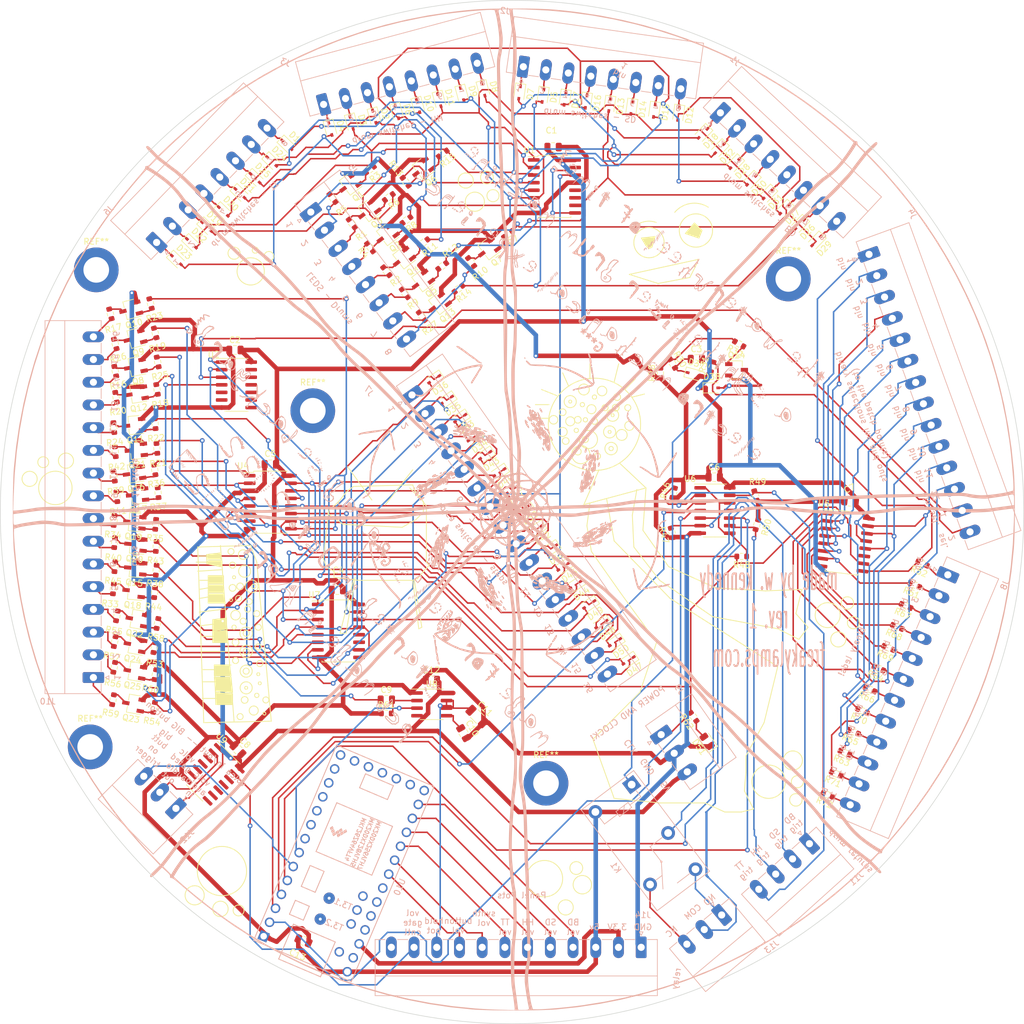
<source format=kicad_pcb>
(kicad_pcb (version 20211014) (generator pcbnew)
  (layers (0 "F.Cu" signal) (31 "B.Cu" signal) (34 "B.Paste" user) (35 "F.Paste" user) (36 "B.SilkS" user "B.Silkscreen") (37 "F.SilkS" user "F.Silkscreen") (38 "B.Mask" user) (39 "F.Mask" user) (44 "Edge.Cuts" user))
  (net 0 "")
  (net 1 "GND")
  (net 2 "+5V")
  (net 3 "selected_trig2")
  (net 4 "sel_trig_inv")
  (net 5 "hold_pot")
  (net 6 "A_5")
  (net 7 "1_5")
  (net 8 "B_5")
  (net 9 "C_5")
  (net 10 "D_5")
  (net 11 "A_1")
  (net 12 "1_1")
  (net 13 "B_1")
  (net 14 "C_1")
  (net 15 "D_1")
  (net 16 "A_2")
  (net 17 "1_2")
  (net 18 "B_2")
  (net 19 "C_2")
  (net 20 "D_2")
  (net 21 "A_6")
  (net 22 "1_6")
  (net 23 "B_6")
  (net 24 "C_6")
  (net 25 "D_6")
  (net 26 "A_3")
  (net 27 "1_3")
  (net 28 "B_3")
  (net 29 "C_3")
  (net 30 "D_3")
  (net 31 "A_7")
  (net 32 "1_7")
  (net 33 "B_7")
  (net 34 "C_7")
  (net 35 "D_7")
  (net 36 "A_4")
  (net 37 "1_4")
  (net 38 "B_4")
  (net 39 "C_4")
  (net 40 "D_4")
  (net 41 "A_8")
  (net 42 "1_8")
  (net 43 "B_8")
  (net 44 "C_8")
  (net 45 "D_8")
  (net 46 "Volca_step_1")
  (net 47 "2_1")
  (net 48 "Volca_step_2")
  (net 49 "2_2")
  (net 50 "Volca_step_3")
  (net 51 "2_3")
  (net 52 "Volca_step_4")
  (net 53 "2_4")
  (net 54 "Volca_step_5")
  (net 55 "2_5")
  (net 56 "Volca_step_6")
  (net 57 "2_6")
  (net 58 "Volca_step_7")
  (net 59 "2_7")
  (net 60 "Volca_step_8")
  (net 61 "2_8")
  (net 62 "Volca_step_9")
  (net 63 "2_9")
  (net 64 "Volca_step_10")
  (net 65 "2_10")
  (net 66 "Volca_step_11")
  (net 67 "2_11")
  (net 68 "Volca_step_12")
  (net 69 "2_12")
  (net 70 "Volca_step_13")
  (net 71 "2_13")
  (net 72 "Volca_step_14")
  (net 73 "2_14")
  (net 74 "Volca_step_15")
  (net 75 "2_15")
  (net 76 "Volca_step_16")
  (net 77 "2_16")
  (net 78 "LED_BIN_1")
  (net 79 "LED_BIN_2")
  (net 80 "LED_BIN_3")
  (net 81 "LED_BIN_4")
  (net 82 "LED_BIN_5")
  (net 83 "LED_BIN_6")
  (net 84 "LED_BIN_7")
  (net 85 "LED_BIN_8")
  (net 86 "LED_BIN_9")
  (net 87 "LED_BIN_10")
  (net 88 "LED_BIN_11")
  (net 89 "LED_BIN_12")
  (net 90 "LED1_1")
  (net 91 "LED1_2")
  (net 92 "LED1_3")
  (net 93 "LED1_4")
  (net 94 "LED1_5")
  (net 95 "LED1_6")
  (net 96 "LED1_7")
  (net 97 "LED1_8")
  (net 98 "+3V3")
  (net 99 "BD_vol")
  (net 100 "SD_vol")
  (net 101 "HH_vol")
  (net 102 "TT_vol")
  (net 103 "synth_vol")
  (net 104 "big_button_sound_vol")
  (net 105 "LED2_1")
  (net 106 "LED2_2")
  (net 107 "LED2_3")
  (net 108 "LED2_4")
  (net 109 "LED2_5")
  (net 110 "LED2_6")
  (net 111 "LED2_7")
  (net 112 "LED2_8")
  (net 113 "LED2_9")
  (net 114 "LED2_10")
  (net 115 "LED2_11")
  (net 116 "LED2_12")
  (net 117 "LED2_13")
  (net 118 "LED2_14")
  (net 119 "LED2_15")
  (net 120 "LED2_16")
  (net 121 "volca_audio")
  (net 122 "volca_audio_gated")
  (net 123 "big_button_trig")
  (net 124 "BINARY_1")
  (net 125 "BINARY_2")
  (net 126 "BINARY_3")
  (net 127 "BINARY_4")
  (net 128 "BINARY_5")
  (net 129 "BINARY_6")
  (net 130 "BINARY_7")
  (net 131 "BINARY_8")
  (net 132 "BINARY_9")
  (net 133 "BINARY_10")
  (net 134 "BINARY_11")
  (net 135 "BINARY_12")
  (net 136 "selected_trig")
  (net 137 "volca_gate_control")
  (net 138 "BD_Trig_long")
  (net 139 "SD_trig_long")
  (net 140 "HH_Trig_long")
  (net 141 "TT_Trig_long")
  (net 142 "Net-(Q2-Pad3)")
  (net 143 "Net-(Q3-Pad3)")
  (net 144 "Net-(Q4-Pad3)")
  (net 145 "Net-(Q5-Pad3)")
  (net 146 "Net-(Q6-Pad3)")
  (net 147 "Net-(Q7-Pad3)")
  (net 148 "Net-(Q8-Pad3)")
  (net 149 "Net-(Q9-Pad3)")
  (net 150 "Net-(Q10-Pad3)")
  (net 151 "Net-(Q11-Pad3)")
  (net 152 "Net-(Q12-Pad3)")
  (net 153 "Net-(Q13-Pad3)")
  (net 154 "Net-(Q15-Pad3)")
  (net 155 "Net-(Q16-Pad3)")
  (net 156 "Net-(Q17-Pad3)")
  (net 157 "Net-(Q18-Pad3)")
  (net 158 "Net-(Q19-Pad3)")
  (net 159 "Net-(Q20-Pad3)")
  (net 160 "Net-(Q21-Pad3)")
  (net 161 "Net-(Q22-Pad3)")
  (net 162 "Net-(Q23-Pad3)")
  (net 163 "Net-(Q24-Pad3)")
  (net 164 "clock")
  (net 165 "BD_Trig_short")
  (net 166 "SD_trig_short")
  (net 167 "HH_Trig_short")
  (net 168 "TT_Trig_short")
  (net 169 "ambient_trigger_to_teensy")
  (net 170 "Net-(Q1-Pad1)")
  (net 171 "Net-(Q2-Pad1)")
  (net 172 "Net-(Q3-Pad1)")
  (net 173 "Net-(Q4-Pad1)")
  (net 174 "Net-(Q5-Pad1)")
  (net 175 "Net-(Q6-Pad1)")
  (net 176 "Net-(Q7-Pad1)")
  (net 177 "Net-(Q8-Pad1)")
  (net 178 "Net-(Q9-Pad1)")
  (net 179 "Net-(Q10-Pad1)")
  (net 180 "Net-(Q11-Pad1)")
  (net 181 "Net-(Q12-Pad1)")
  (net 182 "Net-(Q13-Pad1)")
  (net 183 "Net-(Q15-Pad1)")
  (net 184 "Net-(Q16-Pad1)")
  (net 185 "Net-(Q17-Pad1)")
  (net 186 "Net-(Q18-Pad1)")
  (net 187 "Net-(Q19-Pad1)")
  (net 188 "Net-(Q20-Pad1)")
  (net 189 "Net-(Q21-Pad1)")
  (net 190 "Net-(Q22-Pad1)")
  (net 191 "Net-(Q23-Pad1)")
  (net 192 "Net-(Q24-Pad1)")
  (net 193 "Net-(Q25-Pad3)")
  (net 194 "Net-(Q25-Pad1)")
  (net 195 "Net-(C3-Pad1)")
  (net 196 "Net-(C9-Pad2)")
  (net 197 "Net-(C10-Pad1)")
  (net 198 "Net-(U1-Pad15)")
  (net 201 "Net-(D38-Pad2)")
  (net 202 "Net-(D51-Pad2)")
  (net 204 "Net-(Q1-Pad3)")
  (net 205 "Net-(Q14-Pad1)")
  (net 208 "Net-(R48-Pad1)")
  (net 209 "Net-(U2-Pad1)")
  (net 210 "relay-NO")
  (net 211 "Net-(U4-Pad11)")
  (net 235 "relay-com")
  (net 236 "relay-NC")
  (net 237 "Net-(U2-Pad2)")
  (net 239 "Net-(R28-Pad2)")
  (footprint "Resistor_SMD:R_0603_1608Metric" (layer "F.Cu") (at 63.3896 78.9724 -79)
    (fp_text reference "R16")
    (fp_text value "1k")
  )
  (footprint "Package_TO_SOT_SMD:TSOT-23" (layer "F.Cu") (at 66.8821 92.1985 -175)
    (fp_text reference "Q21")
    (fp_text value "2N3904")
  )
  (footprint "Diode_SMD:D_SOD-323" (layer "F.Cu") (at 135.1291 32.7687 -98)
    (fp_text reference "D5")
    (fp_text value "1N4148")
  )
  (footprint "Diode_SMD:D_SOD-323" (layer "F.Cu") (at 170.0956 46.9553 -134)
    (fp_text reference "D30")
    (fp_text value "1N4148")
  )
  (footprint "Package_TO_SOT_SMD:TSOT-23" (layer "F.Cu") (at 66.7799 112.0135 175)
    (fp_text reference "Q15")
    (fp_text value "2N3904")
  )
  (footprint "Resistor_SMD:R_0603_1608Metric" (layer "F.Cu") (at 191.4481 128.8273 157)
    (fp_text reference "R64")
    (fp_text value "470")
  )
  (footprint "MountingHole:MountingHole_4.3mm_M4_DIN965_Pad" (layer "F.Cu") (at 176.276 63.5)
    (fp_text reference "REF**")
    (fp_text value "MountingHole_4.3mm_M4_DIN965_Pad")
  )
  (footprint "Diode_SMD:D_SOD-323" (layer "F.Cu") (at 127.8189 95.9446 -146)
    (fp_text reference "D40")
    (fp_text value "1N4148")
  )
  (footprint "Resistor_SMD:R_0603_1608Metric" (layer "F.Cu") (at 69.8984 135.3604 -100)
    (fp_text reference "R54")
    (fp_text value "100k")
  )
  (footprint "Diode_SMD:D_SOD-323" (layer "F.Cu") (at 86.8441 46.6013 -44)
    (fp_text reference "D25")
    (fp_text value "1N4148")
  )
  (footprint "Resistor_SMD:R_0603_1608Metric" (layer "F.Cu") (at 63.6623 120.0064 -100)
    (fp_text reference "R55")
    (fp_text value "1k")
  )
  (footprint "Resistor_SMD:R_0603_1608Metric" (layer "F.Cu") (at 103.0728 54.1827 -53)
    (fp_text reference "R1")
    (fp_text value "1k")
  )
  (footprint "Diode_SMD:D_SOD-323" (layer "F.Cu") (at 142.3836 33.7604 -98)
    (fp_text reference "D16")
    (fp_text value "1N4148")
  )
  (footprint "Diode_SMD:D_SOD-323" (layer "F.Cu") (at 131.2076 32.2364 -98)
    (fp_text reference "D7")
    (fp_text value "1N4148")
  )
  (footprint "Resistor_SMD:R_0603_1608Metric" (layer "F.Cu") (at 168.4636 110.0444 180)
    (fp_text reference "R48")
    (fp_text value "4.7k")
  )
  (footprint "Resistor_SMD:R_0603_1608Metric" (layer "F.Cu") (at 63.212 128.6371 -100)
    (fp_text reference "R56")
    (fp_text value "1k")
  )
  (footprint "Package_SO:SO-14_3.9x8.65mm_P1.27mm" (layer "F.Cu") (at 83.7096 81.2584)
    (fp_text reference "U2")
    (fp_text value "4069")
  )
  (footprint "Resistor_SMD:R_0603_1608Metric" (layer "F.Cu") (at 63.5187 83.3432 -81)
    (fp_text reference "R20")
    (fp_text value "1k")
  )
  (footprint "Diode_SMD:D_SOD-323" (layer "F.Cu") (at 129.9594 98.8735 -146)
    (fp_text reference "D41")
    (fp_text value "1N4148")
  )
  (footprint "Resistor_SMD:R_0603_1608Metric" (layer "F.Cu") (at 188.6961 135.9356 157)
    (fp_text reference "R70")
    (fp_text value "470")
  )
  (footprint "Diode_SMD:D_SOD-323" (layer "F.Cu") (at 116.8923 80.3132 -146)
    (fp_text reference "D36")
    (fp_text value "1N4148")
  )
  (footprint "Diode_SMD:D_SOD-323" (layer "F.Cu") (at 73.6361 60.3173 -44)
    (fp_text reference "D23")
    (fp_text value "1N4148")
  )
  (footprint "Resistor_SMD:R_0603_1608Metric" (layer "F.Cu") (at 69.3048 67.6305 -76)
    (fp_text reference "R23")
    (fp_text value "100k")
  )
  (footprint "Resistor_SMD:R_0603_1608Metric" (layer "F.Cu") (at 184.3036 146.4879 157)
    (fp_text reference "R71")
    (fp_text value "470")
  )
  (footprint "Resistor_SMD:R_0603_1608Metric" (layer "F.Cu") (at 70.1647 104.6605 -95)
    (fp_text reference "R35")
    (fp_text value "100k")
  )
  (footprint "Diode_SMD:D_SOD-323" (layer "F.Cu") (at 114.1896 34.5224 -75)
    (fp_text reference "D10")
    (fp_text value "1N4148")
  )
  (footprint "Package_TO_SOT_SMD:TSOT-23" (layer "F.Cu") (at 111.6245 60.0678 -142)
    (fp_text reference "Q4")
    (fp_text value "2N3904")
  )
  (footprint "Diode_SMD:D_SOD-323" (layer "F.Cu") (at 164.7356 41.6344 -134)
    (fp_text reference "D32")
    (fp_text value "1N4148")
  )
  (footprint "Diode_SMD:D_SOD-323" (layer "F.Cu") (at 81.5101 52.1893 -44)
    (fp_text reference "D20")
    (fp_text value "1N4148")
  )
  (footprint "Resistor_SMD:R_0603_1608Metric" (layer "F.Cu") (at 70.0109 95.5242 -82)
    (fp_text reference "R36")
    (fp_text value "100k")
  )
  (footprint "Resistor_SMD:R_0603_1608Metric" (layer "F.Cu") (at 63.0173 134.0698 -100)
    (fp_text reference "R59")
    (fp_text value "1k")
  )
  (footprint "Package_TO_SOT_SMD:TSOT-23" (layer "F.Cu") (at 66.4487 134.8287 170)
    (fp_text reference "Q23")
    (fp_text value "2N3904")
  )
  (footprint "Resistor_SMD:R_0603_1608Metric" (layer "F.Cu") (at 115.107 57.377 -142)
    (fp_text reference "R11")
    (fp_text value "100k")
  )
  (footprint "Diode_SMD:D_SOD-323" (layer "F.Cu") (at 125.4538 93.0542 -146)
    (fp_text reference "D43")
    (fp_text value "1N4148")
  )
  (footprint "Diode_SMD:D_SOD-323" (layer "F.Cu") (at 103.026 37.316 -75)
    (fp_text reference "D3")
    (fp_text value "1N4148")
  )
  (footprint "Resistor_SMD:R_0603_1608Metric" (layer "F.Cu") (at 129.2623 55.9883 -143)
    (fp_text reference "R7")
    (fp_text value "100k")
  )
  (footprint "Resistor_SMD:R_0603_1608Metric" (layer "F.Cu") (at 63.3286 111.7612 -95)
    (fp_text reference "R45")
    (fp_text value "1k")
  )
  (footprint "Package_TO_SOT_SMD:TSOT-23" (layer "F.Cu") (at 114.7946 63.8908 -143)
    (fp_text reference "Q5")
    (fp_text value "2N3904")
  )
  (footprint "Capacitor_SMD:C_0805_2012Metric" (layer "F.Cu") (at 186.6526 100.8674 -7)
    (fp_text reference "C7")
    (fp_text value "100nf")
  )
  (footprint "Resistor_SMD:R_0603_1608Metric" (layer "F.Cu") (at 170.7896 99.8494 105)
    (fp_text reference "R49")
    (fp_text value "10k")
  )
  (footprint "MountingHole:MountingHole_4.3mm_M4_DIN965_Pad" (layer "F.Cu") (at 59.182 141.986)
    (fp_text reference "REF**")
    (fp_text value "MountingHole_4.3mm_M4_DIN965_Pad")
  )
  (footprint "Diode_SMD:D_SOD-323" (layer "F.Cu") (at 119.0156 83.7984 -146)
    (fp_text reference "D35")
    (fp_text value "1N4148")
  )
  (footprint "Resistor_SMD:R_0603_1608Metric" (layer "F.Cu") (at 197.481 114.8311 157)
    (fp_text reference "R51")
    (fp_text value "470")
  )
  (footprint "Capacitor_SMD:C_0805_2012Metric" (layer "F.Cu") (at 94.9585 174.5178 157)
    (fp_text reference "C13")
    (fp_text value "0.1u")
  )
  (footprint "Diode_SMD:D_SOD-323" (layer "F.Cu") (at 150.0036 34.7764 -98)
    (fp_text reference "D14")
    (fp_text value "1N4148")
  )
  (footprint "Resistor_SMD:R_0603_1608Metric" (layer "F.Cu") (at 154.8296 79.2894 90)
    (fp_text reference "R28")
    (fp_text value "22k")
  )
  (footprint "Resistor_SMD:R_0603_1608Metric" (layer "F.Cu") (at 70.4645 121.2873 -100)
    (fp_text reference "R58")
    (fp_text value "100k")
  )
  (footprint "Diode_SMD:D_SOD-323" (layer "F.Cu") (at 144.9236 121.3904 -146)
    (fp_text reference "D48")
    (fp_text value "1N4148")
  )
  (footprint "Resistor_SMD:R_0603_1608Metric" (layer "F.Cu") (at 70.2544 108.3675 -95)
    (fp_text reference "R43")
    (fp_text value "100k")
  )
  (footprint "Package_SO:SO-14_3.9x8.65mm_P1.27mm" (layer "F.Cu") (at 163.9736 102.3404)
    (fp_text reference "U6")
    (fp_text value "4081")
  )
  (footprint "Capacitor_SMD:C_0805_2012Metric" (layer "F.Cu") (at 83.4556 75.4164)
    (fp_text reference "C2")
    (fp_text value "100nf")
  )
  (footprint "Diode_SMD:D_SOD-323" (layer "F.Cu") (at 149.4956 127.4864 -146)
    (fp_text reference "D47")
    (fp_text value "1N4148")
  )
  (footprint "Resistor_SMD:R_0603_1608Metric" (layer "F.Cu") (at 160.3831 136.9462 125)
    (fp_text reference "R62")
    (fp_text value "1k")
  )
  (footprint "Capacitor_SMD:C_0805_2012Metric" (layer "F.Cu") (at 83.9636 142.4724 -45)
    (fp_text reference "C8")
    (fp_text value "100nf")
  )
  (footprint "Diode_SMD:D_SOD-323" (layer "F.Cu") (at 99.4576 38.3324 -75)
    (fp_text reference "D4")
    (fp_text value "1N4148")
  )
  (footprint "Package_TO_SOT_SMD:TSOT-23" (layer "F.Cu") (at 117.6207 67.7218 -142)
    (fp_text reference "Q13")
    (fp_text value "2N3904")
  )
  (footprint "Resistor_SMD:R_0603_1608Metric" (layer "F.Cu") (at 118.3123 42.48 -143)
    (fp_text reference "R15")
    (fp_text value "100k")
  )
  (footprint "Resistor_SMD:R_0603_1608Metric" (layer "F.Cu") (at 156.8616 77.7024 -60)
    (fp_text reference "R30")
    (fp_text value "22k")
  )
  (footprint "Package_TO_SOT_SMD:TSOT-23" (layer "F.Cu") (at 66.9631 82.723 -171)
    (fp_text reference "Q12")
    (fp_text value "2N3904")
  )
  (footprint "Package_TO_SOT_SMD:TSOT-23" (layer "F.Cu") (at 125.9172 58.5286 -143)
    (fp_text reference "Q7")
    (fp_text value "2N3904")
  )
  (footprint "Diode_SMD:D_SOD-323" (layer "F.Cu") (at 136.4722 108.7451 -146)
    (fp_text reference "D46")
    (fp_text value "1N4148")
  )
  (footprint "MountingHole:MountingHole_4.3mm_M4_DIN965_Pad" (layer "F.Cu") (at 96.52 85.598)
    (fp_text reference "REF**")
    (fp_text value "MountingHole_4.3mm_M4_DIN965_Pad")
  )
  (footprint "Resistor_SMD:R_0603_1608Metric" (layer "F.Cu") (at 196.0169 118.3485 157)
    (fp_text reference "R67")
    (fp_text value "470")
  )
  (footprint "Package_TO_SOT_SMD:TSOT-23" (layer "F.Cu") (at 102.651 47.6738 -143)
    (fp_text reference "Q1")
    (fp_text value "2N3904")
  )
  (footprint "Package_TO_SOT_SMD:TSOT-23" (layer "F.Cu") (at 114.8755 45.0892 -143)
    (fp_text reference "Q6")
    (fp_text value "2N3904")
  )
  (footprint "Diode_SMD:D_SOD-323" (layer "F.Cu") (at 76.1761 57.5233 -44)
    (fp_text reference "D22")
    (fp_text value "1N4148")
  )
  (footprint "Resistor_SMD:R_0603_1608Metric" (layer "F.Cu") (at 70.3714 91.9186 -85)
    (fp_text reference "R21")
    (fp_text value "100k")
  )
  (footprint "Diode_SMD:D_SOD-323" (layer "F.Cu") (at 123.4993 90.0416 -146)
    (fp_text reference "D34")
    (fp_text value "1N4148")
  )
  (footprint "Capacitor_SMD:C_0805_2012Metric" (layer "F.Cu") (at 100.6331 115.6754)
    (fp_text reference "C4")
    (fp_text value "100nf")
  )
  (footprint "Resistor_SMD:R_0603_1608Metric" (layer "F.Cu") (at 157.0336 99.3764 75)
    (fp_text reference "R46")
    (fp_text value "10k")
  )
  (footprint "Resistor_SMD:R_0603_1608Metric" (layer "F.Cu") (at 108.8556 62.2084 -52)
    (fp_text reference "R2")
    (fp_text value "1k")
  )
  (footprint "Resistor_SMD:R_0603_1608Metric" (layer "F.Cu") (at 63.2955 124.3215 -100)
    (fp_text reference "R57")
    (fp_text value "1k")
  )
  (footprint "Diode_SMD:D_SOD-323" (layer "F.Cu") (at 117.7456 33.5064 -75)
    (fp_text reference "D11")
    (fp_text value "1N4148")
  )
  (footprint "Resistor_SMD:R_0603_1608Metric" (layer "F.Cu") (at 70.0742 87.7761 -85)
    (fp_text reference "R22")
    (fp_text value "100k")
  )
  (footprint "Resistor_SMD:R_0603_1608Metric" (layer "F.Cu") (at 106.0949 45.1402 -143)
    (fp_text reference "R3")
    (fp_text value "100k")
  )
  (footprint "Resistor_SMD:R_0603_1608Metric" (layer "F.Cu") (at 63.0694 115.4866 -95)
    (fp_text reference "R33")
    (fp_text value "1k")
  )
  (footprint "Capacitor_SMD:C_0805_2012Metric" (layer "F.Cu") (at 89.3911 94.5934)
    (fp_text reference "C5")
    (fp_text value "100nf")
  )
  (footprint "Resistor_SMD:R_0603_1608Metric" (layer "F.Cu") (at 171.0036 104.7174 -105)
    (fp_text reference "R50")
    (fp_text value "10k")
  )
  (footprint "Package_SO:SO-16_5.3x10.2mm_P1.27mm" (layer "F.Cu") (at 100.8211 122.5334)
    (fp_text reference "U7")
    (fp_text value "4017")
  )
  (footprint "Capacitor_SMD:C_0805_2012Metric" (layer "F.Cu") (at 136.8246 41.3844 180)
    (fp_text reference "C1")
    (fp_text value "100nf")
  )
  (footprint "Resistor_SMD:R_0603_1608Metric" (layer "F.Cu") (at 182.8976 150.0295 157)
    (fp_text reference "R72")
    (fp_text value "470")
  )
  (footprint "Diode_SMD:D_SOD-323" (layer "F.Cu") (at 175.6576 51.7944 -134)
    (fp_text reference "D27")
    (fp_text value "1N4148")
  )
  (footprint "Diode_SMD:D_SOD-323" (layer "F.Cu") (at 163.4656 81.7664)
    (fp_text reference "D38")
    (fp_text value "1N4148")
  )
  (footprint "Resistor_SMD:R_0603_1608Metric" (layer "F.Cu") (at 63.1929 96.5809 -82)
    (fp_text reference "R39")
    (fp_text value "1k")
  )
  (footprint "Resistor_SMD:R_0603_1608Metric" (layer "F.Cu") (at 156.7796 106.0874 105)
    (fp_text reference "R47")
    (fp_text value "10k")
  )
  (footprint "Resistor_SMD:R_0603_1608Metric" (layer "F.Cu") (at 63.1542 88.4303 -85)
    (fp_text reference "R24")
    (fp_text value "1k")
  )
  (footprint "Package_SO:SO-16_5.3x10.2mm_P1.27mm" (layer "F.Cu") (at 89.3911 100.9434)
    (fp_text reference "U4")
    (fp_text value "4017")
  )
  (footprint "Package_SO:SO-16_5.3x10.2mm_P1.27mm" (layer "F.Cu") (at 185.8176 107.6744 -7)
    (fp_text reference "U5")
    (fp_text value "4040")
  )
  (footprint "Resistor_SMD:R_0603_1608Metric" (layer "F.Cu") (at 194.5527 121.8659 157)
    (fp_text reference "R68")
    (fp_text value "470")
  )
  (footprint "Capacitor_SMD:C_0805_2012Metric" (layer "F.Cu") (at 116.4096 130.7884)
    (fp_text reference "C12")
    (fp_text value "2.2u")
  )
  (footprint "Package_TO_SOT_SMD:TSOT-23" (layer "F.Cu") (at 66.7117 124.8738 170)
    (fp_text reference "Q24")
    (fp_text value "2N3904")
  )
  (footprint "Resistor_SMD:R_0603_1608Metric" (layer "F.Cu") (at 193.0886 125.3834 157)
    (fp_text reference "R69")
    (fp_text value "470")
  )
  (footprint "Resistor_SMD:R_0603_1608Metric" (layer "F.Cu") (at 198.769 111.2402 157)
    (fp_text reference "R52")
    (fp_text value "470")
  )
  (footprint "Resistor_SMD:R_0603_1608Metric" (layer "F.Cu") (at 63.3896 74.4004 -75)
    (fp_text reference "R26")
    (fp_text value "1k")
  )
  (footprint "Diode_SMD:D_SOD-323" (layer "F.Cu") (at 92.1781 41.0133 -44)
    (fp_text reference "D1")
    (fp_text value "1N4148")
  )
  (footprint "Resistor_SMD:R_0603_1608Metric" (layer "F.Cu") (at 70.5735 99.3466 -85)
    (fp_text reference "R37")
    (fp_text value "100k")
  )
  (footprint "Diode_SMD:D_SOD-323" (layer "F.Cu") (at 167.3016 44.1613 -134)
    (fp_text reference "D28")
    (fp_text value "1N4148")
  )
  (footprint "Resistor_SMD:R_0603_1608Metric" (layer "F.Cu") (at 163.5066 78.2454 75)
    (fp_text reference "R31")
    (fp_text value "22k")
  )
  (footprint "Diode_SMD:D_SOD-323" (layer "F.Cu") (at 157.8776 35.7924 -98)
    (fp_text reference "D12")
    (fp_text value "1N4148")
  )
  (footprint "Capacitor_SMD:C_1206_3216Metric" (layer "F.Cu") (at 124.0956 136.8844 -45)
    (fp_text reference "C11")
    (fp_text value "100u")
  )
  (footprint "Resistor_SMD:R_0603_1608Metric" (layer "F.Cu") (at 185.7678 142.9705 157)
    (fp_text reference "R63")
    (fp_text value "470")
  )
  (footprint "Diode_SMD:D_SOD-323" (layer "F.Cu") (at 160.4176 79.4804 -15)
    (fp_text reference "D37")
    (fp_text value "1N4148")
  )
  (footprint "Resistor_SMD:R_0603_1608Metric" (layer "F.Cu") (at 189.9839 132.3448 157)
    (fp_text reference "R66")
    (fp_text value "470")
  )
  (footprint "Resistor_SMD:R_0603_1608Metric" (layer "F.Cu") (at 168.0376 74.4004 150)
    (fp_text reference "R32")
    (fp_text value "1k")
  )
  (footprint "Package_SO:SO-16_5.3x10.2mm_P1.27mm" (layer "F.Cu") (at 137.0496 47.9844)
    (fp_text reference "U1")
    (fp_text value "4017")
  )
  (footprint "Diode_SMD:D_SOD-323" (layer "F.Cu") (at 138.8276 33.2524 -98)
    (fp_text reference "D17")
    (fp_text value "1N4148")
  )
  (footprint "Package_TO_SOT_SMD:TSOT-23" (layer "F.Cu") (at 67.0309 120.605 170)
    (fp_text reference "Q22")
    (fp_text value "2N3904")
  )
  (footprint "Resistor_SMD:R_0603_1608Metric" (layer "F.Cu") (at 69.9375 125.342 80)
    (fp_text reference "R53")
    (fp_text value "100k")
  )
  (footprint "Resistor_SMD:R_0603_1608Metric" (layer "F.Cu") (at 63.6572 100.025 -85)
    (fp_text reference "R41")
    (fp_text value "1k")
  )
  (footprint "Package_TO_SOT_SMD:TSOT-23" (layer "F.Cu") (at 66.6317 104.3005 175)
    (fp_text reference "Q19")
    (fp_text value "2N3904")
  )
  (footprint "Diode_SMD:D_SOD-323" (layer "F.Cu") (at 178.1976 54.3344 -134)
    (fp_text reference "D26")
    (fp_text value "1N4148")
  )
  (footprint "Resistor_SMD:R_0603_1608Metric" (layer "F.Cu") (at 69.9903 116.1189 -95)
    (fp_text reference "R44")
    (fp_text value "100k")
  )
  (footprint "Resistor_SMD:R_0603_1608Metric" (layer "F.Cu") (at 70.1016 129.8774 -100)
    (fp_text reference "R60")
    (fp_text value "100k")
  )
  (footprint "Package_TO_SOT_SMD:TSOT-23" (layer "F.Cu") (at 66.8292 108.0416 175)
    (fp_text reference "Q20")
    (fp_text value "2N3904")
  )
  (footprint "Resistor_SMD:R_0603_1608Metric" (layer "F.Cu") (at 114.8306 69.7528 -52)
    (fp_text reference "R27")
    (fp_text value "1k")
  )
  (footprint "Capacitor_SMD:C_0805_2012Metric" (layer "F.Cu") (at 108.8556 134.0904)
    (fp_text reference "C9")
    (fp_text value "4.7u")
  )
  (footprint "Diode_SMD:D_SOD-323" (layer "F.Cu") (at 140.6056 114.7864 -146)
    (fp_text reference "D44")
    (fp_text value "1N4148")
  )
  (footprint "Package_TO_SOT_SMD:TSOT-23" (layer "F.Cu") (at 66.7669 78.2147 -169)
    (fp_text reference "Q8")
    (fp_text value "2N3904")
  )
  (footprint "Diode_SMD:D_SOD-323" (layer "F.Cu") (at 106.836 36.3 -75)
    (fp_text reference "D2")
    (fp_text value "1N4148")
  )
  (footprint "Package_SO:SO-14_3.9x8.65mm_P1.27mm" (layer "F.Cu") (at 79.8183 146.5888 -45)
    (fp_text reference "U9")
    (fp_text value "4066")
  )
  (footprint "Package_TO_SOT_SMD:TSOT-23" (layer "F.Cu") (at 167.6 78.74)
    (fp_text reference "Q14")
    (fp_text value "2N3904")
  )
  (footprint "Diode_SMD:D_SOD-323" (layer "F.Cu") (at 121.2514 86.8464 -146)
    (fp_text reference "D33")
    (fp_text value "1N4148")
  )
  (footprint "Diode_SMD:D_SOD-323" (layer "F.Cu") (at 172.8636 49.2544 -134)
    (fp_text reference "D31")
    (fp_text value "1N4148")
  )
  (footprint "Capacitor_SMD:C_0805_2012Metric" (layer "F.Cu") (at 163.8536 96.7604)
    (fp_text reference "C6")
    (fp_text value "100nf")
  )
  (footprint "Diode_SMD:D_SOD-323" (layer "F.Cu") (at 134.0633 105.4681 -146)
    (fp_text reference "D42")
    (fp_text value "1N4148")
  )
  (footprint "Resistor_SMD:R_0603_1608Metric" (layer "F.Cu") (at 108.8556 136.3764)
    (fp_text reference "R61")
    (fp_text value "10k")
  )
  (footprint "Package_TO_SOT_SMD:TSOT-23" (layer "F.Cu") (at 66.6543 73.4493 -165)
    (fp_text reference "Q9")
    (fp_text value "2N3904")
  )
  (footprint "Resistor_SMD:R_0603_1608Metric" (layer "F.Cu") (at 111.9753 65.8989 -53)
    (fp_text reference "R9")
    (fp_text value "1k")
  )
  (footprint "Package_TO_SOT_SMD:TSOT-23" (layer "F.Cu") (at 65.9459 68.622 -166)
    (fp_text reference "Q10")
    (fp_text value "2N3904")
  )
  (footprint "Resistor_SMD:R_0603_1608Metric" (layer "F.Cu") (at 112.229 53.6208 -143)
    (fp_text reference "R8")
    (fp_text value "100k")
  )
  (footprint "Diode_SMD:D_SOD-323" (layer "F.Cu") (at 131.9696 102.0522 -146)
    (fp_text reference "D39")
    (fp_text value "1N4148")
  )
  (footprint "Diode_SMD:D_SOD-323" (layer "F.Cu") (at 121.5556 32.4904 -75)
    (fp_text reference "D9")
    (fp_text value "1N4148")
  )
  (footprint "Capacitor_SMD:C_0805_2012Metric" (layer "F.Cu") (at 160.8596 76.9404)
    (fp_text reference "C3")
    (fp_text value "4.7u")
  )
  (footprint "Diode_SMD:D_SOD-323" (layer "F.Cu") (at 125.1116 31.7284 -75)
    (fp_text reference "D8")
    (fp_text value "1N4148")
  )
  (footprint "Resistor_SMD:R_0603_1608Metric" (layer "F.Cu") (at 187.2319 139.453 157)
    (fp_text reference "R65")
    (fp_text value "470")
  )
  (footprint "Package_TO_SOT_SMD:TSOT-23" (layer "F.Cu") (at 66.5594 96.1091 -172)
    (fp_text reference "Q16")
    (fp_text value "2N3904")
  )
  (footprint "Diode_SMD:D_0805_2012Metric" (layer "F.Cu") (at 162.6623 141.0596 125)
    (fp_text reference "D51")
    (fp_text value "LED")
  )
  (footprint "Diode_SMD:D_SOD-323" (layer "F.Cu") (at 161.9676 39.0813 -134)
    (fp_text reference "D18")
    (fp_text value "1N4148")
  )
  (footprint "Resistor_SMD:R_0603_1608Metric" (layer "F.Cu") (at 62.5732 69.3589 -76)
    (fp_text reference "R17")
    (fp_text value "1k")
  )
  (footprint "Diode_SMD:D_SOD-323" (layer "F.Cu") (at 78.7161 54.7293 -44)
    (fp_text reference "D19")
    (fp_text value "1N4148")
  )
  (footprint "Resistor_SMD:R_0603_1608Metric" (layer "F.Cu") (at 123.0746 60.6544 -53)
    (fp_text reference "R10")
    (fp_text value "1k")
  )
  (footprint "Resistor_SMD:R_0603_1608Metric" (layer "F.Cu") (at 106.1404 58.2109 127)
    (fp_text reference "R4")
    (fp_text value "1k")
  )
  (footprint "Resistor_SMD:R_0603_1608Metric" (layer "F.Cu") (at 70.3955 82.028 -81)
    (fp_text reference "R18")
    (fp_text value "100k")
  )
  (footprint "Resistor_SMD:R_0603_1608Metric" (layer "F.Cu") (at 120.9643 65.138 -142)
    (fp_text reference "R14")
    (fp_text value "100k")
  )
  (footprint "Capacitor_SMD:C_0805_2012Metric" (layer "F.Cu") (at 121.8096 139.6784 -60)
    (fp_text reference "C10")
    (fp_text value "0.1u")
  )
  (footprint "Resistor_SMD:R_0603_1608Metric" (layer "F.Cu") (at 112.0997 47.1959 127)
    (fp_text reference "R13")
    (fp_text value "1k")
  )
  (footprint "MountingHole:MountingHole_4.3mm_M4_DIN965_Pad" (layer "F.Cu") (at 135.636 148.082)
    (fp_text reference "REF**")
    (fp_text value "MountingHole_4.3mm_M4_DIN965_Pad")
  )
  (footprint "Diode_SMD:D_SOD-323" (layer "F.Cu") (at 138.5736 111.7384 -146)
    (fp_text reference "D45")
    (fp_text value "1N4148")
  )
  (footprint "Package_TO_SOT_SMD:TSOT-23" (layer "F.Cu") (at 66.6916 129.3514 170)
    (fp_text reference "Q25")
    (fp_text value "2N3904")
  )
  (footprint "Resistor_SMD:R_0603_1608Metric" (layer "F.Cu") (at 63.283 107.731 -95)
    (fp_text reference "R40")
    (fp_text value "1k")
  )
  (footprint "Resistor_SMD:R_0603_1608Metric" (layer "F.Cu") (at 70.5053 77.4262 -79)
    (fp_text reference "R25")
    (fp_text value "100k")
  )
  (footprint "Package_SO:SOIC-8_3.9x4.9mm_P1.27mm" (layer "F.Cu") (at 116.4756 134.8524)
    (fp_text reference "U8")
    (fp_text value "555(NEW_layout)")
  )
  (footprint "Resistor_SMD:R_0603_1608Metric" (layer "F.Cu") (at 70.2547 112.3432 -95)
    (fp_text reference "R38")
    (fp_text value "100k")
  )
  (footprint "Resistor_SMD:R_0603_1608Metric" (layer "F.Cu") (at 118.2339 61.3271 -143)
    (fp_text reference "R12")
    (fp_text value "100k")
  )
  (footprint "Resistor_SMD:R_0603_1608Metric" (layer "F.Cu") (at 109.2706 49.7806 -143)
    (fp_text reference "R6")
    (fp_text value "100k")
  )
  (footprint "Package_TO_SOT_SMD:TSOT-23" (layer "F.Cu") (at 105.7836 52.1308 -143)
    (fp_text reference "Q3")
    (fp_text value "2N3904")
  )
  (footprint "Resistor_SMD:R_0603_1608Metric" (layer "F.Cu") (at 70.09 72.5548 -75)
    (fp_text reference "R19")
    (fp_text value "100k")
  )
  (footprint "Package_TO_SOT_SMD:TSOT-23" (layer "F.Cu") (at 66.5064 115.788 175)
    (fp_text reference "Q18")
    (fp_text value "2N3904")
  )
  (footprint "Package_TO_SOT_SMD:TSOT-23" (layer "F.Cu") (at 108.8838 56.1597 -143)
    (fp_text reference "Q2")
    (fp_text value "2N3904")
  )
  (footprint "Resistor_SMD:R_0603_1608Metric" (layer "F.Cu") (at 63.3927 92.4783 -85)
    (fp_text reference "R42")
    (fp_text value "1k")
  )
  (footprint "Diode_SMD:D_SOD-323" (layer "F.Cu") (at 146.3051 34.2927 -98)
    (fp_text reference "D13")
    (fp_text value "1N4148")
  )
  (footprint "Diode_SMD:D_SOD-323" (layer "F.Cu") (at 180.9916 57.1284 -134)
    (fp_text reference "D29")
    (fp_text value "1N4148")
  )
  (footprint "Diode_SMD:D_SOD-323" (layer "F.Cu") (at 110.6336 35.5384 -75)
    (fp_text reference "D6")
    (fp_text value "1N4148")
  )
  (footprint "Diode_SMD:D_SOD-323" (layer "F.Cu") (at 153.8136 35.2844 -98)
    (fp_text reference "D15")
    (fp_text value "1N4148")
  )
  (footprint "Package_TO_SOT_SMD:TSOT-23" (layer "F.Cu") (at 66.5821 88.0313 -175)
    (fp_text reference "Q11")
    (fp_text value "2N3904")
  )
  (footprint "Diode_SMD:D_SOD-323" (layer "F.Cu") (at 84.3041 49.1413 -44)
    (fp_text reference "D21")
    (fp_text value "1N4148")
  )
  (footprint "Diode_SMD:D_SOD-323" (layer "F.Cu") (at 142.8916 118.0884 -146)
    (fp_text reference "D49")
    (fp_text value "1N4148")
  )
  (footprint "Package_TO_SOT_SMD:TSOT-23" (layer "F.Cu") (at 67.0915 99.7005 -175)
    (fp_text reference "Q17")
    (fp_text value "2N3904")
  )
  (footprint "Resistor_SMD:R_0603_1608Metric" (layer "F.Cu") (at 99.8381 49.9215 -53)
    (fp_text reference "R5")
    (fp_text value "1k")
  )
  (footprint "MountingHole:MountingHole_4.3mm_M4_DIN965_Pad" (layer "F.Cu") (at 60.198 61.976)
    (fp_text reference "REF**")
    (fp_text value "MountingHole_4.3mm_M4_DIN965_Pad")
  )
  (footprint "Diode_SMD:D_SOD-323" (layer "F.Cu") (at 147.2096 124.4384 -146)
    (fp_text reference "D50")
    (fp_text value "1N4148")
  )
  (footprint "Resistor_SMD:R_0603_1608Metric" (layer "F.Cu") (at 63.1947 103.9991 -95)
    (fp_text reference "R34")
    (fp_text value "1k")
  )
  (footprint "Diode_SMD:D_SOD-323" (layer "F.Cu") (at 89.6381 43.8073 -44)
    (fp_text reference "D24")
    (fp_text value "1N4148")
  )
  (footprint "william_custom:waterwheel_silkscreen" (layer "B.Cu") (at 130.302 102.108 180)
    (fp_text reference "G***")
    (fp_text value "LOGO" hide)
  )
  (footprint "Connector_Phoenix_MC:PhoenixContact_MC_1,5_16-G-3.81_1x16_P3.81mm_Horizontal" (layer "B.Cu") (at 113.1597 82.9579 -55)
    (fp_text reference "J7")
    (fp_text value "Volca_steps")
  )
  (footprint "Connector_Phoenix_MC:PhoenixContact_MC_1,5_8-G-3.81_1x08_P3.81mm_Horizontal" (layer "B.Cu") (at 98.3314 34.2239 15)
    (fp_text reference "J3")
    (fp_text value "Drum_sw_HH")
  )
  (footprint "Connector_Phoenix_MC:PhoenixContact_MC_1,5_16-G-3.81_1x16_P3.81mm_Horizontal" (layer "B.Cu") (at 59.7181 130.3524 90)
    (fp_text reference "J10")
    (fp_text value "LEDS_volca")
  )
  (footprint "Connector_Phoenix_MC:PhoenixContact_MC_1,5_8-G-3.81_1x08_P3.81mm_Horizontal" (layer "B.Cu") (at 96.186 52.2788 -53)
    (fp_text reference "J5")
    (fp_text value "LED_drums")
  )
  (footprint "Connector_Phoenix_MC:PhoenixContact_MC_1,5_14-G-3.81_1x14_P3.81mm_Horizontal" (layer "B.Cu") (at 189.815742 59.375024 -70)
    (fp_text reference "J4")
    (fp_text value "12x binary outs, 2x ins")
  )
  (footprint "Connector_Phoenix_MC:PhoenixContact_MC_1,5_8-G-3.81_1x08_P3.81mm_Horizontal" (layer "B.Cu") (at 70.3237 57.3802 46)
    (fp_text reference "J6")
    (fp_text value "Drum_sw_TT")
  )
  (footprint "teensy:Teensy30_31_32_LC" (layer "B.Cu") (at 101.7436 161.5224 67)
    (fp_text reference "U10")
    (fp_text value "Teensy3.2")
  )
  (footprint "Relay_THT:Relay_SPDT_Omron-G5Q-1" (layer "B.Cu") (at 150.0036 148.3144 -53)
    (fp_text reference "K1")
    (fp_text value "G5Q-1")
  )
  (footprint "Connector_Phoenix_MC:PhoenixContact_MC_1,5_3-G-3.81_1x03_P3.81mm_Horizontal" (layer "B.Cu") (at 165.1 170.18 -140)
    (fp_text reference "J13")
    (fp_text value "RELAY out")
  )
  (footprint "Connector_Phoenix_MC:PhoenixContact_MC_1,5_3-G-3.81_1x03_P3.81mm_Horizontal" (layer "B.Cu") (at 154.9557 139.9292 -55)
    (fp_text reference "J9")
    (fp_text value "power and clock")
  )
  (footprint "Connector_Phoenix_MC:PhoenixContact_MC_1,5_4-G-3.81_1x04_P3.81mm_Horizontal" (layer "B.Cu") (at 179.8215 158.2254 -138)
    (fp_text reference "J11")
    (fp_text value "Drum_Returns")
  )
  (footprint "Connector_Phoenix_MC:PhoenixContact_MC_1,5_3-G-3.81_1x03_P3.81mm_Horizontal" (layer "B.Cu") (at 73.560077 152.300077 135)
    (fp_text reference "J12")
    (fp_text value "volc audio in/out. button trig")
  )
  (footprint "william_custom:waterwheel_text" (layer "B.Cu") (at 143.100723 73.883655 140)
    (fp_text reference "G***")
    (fp_text value "LOGO" hide)
  )
  (footprint "Connector_Phoenix_MC:PhoenixContact_MC_1,5_12-G-3.81_1x12_P3.81mm_Horizontal" (layer "B.Cu") (at 151.5996 175.6079 180)
    (fp_text reference "J14")
    (fp_text value "panel pots")
  )
  (footprint "Connector_Phoenix_MC:PhoenixContact_MC_1,5_8-G-3.81_1x08_P3.81mm_Horizontal" (layer "B.Cu") (at 131.8325 27.9003 -8)
    (fp_text reference "J2")
    (fp_text value "Drum_SW_SD")
  )
  (footprint "william_custom:waterwheel_dates_text" (layer "B.Cu") (at 107.664861 109.666166 130)
    (fp_text reference "G***")
    (fp_text value "LOGO" hide)
  )
  (footprint "Connector_Phoenix_MC:PhoenixContact_MC_1,5_12-G-3.81_1x12_P3.81mm_Horizontal" (layer "B.Cu") (at 203.0326 113.1233 -113)
    (fp_text reference "J8")
    (fp_text value "LED_binary")
  )
  (footprint "Connector_Phoenix_MC:PhoenixContact_MC_1,5_8-G-3.81_1x08_P3.81mm_Horizontal" (layer "B.Cu") (at 164.8872 35.6332 -43)
    (fp_text reference "J1")
    (fp_text value "Drum_SW_BD")
  )
  (gr_circle (center 53.34 98.552) (end 50.546 98.298) (layer "F.SilkS") (width 0.15) (fill none))
  (gr_poly (pts (xy 81.026 110.49) (xy 78.74 110.49) (xy 78.74 109.728) (xy 81.026 109.474)) (layer "F.SilkS") (width 0.15) (fill solid))
  (gr_circle (center 138.43 85.852) (end 137.922 86.106) (layer "F.SilkS") (width 0.15) (fill none))
  (gr_line (start 101.854 99.568) (end 102.616 98.806) (layer "F.SilkS") (width 0.15))
  (gr_circle (center 142.24 87.122) (end 142.494 87.376) (layer "F.SilkS") (width 0.15) (fill none))
  (gr_poly (pts (xy 82.296 124.46) (xy 79.756 124.46) (xy 79.756 122.682) (xy 82.042 122.428)) (layer "F.SilkS") (width 0.15) (fill solid))
  (gr_line (start 152.4 98.552) (end 151.892 105.664) (layer "F.SilkS") (width 0.15))
  (gr_circle (center 139.7 84.074) (end 139.446 84.074) (layer "F.SilkS") (width 0.15) (fill none))
  (gr_line (start 80.264 134.874) (end 83.058 134.874) (layer "F.SilkS") (width 0.15))
  (gr_line (start 100.076 112.522) (end 99.568 112.268) (layer "F.SilkS") (width 0.15))
  (gr_circle (center 83.566 127.508) (end 83.058 127.508) (layer "F.SilkS") (width 0.15) (fill none))
  (gr_line (start 113.538 113.919) (end 114.808 121.92) (layer "F.SilkS") (width 0.15))
  (gr_line (start 178.054 123.952) (end 174.498 122.174) (layer "F.SilkS") (width 0.15))
  (gr_poly (pts (xy 82.804 130.048) (xy 80.01 130.048) (xy 80.01 128.27) (xy 82.55 128.27)) (layer "F.SilkS") (width 0.15) (fill solid))
  (gr_circle (center 85.598 118.872) (end 85.09 118.872) (layer "F.SilkS") (width 0.15) (fill none))
  (gr_poly (pts (xy 83.058 133.096) (xy 83.058 134.874) (xy 80.264 134.874) (xy 80.264 132.842)) (layer "F.SilkS") (width 0.15) (fill solid))
  (gr_circle (center 86.614 115.062) (end 86.36 115.316) (layer "F.SilkS") (width 0.15) (fill none))
  (gr_line (start 102.362 94.996) (end 106.426 100.584) (layer "F.SilkS") (width 0.15))
  (gr_line (start 172.212 137.922) (end 169.164 143.51) (layer "F.SilkS") (width 0.15))
  (gr_circle (center 81.026 169.164) (end 79.756 168.91) (layer "F.SilkS") (width 0.15) (fill none))
  (gr_line (start 156.464 117.094) (end 174.498 128.524) (layer "F.SilkS") (width 0.15))
  (gr_poly (pts (xy 82.042 122.174) (xy 79.756 122.555) (xy 79.756 120.65) (xy 82.042 120.396)) (layer "F.SilkS") (width 0.15) (fill solid))
  (gr_line (start 148.082 94.488) (end 152.4 98.552) (layer "F.SilkS") (width 0.15))
  (gr_line (start 147.066 150.622) (end 143.51 140.716) (layer "F.SilkS") (width 0.15))
  (gr_line (start 163.576 120.142) (end 154.686 114.046) (layer "F.SilkS") (width 0.15))
  (gr_circle (center 87.63 128.016) (end 87.122 128.016) (layer "F.SilkS") (width 0.15) (fill none))
  (gr_circle (center 83.058 111.506) (end 82.55 111.506) (layer "F.SilkS") (width 0.15) (fill none))
  (gr_line (start 179.578 121.92) (end 178.054 123.952) (layer "F.SilkS") (width 0.15))
  (gr_circle (center 138.938 90.678) (end 138.684 91.186) (layer "F.SilkS") (width 0.15) (fill none))
  (gr_circle (center 87.122 119.634) (end 86.614 119.634) (layer "F.SilkS") (width 0.15) (fill none))
  (gr_circle (center 89.154 59.69) (end 88.392 59.436) (layer "F.SilkS") (width 0.15) (fill none))
  (gr_circle (center 88.646 134.112) (end 88.138 134.112) (layer "F.SilkS") (width 0.15) (fill none))
  (gr_line (start 148.082 116.078) (end 143.256 109.22) (layer "F.SilkS") (width 0.15))
  (gr_circle (center 147.32 85.09) (end 146.812 85.344) (layer "F.SilkS") (width 0.15) (fill none))
  (gr_line (start 143.256 109.22) (end 142.494 104.902) (layer "F.SilkS") (width 0.15))
  (gr_circle (center 147.574 83.312) (end 147.066 83.566) (layer "F.SilkS") (width 0.15) (fill none))
  (gr_line (start 154.178 124.46) (end 148.082 116.078) (layer "F.SilkS") (width 0.15))
  (gr_circle (center 85.09 112.522) (end 84.074 112.522) (layer "F.SilkS") (width 0.15) (fill none))
  (gr_circle (center 85.852 117.602) (end 85.344 117.602) (layer "F.SilkS") (width 0.15) (fill none))
  (gr_line (start 101.092 100.584) (end 101.854 99.568) (layer "F.SilkS") (width 0.15))
  (gr_line (start 115.57 110.998) (end 116.078 111.506) (layer "F.SilkS") (width 0.15))
  (gr_circle (center 177.8 147.828) (end 176.784 147.828) (layer "F.SilkS") (width 0.15) (fill none))
  (gr_circle (center 146.304 89.154) (end 146.05 89.154) (layer "F.SilkS") (width 0.15) (fill none))
  (gr_line (start 99.314 102.108) (end 100.33 101.346) (layer "F.SilkS") (width 0.15))
  (gr_line (start 137.414 83.058) (end 134.874 82.042) (layer "F.SilkS") (width 0.15))
  (gr_circle (center 177.546 150.876) (end 176.53 151.13) (layer "F.SilkS") (width 0.15) (fill none))
  (gr_circle (center 86.106 62.23) (end 83.82 62.23) (layer "F.SilkS") (width 0.15) (fill none))
  (gr_line (start 102.108 122.936) (end 101.092 122.936) (layer "F.SilkS") (width 0.15))
  (gr_line (start 168.91 149.352) (end 170.434 152.4) (layer "F.SilkS") (width 0.15))
  (gr_circle (center 85.344 129.286) (end 84.328 129.286) (layer "F.SilkS") (width 0.15) (fill none))
  (gr_line (start 115.062 100.838) (end 115.062 102.616) (layer "F.SilkS") (width 0.15))
  (gr_circle (center 83.312 121.92) (end 83.058 122.174) (layer "F.SilkS") (width 0.15) (fill none))
  (gr_circle (center 135.382 164.084) (end 132.334 164.084) (layer "F.SilkS") (width 0.15) (fill none))
  (gr_line (start 152.4 98.552) (end 141.986 101.346) (layer "F.SilkS") (width 0.15))
  (gr_line (start 113.284 98.044) (end 113.538 98.806) (layer "F.SilkS") (width 0.15))
  (gr_line (start 151.892 105.664) (end 156.21 111.76) (layer "F.SilkS") (width 0.15))
  (gr_circle (center 141.732 165.1) (end 140.208 165.354) (layer "F.SilkS") (width 0.15) (fill none))
  (gr_line (start 111.506 105.156) (end 101.6 104.648) (layer "F.SilkS") (width 0.15))
  (gr_circle (center 143.764 83.312) (end 144.018 83.566) (layer "F.SilkS") (width 0.15) (fill none))
  (gr_circle (center 146.558 91.948) (end 145.542 92.202) (layer "F.SilkS") (width 0.15) (fill none))
  (gr_line (start 81.788 118.872) (end 77.47 119.38) (layer "F.SilkS") (width 0.15))
  (gr_circle (center 55.118 93.98) (end 53.848 93.98) (layer "F.SilkS") (width 0.15) (fill none))
  (gr_line (start 114.3 122.174) (end 113.284 114.046) (layer "F.SilkS") (width 0.15))
  (gr_circle (center 51.308 94.234) (end 50.546 94.742) (layer "F.SilkS") (width 0.15) (fill none))
  (gr_line (start 165.608 152.908) (end 162.306 151.384) (layer "F.SilkS") (width 0.15))
  (gr_line (start 98.806 111.76) (end 98.298 110.49) (layer "F.SilkS") (width 0.15))
  (gr_line (start 98.298 110.49) (end 99.187 102.489) (layer "F.SilkS") (width 0.15))
  (gr_circle (center 126.746 49.53) (end 125.73 49.53) (layer "F.SilkS") (width 0.15) (fill none))
  (gr_line (start 154.686 151.384) (end 147.066 150.622) (layer "F.SilkS") (width 0.15))
  (gr_arc (start 157.226 52.324) (mid 159.87774 50.841693) (end 162.850236 51.468773) (layer "F.SilkS") (width 0.15))
  (gr_circle (center 145.542 85.09) (end 145.034 85.09) (layer "F.SilkS") (width 0.15) (fill none))
  (gr_poly (pts (xy 81.788 117.856) (xy 78.994 117.856) (xy 78.994 116.332) (xy 81.534 116.332)) (layer "F.SilkS") (width 0.15) (fill solid))
  (gr_circle (center 146.812 86.36) (end 146.558 86.36) (layer "F.SilkS") (width 0.15) (fill none))
  (gr_line (start 79.756 120.65) (end 79.756 124.46) (layer "F.SilkS") (width 0.15))
  (gr_arc (start 150.876 55.88) (mid 155.030771 58.798792) (end 150.702662 56.143807) (layer "F.SilkS") (width 0.15))
  (gr_circle (center 87.376 121.92) (end 86.868 121.92) (layer "F.SilkS") (width 0.15) (fill none))
  (gr_circle (center 146.812 86.36) (end 145.796 86.36) (layer "F.SilkS") (width 0.15) (fill none))
  (gr_line (start 174.498 128.524) (end 172.212 137.922) (layer "F.SilkS") (width 0.15))
  (gr_circle (center 139.7 87.376) (end 138.938 87.376) (layer "F.SilkS") (width 0.15) (fill none))
  (gr_poly (pts (xy 81.28 111.76) (xy 78.74 111.252) (xy 78.994 110.744) (xy 81.28 110.744)) (layer "F.SilkS") (width 0.15) (fill solid))
  (gr_circle (center 83.566 119.888) (end 82.804 120.142) (layer "F.SilkS") (width 0.15) (fill none))
  (gr_circle (center 146.304 89.154) (end 145.288 89.154) (layer "F.SilkS") (width 0.15) (fill none))
  (gr_circle (center 122.174 46.99) (end 121.158 47.752) (layer "F.SilkS") (width 0.15) (fill none))
  (gr_line (start 169.164 146.304) (end 168.91 149.352) (layer "F.SilkS") (width 0.15))
  (gr_line (start 78.74 111.252) (end 81.026 111.76) (layer "F.SilkS") (width 0.15))
  (gr_circle (center 140.97 92.456) (end 141.224 92.964) (layer "F.SilkS") (width 0.15) (fill none))
  (gr_line (start 79.756 121.412) (end 77.724 121.666) (layer "F.SilkS") (width 0.15))
  (gr_line (start 82.804 128.27) (end 80.01 128.27) (layer "F.SilkS") (width 0.15))
  (gr_line (start 178.562 115.57) (end 177.546 119.634) (layer "F.SilkS") (width 0.15))
  (gr_circle (center 136.906 87.122) (end 137.414 87.63) (layer "F.SilkS") (width 0.15) (fill none))
  (gr_circle (center 177.038 144.272) (end 175.514 144.78) (layer "F.SilkS") (width 0.15) (fill none))
  (gr_circle (center 141.732 84.582) (end 141.478 84.836) (layer "F.SilkS") (width 0.15) (fill none))
  (gr_line (start 170.434 152.4) (end 168.402 152.908) (layer "F.SilkS") (width 0.15))
  (gr_line (start 100.076 113.538) (end 100.076 112.522) (layer "F.SilkS") (width 0.15))
  (gr_line (start 142.494 104.902) (end 143.002 101.092) (layer "F.SilkS") (width 0.15))
  (gr_line (start 149.606 62.738) (end 161.29 60.198) (layer "F.SilkS") (width 0.15))
  (gr_line (start 82.296 125.984) (end 77.724 125.984) (layer "F.SilkS") (width 0.15))
  (gr_circle (center 123.698 50.546) (end 122.174 50.038) (layer "F.SilkS") (width 0.15) (fill none))
  (gr_line (start 136.144 84.582) (end 133.858 84.582) (layer "F.SilkS") (width 0.15))
  (gr_circle (center 138.938 168.91) (end 137.668 168.91) (layer "F.SilkS") (width 0.15) (fill none))
  (gr_circle (center 85.344 132.08) (end 85.09 132.08) (layer "F.SilkS") (width 0.15) (fill none))
  (gr_line (start 112.776 98.552) (end 115.062 100.838) (layer "F.SilkS") (width 0.15))
  (gr_circle (center 141.986 82.042) (end 141.224 82.55) (layer "F.SilkS") (width 0.15) (fill none))
  (gr_circle (center 187.198 121.158) (end 186.182 121.158) (layer "F.SilkS") (width 0.15) (fill none))
  (gr_line (start 80.264 133.858) (end 77.978 133.858) (layer "F.SilkS") (width 0.15))
  (gr_line (start 143.51 140.716) (end 151.384 132.842) (layer "F.SilkS") (width 0.15))
  (gr_line (start 116.078 111.506) (end 115.316 112.268) (layer "F.SilkS") (width 0.15))
  (gr_circle (center 149.352 85.09) (end 148.844 85.09) (layer "F.SilkS") (width 0.15) (fill none))
  (gr_circle (center 82.804 109.22) (end 82.296 109.22) (layer "F.SilkS") (width 0.15) (fill none))
  (gr_line (start 164.084 115.316) (end 172.466 115.824) (layer "F.SilkS") (width 0.15))
  (gr_line (start 78.994 115.316) (end 77.47 115.57) (layer "F.SilkS") (width 0.15))
  (gr_line (start 80.01 129.032) (end 77.978 129.032) (layer "F.SilkS") (width 0.15))
  (gr_line (start 172.466 115.824) (end 178.562 115.57) (layer "F.SilkS") (width 0.15))
  (gr_line (start 82.55 130.048) (end 80.01 130.048) (layer "F.SilkS") (width 0.15))
  (gr_poly (pts (xy 161.798 55.372) (xy 161.29 56.642) (xy 159.004 55.88) (xy 160.528 54.102)) (layer "F.SilkS") (width 0.15) (fill solid))
  (gr_circle (center 140.716 162.306) (end 139.954 163.068) (layer "F.SilkS") (width 0.15) (fill none))
  (gr_line (start 115.316 112.268) (end 114.046 113.792) (layer "F.SilkS") (width 0.15))
  (gr_line (start 99.568 112.268) (end 98.806 111.76) (layer "F.SilkS") (width 0.15))
  (gr_circle (center 84.074 117.094) (end 83.566 117.094) (layer "F.SilkS") (width 0.15) (fill none))
  (gr_line (start 115.062 102.616) (end 113.792 103.886) (layer "F.SilkS") (width 0.15))
  (gr_poly (pts (xy 83.058 132.842) (xy 80.264 132.588) (xy 80.01 130.302) (xy 82.804 130.302)) (layer "F.SilkS") (width 0.15) (fill solid))
  (gr_line (start 113.538 98.806) (end 115.57 101.6) (layer "F.SilkS") (width 0.15))
  (gr_circle (center 148.336 89.662) (end 147.828 90.424) (layer "F.SilkS") (width 0.15) (fill none))
  (gr_line (start 150.114 83.312) (end 152.146 82.804) (layer "F.SilkS") (width 0.15))
  (gr_circle (center 143.764 87.884) (end 136.652 84.836) (layer "F.SilkS") (width 0.15) (fill none))
  (gr_line (start 80.01 128.27) (end 80.264 134.874) (layer "F.SilkS") (width 0.15))
  (gr_line (start 81.026 109.474) (end 78.74 109.728) (layer "F.SilkS") (width 0.15))
  (gr_line (start 79.756 124.46) (end 82.042 124.46) (layer "F.SilkS") (width 0.15))
  (gr_line (start 154.432 64.262) (end 149.606 62.738) (layer "F.SilkS") (width 0.15))
  (gr_line (start 77.216 108.458) (end 86.106 108.204) (layer "F.SilkS") (width 0.15))
  (gr_circle (center 49.022 97.028) (end 48.26 98.044) (layer "F.SilkS") (width 0.15) (fill none))
  (gr_circle (center 81.28 162.814) (end 84.328 160.02) (layer "F.SilkS") (width 0.15) (fill none))
  (gr_circle (center 143.256 85.344) (end 142.494 85.344) (layer "F.SilkS") (width 0.15) (fill none))
  (gr_circle (center 140.716 88.9) (end 140.462 89.154) (layer "F.SilkS") (width 0.15) (fill none))
  (gr_circle (center 88.392 136.398) (end 88.138 136.398) (layer "F.SilkS") (width 0.15) (fill none))
  (gr_line (start 162.306 151.384) (end 154.686 151.384) (layer "F.SilkS") (width 0.15))
  (gr_line (start 82.042 120.396) (end 79.756 120.65) (layer "F.SilkS") (width 0.15))
  (gr_line (start 89.554893 137.676888) (end 78.232 137.922) (layer "F.SilkS") (width 0.15))
  (gr_line (start 101.6 104.648) (end 99.06 102.87) (layer "F.SilkS") (width 0.15))
  (gr_circle (center 83.312 113.538) (end 83.058 113.538) (layer "F.SilkS") (width 0.15) (fill none))
  (gr_line (start 141.986 101.346) (end 144.526 95.504) (layer "F.SilkS") (width 0.15))
  (gr_line (start 147.066 107.442) (end 156.464 117.094) (layer "F.SilkS") (width 0.15))
  (gr_line (start 81.026 108.204) (end 83.312 137.668) (layer "F.SilkS") (width 0.15))
  (gr_line (start 81.28 110.49) (end 78.74 110.49) (layer "F.SilkS") (width 0.15))
  (gr_line (start 79.756 123.444) (end 77.724 123.444) (layer "F.SilkS") (width 0.15))
  (gr_circle (center 83.058 115.316) (end 82.55 115.57) (layer "F.SilkS") (width 0.15) (fill none))
  (gr_circle (center 142.24 90.424) (end 142.748 90.424) (layer "F.SilkS") (width 0.15) (fill none))
  (gr_circle (center 85.344 129.286) (end 84.836 129.286) (layer "F.SilkS") (width 0.15) (fill none))
  (gr_line (start 81.534 114.554) (end 78.994 114.554) (layer "F.SilkS") (width 0.15))
  (gr_poly (pts (xy 153.416 58.166) (xy 152.908 58.42) (xy 152.4 57.912) (xy 151.638 56.642) (xy 153.924 56.388)) (layer "F.SilkS") (width 0.15) (fill solid))
  (gr_line (start 148.844 82.042) (end 150.622 80.264) (layer "F.SilkS") (width 0.15))
  (gr_circle (center 85.344 122.936) (end 84.836 122.936) (layer "F.SilkS") (width 0.15) (fill none))
  (gr_circle (center 125.73 46.482) (end 124.968 47.244) (layer "F.SilkS") (width 0.15) (fill none))
  (gr_circle (center 172.974 147.828) (end 170.18 147.828) (layer "F.SilkS") (width 0.15) (fill none))
  (gr_line (start 113.792 113.792) (end 113.284 114.046) (layer "F.SilkS") (width 0.15))
  (gr_line (start 86.106 108.204) (end 87.122 110.998) (layer "F.SilkS") (width 0.15))
  (gr_circle (center 160.782 55.372) (end 157.988 55.372) (layer "F.SilkS") (width 0.15) (fill none))
  (gr_line (start 159.766 63.246) (end 154.432 64.262) (layer "F.SilkS") (width 0.15))
  (gr_line (start 80.01 131.064) (end 77.978 131.064) (layer "F.SilkS") (width 0.15))
  (gr_circle (center 86.25479 115.062) (end 86.614 116.078) (layer "F.SilkS") (width 0.15) (fill none))
  (gr_line (start 151.384 132.842) (end 154.178 124.46) (layer "F.SilkS") (width 0.15))
  (gr_line (start 177.546 119.634) (end 179.578 121.92) (layer "F.SilkS") (width 0.15))
  (gr_line (start 81.534 116.078) (end 78.994 116.078) (layer "F.SilkS") (width 0.15))
  (gr_circle (center 82.804 117.348) (end 82.55 117.348) (layer "F.SilkS") (width 0.15) (fill none))
  (gr_circle (center 85.344 122.936) (end 84.328 123.19) (layer "F.SilkS") (width 0.15) (fill none))
  (gr_circle (center 84.328 136.906) (end 83.82 136.906) (layer "F.SilkS") (width 0.15) (fill none))
  (gr_circle (center 149.606 88.138) (end 148.844 88.138) (layer "F.SilkS") (width 0.15) (fill none))
  (gr_line (start 174.498 122.174) (end 163.576 120.142) (layer "F.SilkS") (width 0.15))
  (gr_circle (center 84.074 169.418) (end 83.312 168.91) (layer "F.SilkS") (width 0.15) (fill none))
  (gr_circle (center 83.312 59.182) (end 82.296 59.182) (layer "F.SilkS") (width 0.15) (fill none))
  (gr_circle (center 184.658 123.952) (end 183.388 123.952) (layer "F.SilkS") (width 0.15) (fill none))
  (gr_line (start 101.092 122.936) (end 103.378 113.792) (layer "F.SilkS") (width 0.15))
  (gr_circle (center 84.328 115.062) (end 83.82 115.316) (layer "F.SilkS") (width 0.15) (fill none))
  (gr_line (start 136.18758 86.868) (end 133.604 86.868) (layer "F.SilkS") (width 0.15))
  (gr_line (start 78.74 110.998) (end 76.962 110.998) (layer "F.SilkS") (width 0.15))
  (gr_line (start 82.804 132.842) (end 80.264 132.588) (layer "F.SilkS") (width 0.15))
  (gr_circle (center 85.344 125.984) (end 84.328 126.238) (layer "F.SilkS") (width 0.15) (fill none))
  (gr_circle (center 143.764 87.376) (end 143.764 87.884) (layer "F.SilkS") (width 0.15) (fill none))
  (gr_line (start 78.994 117.856) (end 81.788 117.856) (layer "F.SilkS") (width 0.15))
  (gr_circle (center 84.836 109.728) (end 84.074 109.982) (layer "F.SilkS") (width 0.15) (fill none))
  (gr_line (start 81.28 112.268) (end 77.216 112.522) (layer "F.SilkS") (width 0.15))
  (gr_line (start 168.402 152.908) (end 165.608 152.908) (layer "F.SilkS") (width 0.15))
  (gr_line (start 103.378 98.298) (end 113.284 98.044) (layer "F.SilkS") (width 0.15))
  (gr_line (start 145.796 100.33) (end 147.066 107.442) (layer "F.SilkS") (width 0.15))
  (gr_line (start 104.14 114.046) (end 100.076 113.538) (layer "F.SilkS") (width 0.15))
  (gr_line (start 81.28 113.284) (end 78.994 113.284) (layer "F.SilkS") (width 0.15))
  (gr_circle (center 146.558 91.948) (end 146.304 92.202) (layer "F.SilkS") (width 0.15) (fill none))
  (gr_circle (center 85.09 134.112) (end 84.582 134.366) (layer "F.SilkS") (width 0.15) (fill none))
  (gr_circle (center 87.376 129.794) (end 87.122 129.794) (layer "F.SilkS") (width 0.15) (fill none))
  (gr_arc (start 150.368 54.864) (mid 152.119936 53.899409) (end 154.116155 54.021167) (layer "F.SilkS") (width 0.15))
  (gr_circle (center 85.344 132.08) (end 84.328 132.08) (layer "F.SilkS") (width 0.15) (fill none))
  (gr_circle (center 139.7 84.074) (end 140.716 84.074) (layer "F.SilkS") (width 0.15) (fill none))
  (gr_circle (center 86.614 135.89) (end 85.852 135.89) (layer "F.SilkS") (width 0.15) (fill none))
  (gr_line (start 78.74 109.982) (end 77.216 109.982) (layer "F.SilkS") (width 0.15))
  (gr_circle (center 144.272 93.218) (end 144.78 93.218) (layer "F.SilkS") (width 0.15) (fill none))
  (gr_circle (center 83.566 124.46) (end 83.058 124.714) (layer "F.SilkS") (width 0.15) (fill none))
  (gr_line (start 78.994 116.84) (end 77.47 117.094) (layer "F.SilkS") (width 0.15))
  (gr_line (start 102.616 98.806) (end 103.378 98.298) (layer "F.SilkS") (width 0.15))
  (gr_line (start 150.114 103.124) (end 150.876 98.806) (layer "F.SilkS") (width 0.15))
  (gr_line (start 114.046 113.792) (end 113.792 113.792) (layer "F.SilkS") (width 0.15))
  (gr_line (start 169.164 143.51) (end 169.164 146.304) (layer "F.SilkS") (width 0.15))
  (gr_circle (center 87.122 133.35) (end 86.868 133.604) (layer "F.SilkS") (width 0.15) (fill none))
  (gr_line (start 100.33 101.346) (end 101.092 100.584) (layer "F.SilkS") (width 0.15))
  (gr_line (start 154.686 114.046) (end 150.368 108.458) (layer "F.SilkS") (width 0.15))
  (gr_line (start 82.296 122.174) (end 79.756 122.555) (layer "F.SilkS") (width 0.15))
  (gr_line (start 113.284 95.504) (end 108.712 101.346) (layer "F.SilkS") (width 0.15))
  (gr_circle (center 76.708 166.878) (end 75.184 166.37) (layer "F.SilkS") (width 0.15) (fill none))
  (gr_poly (pts (xy 81.534 114.554) (xy 78.994 114.554) (xy 78.994 114.3) (xy 81.534 114.3)) (layer "F.SilkS") (width 0.15) (fill solid))
  (gr_line (start 87.122 110.998) (end 89.554893 137.676888) (layer "F.SilkS") (width 0.15))
  (gr_line (start 78.232 137.922) (end 77.216 108.458) (layer "F.SilkS") (width 0.15))
  (gr_poly (pts (xy 81.534 114.3) (xy 78.994 114.3) (xy 78.994 113.284) (xy 81.534 113.284)) (layer "F.SilkS") (width 0.15) (fill solid))
  (gr_line (start 150.368 108.458) (end 150.114 103.124) (layer "F.SilkS") (width 0.15))
  (gr_circle (center 145.034 82.296) (end 144.272 82.55) (layer "F.SilkS") (width 0.15) (fill none))
  (gr_line (start 78.74 109.728) (end 78.74 111.252) (layer "F.SilkS") (width 0.15))
  (gr_circle (center 140.97 87.122) (end 140.462 87.376) (layer "F.SilkS") (width 0.15) (fill none))
  (gr_line (start 143.002 80.264) (end 143.002 77.724) (layer "F.SilkS") (width 0.15))
  (gr_line (start 115.57 101.6) (end 115.57 110.998) (layer "F.SilkS") (width 0.15))
  (gr_line (start 147.066 80.772) (end 147.828 77.724) (layer "F.SilkS") (width 0.15))
  (gr_circle (center 85.344 125.984) (end 84.836 125.984) (layer "F.SilkS") (width 0.15) (fill none))
  (gr_circle (center 84.836 120.904) (end 84.328 120.904) (layer "F.SilkS") (width 0.15) (fill none))
  (gr_line (start 113.792 103.886) (end 111.506 105.156) (layer "F.SilkS") (width 0.15))
  (gr_line (start 161.29 60.198) (end 159.766 63.246) (layer "F.SilkS") (width 0.15))
  (gr_circle (center 141.478 92.964) (end 143.002 92.964) (layer "F.SilkS") (width 0.15) (fill none))
  (gr_line (start 103.632 113.538) (end 102.108 122.936) (layer "F.SilkS") (width 0.15))
  (gr_line (start 114.808 121.92) (end 114.3 122.174) (layer "F.SilkS") (width 0.15))
  (gr_line (start 138.43 79.248) (end 139.446 81.534) (layer "F.SilkS") (width 0.15))
  (gr_line (start 78.994 113.284) (end 78.994 117.856) (layer "F.SilkS") (width 0.15))
  (gr_circle (center 182.88 119.888) (end 180.848 120.396) (layer "F.SilkS") (width 0.15) (fill none))
  (gr_circle (center 86.868 58.674) (end 86.36 58.674) (layer "F.SilkS") (width 0.15) (fill none))
  (gr_poly (pts (xy 81.534 116.078) (xy 78.994 116.078) (xy 78.994 114.808) (xy 81.534 114.808)) (layer "F.SilkS") (width 0.15) (fill solid))
  (gr_circle (center 186.182 117.856) (end 185.166 118.11) (layer "F.SilkS") (width 0.15) (fill none))
  (gr_circle (center 87.63 131.318) (end 87.376 131.318) (layer "F.SilkS") (width 0.15) (fill none))
  (gr_line (start 99.06 102.87) (end 99.314 102.108) (layer "F.SilkS") (width 0.15))
  (gr_line (start 78.994 114.046) (end 77.47 114.046) (layer "F.SilkS") (width 0.15))
  (gr_circle (center 138.43 89.154) (end 139.192 89.154) (layer "F.SilkS") (width 0.15) (fill none))
  (gr_circle (center 142.748 90.424) (end 142.748 91.948) (layer "F.SilkS") (width 0.15) (fill none))
  (gr_line (start 156.21 111.76) (end 164.084 115.316) (layer "F.SilkS") (width 0.15))
  (gr_circle (center 87.376 125.222) (end 86.868 125.222) (layer "F.SilkS") (width 0.15) (fill none))
  (gr_line (start 113.284 114.046) (end 104.14 114.046) (layer "F.SilkS") (width 0.15))
  (gr_circle (center 129.9376 102.5944) (end 215.5356 96.2444) (layer "Edge.Cuts") (width 0.1) (fill none))
  (gr_text "8" (at 91.694 40.639998 225) (layer "B.SilkS") (effects (font (size 1 1)) (justify mirror)))
  (gr_text "2" (at 63.5 126.746 270) (layer "B.SilkS") (effects (font (size 1 1)) (justify mirror)))
  (gr_text "2" (at 102.91506 36.455619 190) (layer "B.SilkS") (effects (font (size 1 1)) (justify mirror)))
  (gr_text "7" (at 154.099388 34.281129 170) (layer "B.SilkS") (effects (font (size 1 1)) (justify mirror)))
  (gr_text "bin\n6" (at 191.516 129.286 70) (layer "B.SilkS") (effects (font (size 1 1)) (justify mirror)))
  (gr_text "big\nbutt\non\ntrigger" (at 70.358 141.732 320) (layer "B.SilkS") (effects (font (size 1 1)) (justify mirror)))
  (gr_text "bin\n5\n" (at 193.294 125.476 70) (layer "B.SilkS") (effects (font (size 1 1)) (justify mirror)))
  (gr_text "2" (at 165.1 40.894 135) (layer "B.SilkS") (effects (font (size 1 1)) (justify mirror)))
  (gr_text "BD\nvol" (at 140.208 172.212) (layer "B.SilkS") (effects (font (size 1 1)) (justify mirror)))
  (gr_text "NC" (at 156.718 172.974 40) (layer "B.SilkS") (effects (font (size 1 1)) (justify mirror)))
  (gr_text "bin\n11" (at 184.404 146.558 70) (layer "B.SilkS") (effects (font (size 1 1)) (justify mirror)))
  (gr_text "3" (at 63.5 122.936 270) (layer "B.SilkS") (effects (font (size 1 1)) (justify mirror)))
  (gr_text "binary leds!" (at 186.944 125.984 65) (layer "B.SilkS") (effects (font (size 1 1)) (justify mirror)))
  (gr_text "TT\nvol" (at 128.778 172.212) (layer "B.SilkS") (effects (font (size 1 1)) (justify mirror)))
  (gr_text "HH\ntrig" (at 171.45 160.02 40) (layer "B.SilkS") (effects (font (size 1 1)) (justify mirror)))
  (gr_text "5" (at 114.046 33.528 190) (layer "B.SilkS") (effects (font (size 1 1)) (justify mirror)))
  (gr_text "synth\nvol" (at 125.222 170.688) (layer "B.SilkS") (effects (font (size 1 1)) (justify mirror)))
  (gr_text "6" (at 117.856 32.766 190) (layer "B.SilkS") (effects (font (size 1 1)) (justify mirror)))
  (gr_text "9" (at 127.604046 110.052186 125) (layer "B.SilkS") (effects (font (size 1 1)) (justify mirror)))
  (gr_text "bin\n4" (at 190.246 71.628 110) (layer "B.SilkS") (effects (font (size 1 1)) (justify mirror)))
  (gr_text "15" (at 140.716 128.778 125) (layer "B.SilkS") (effects (font (size 1 1)) (justify mirror)))
  (gr_text "6" (at 86.613999 46.481997 225) (layer "B.SilkS") (effects (font (size 1 1)) (justify mirror)))
  (gr_text "2" (at 95.151046 57.478244 125) (layer "B.SilkS") (effects (font (size 1 1)) (justify mirror)))
  (gr_text "relay" (at 157.48 180.848 80) (layer "B.SilkS") (effects (font (size 1 1)) (justify mirror)))
  (gr_text "drum returns" (at 186.69 159.512 135) (layer "B.SilkS") (effects (font (size 1 1)) (justify mirror)))
  (gr_text "bin\n8" (at 195.326 85.619194 110) (layer "B.SilkS") (effects (font (size 1 1)) (justify mirror)))
  (gr_text "bin\n3	" (at 188.722 68.834 110) (layer "B.SilkS") (effects (font (size 1 1)) (justify mirror)))
  (gr_text "3" (at 106.806343 35.769482 190) (layer "B.SilkS") (effects (font (size 1 1)) (justify mirror)))
  (gr_text "LEDs - VOLCA 16 steps" (at 66.802 102.616 270) (layer "B.SilkS") (effects (font (size 1 1)) (justify mirror)))
  (gr_text "POWER AND CLOCK!" (at 149.352 136.398 35) (layer "B.SilkS") (effects (font (size 1 1)) (justify mirror)))
  (gr_text "7" (at 89.154001 43.433997 225) (layer "B.SilkS") (effects (font (size 1 1)) (justify mirror)))
  (gr_text "5" (at 84.074 49.276 225) (layer "B.SilkS") (effects (font (size 1 1)) (justify mirror)))
  (gr_text "8" (at 62.992 103.632 270) (layer "B.SilkS") (effects (font (size 1 1)) (justify mirror)))
  (gr_text "7" (at 123.463419 103.695926 125) (layer "B.SilkS") (effects (font (size 1 1)) (justify mirror)))
  (gr_text "bin\n3	" (at 196.342 118.364 70) (layer "B.SilkS") (effects (font (size 1 1)) (justify mirror)))
  (gr_text "2" (at 76.2 57.657998 225) (layer "B.SilkS") (effects (font (size 1 1)) (justify mirror)))
  (gr_text "drum switches - TT" (at 85.09 52.578 225) (layer "B.SilkS") (effects (font (size 1 1)) (justify mirror)))
  (gr_text "bin\n6" (at 192.532 78.569712 110) (layer "B.SilkS") (effects (font (size 1 1)) (justify mirror)))
  (gr_text "11" (at 62.992 92.202 270) (layer "B.SilkS") (effects (font (size 1 1)) (justify mirror)))
  (gr_text "1" (at 63.754 130.302 270) (layer "B.SilkS") (effects (font (size 1 1)) (justify mirror)))
  (gr_text "1" (at 131.064 31.496 170) (layer "B.SilkS") (effects (font (size 1 1)) (justify mirror)))
  (gr_text "bin\n5\n" (at 191.008 75.184 110) (layer "B.SilkS") (effects (font (size 1 1)) (justify mirror)))
  (gr_text "bin\n4" (at 194.818 121.92 70) (layer "B.SilkS") (effects (font (size 1 1)) (justify mirror)))
  (gr_text "8" (at 182.118 56.388 135) (layer "B.SilkS") (effects (font (size 1 1)) (justify mirror)))
  (gr_text "8" (at 125.626785 106.785527 125) (layer "B.SilkS") (effects (font (size 1 1)) (justify mirror)))
  (gr_text "3" (at 78.994 54.864 225) (layer "B.SilkS") (effects (font (size 1 1)) (justify mirror)))
  (gr_text "HH\nvol" (at 132.588 172.212) (layer "B.SilkS") (effects (font (size 1 1)) (justify mirror)))
  (gr_text "1" (at 92.59042 54.447556 125) (layer "B.SilkS") (effects (font (size 1 1)) (justify mirror)))
  (gr_text "6" (at 104.34889 69.674726 125) (layer "B.SilkS") (effects (font (size 1 1)) (justify mirror)))
  (gr_text "16" (at 63.5 73.152 270) (layer "B.SilkS") (effects (font (size 1 1)) (justify mirror)))
  (gr_text "bin\n7" (at 194.056 82.042 110) (layer "B.SilkS") (effects (font (size 1 1)) (justify mirror)))
  (gr_text "volc\ngated\naudio \nout" (at 73.914 145.288 320) (layer "B.SilkS") (effects (font (size 1 1)) (justify mirror)))
  (gr_text "vol\ngate\ncntl" (at 113.284 171.45) (layer "B.SilkS") (effects (font (size 1 1)) (justify mirror)))
  (gr_text "5" (at 102.038401 66.68814 125) (layer "B.SilkS") (effects (font (size 1 1)) (justify mirror)))
  (gr_text "BD\ntrig" (at 177.038 154.686 40) (layer "B.SilkS") (effects (font (size 1 1)) (justify mirror)))
  (gr_text "1" (at 162.052 38.354 135) (layer "B.SilkS") (effects (font (size 1 1)) (justify mirror)))
  (gr_text "bin\n1" (at 198.882 111.506 70) (layer "B.SilkS") (effects (font (size 1 1)) (justify mirror)))
  (gr_text "bin\n2" (at 187.452 64.262 110) (layer "B.SilkS") (effects (font (size 1 1)) (justify mirror)))
  (gr_text "11" (at 132.182761 116.148436 125) (layer "B.SilkS") (effects (font (size 1 1)) (justify mirror)))
  (gr_text "16" (at 142.693261 132.044661 125) (layer "B.SilkS") (effects (font (size 1 1)) (justify mirror)))
  (gr_text "bin\n1" (at 185.928 60.706 110) (layer "B.SilkS") (effects (font (size 1 1)) (justify mirror)))
  (gr_text "1" (at 109.705304 85.375811 125) (layer "B.SilkS") (effects (font (size 1 1)) (justify mirror)))
  (gr_text "15" (at 63.246 76.962 270) (layer "B.SilkS") (effects (font (size 1 1)) (justify mirror)))
  (gr_text "drum switches - BD" (at 171.45 51.054 140) (layer "B.SilkS") (effects (font (size 1 1)) (justify mirror)))
  (gr_text "1" (at 73.660001 60.705997 225) (layer "B.SilkS") (effects (font (size 1 1)) (justify mirror)))
  (gr_text "bin\n11" (at 199.033698 96.372337 110) (layer "B.SilkS") (effects (font (size 1 1)) (justify mirror)))
  (gr_text "4" (at 116.53172 94.239274 125) (layer "B.SilkS") (effects (font (size 1 1)) (justify mirror)))
  (gr_text "5" (at 173.482 48.768 135) (layer "B.SilkS") (effects (font (size 1 1)) (justify mirror)))
  (gr_text "8" (at 157.844982 34.759204 170) (layer "B.SilkS") (effects (font (size 1 1)) (justify mirror)))
  (gr_text "9" (at 63.246 99.822 270) (layer "B.SilkS") (effects (font (size 1 1)) (justify mirror)))
  (gr_text "4" (at 170.688 45.974 135) (layer "B.SilkS") (effects (font (size 1 1)) (justify mirror)))
  (gr_text "3.3V" (at 147.574 172.212) (layer "B.SilkS") (effects (font (size 1 1)) (justify mirror)))
  (gr_text "bin\n12" (at 200.152 100.076 110) (layer "B.SilkS") (effects (font (size 1 1)) (justify mirror)))
  (gr_text "3" (at 114.138337 91.26399 125) (layer "B.SilkS") (effects (font (size 1 1)) (justify mirror)))
  (gr_text "bin\n2" (at 197.612 115.062 70) (layer "B.SilkS") (effects (font (size 1 1)) (justify mirror)))
  (gr_text "8" (at 124.968 30.48 190) (layer "B.SilkS") (effects (font (size 1 1)) (justify mirror)))
  (gr_text "hold\npot" (at 116.84 171.958) (layer "B.SilkS") (effects (font (size 1 1)) (justify mirror)))
  (gr_text "bin\n7" (at 189.992 132.588 70) (layer "B.SilkS") (effects (font (size 1 1)) (justify mirror)))
  (gr_text "6" (at 150.145727 33.948744 170) (layer "B.SilkS") (effects (font (size 1 1)) (justify mirror)))
  (gr_text "6" (at 62.992 111.35502 270) (layer "B.SilkS") (effects (font (size 1 1)) (justify mirror)))
  (gr_text "13" (at 63.246 84.836 270) (layer "B.SilkS") (effects (font (size 1 1)) (justify mirror)))
  (gr_text "5" (at 146.400133 33.470671 170) (layer "B.SilkS") (effects (font (size 1 1)) (justify mirror)))
  (gr_text "7" (at 179.324 53.848 135) (layer "B.SilkS") (effects (font (size 1 1)) (justify mirror)))
  (gr_text "6" (at 121.197036 100.459196 125) (layer "B.SilkS") (effects (font (size 1 1)) (justify mirror)))
  (gr_text "1" (at 99.086154 37.49551 190) (layer "B.SilkS") (effects (font (size 1 1)) (justify mirror)))
  (gr_text "COM" (at 160.274 169.672 40) (layer "B.SilkS") (effects (font (size 1 1)) (justify mirror)))
  (gr_text "Panel Pots" (at 131.572 166.878) (layer "B.SilkS") (effects (font (size 1 1)) (justify mirror)))
  (gr_text "bin\n1" (at 148.362367 28.476674 150) (layer "B.SilkS") (effects (font (size 1 1)) (justify mirror)))
  (gr_text "GND" (at 152.654 145.288 125) (layer "B.SilkS") (effects (font (size 1 1)) (justify mirror)))
  (gr_text "4" (at 110.281499 34.544 190) (layer "B.SilkS") (effects (font (size 1 1)) (justify mirror)))
  (gr_text "4" (at 142.508849 32.784533 170) (layer "B.SilkS") (effects (font (size 1 1)) (justify mirror)))
  (gr_text "2" (at 135.017659 31.828385 170) (layer "B.SilkS") (effects (font (size 1 1)) (justify mirror)))
  (gr_text "sel.\n1" (at 201.422 103.378 110) (layer "B.SilkS") (effects (font (size 1 1)) (justify mirror)))
  (gr_text "bin\n10" (at 197.915397 92.668676 110) (layer "B.SilkS") (effects (font (size 1 1)) (justify mirror)))
  (gr_text "bin\n8" (at 188.722 136.144 70) (layer "B.SilkS") (effects (font (size 1 1)) (justify mirror)))
  (gr_text "volca switches - steps" (at 123.19 107.95 130) (layer "B.SilkS") (effects (font (size 1 1)) (justify mirror)))
  (gr_text "7" (at 106.90951 72.705415 125) (layer "B.SilkS") (effects (font (size 1 1)) (justify mirror)))
  (gr_text "volca in/out -- BIG button" (at 76.962 141.478 320) (layer "B.SilkS") (effects (font (size 1 1)) (justify mirror)))
  (gr_text "bin\n12" (at 182.88 150.114 70) (layer "B.SilkS") (effects (font (size 1 1)) (justify mirror)))
  (gr_text "button\nvol" (at 120.904 171.958) (layer "B.SilkS") (effects (font (size 1 1)) (justify mirror)))
  (gr_text "binary selections ins and outs\n(to the patch points)" (at 189.23 86.36 110) (layer "B.SilkS") (effects (font (size 1 1)) (justify mirror)))
  (gr_text "TT\ntrig" (at 168.656 162.56 40) (layer "B.SilkS") (effects (font (size 1 1)) (justify mirror)))
  (gr_text "4" (at 81.280001 52.069997 225) (layer "B.SilkS") (effects (font (size 1 1)) (justify mirror)))
  (gr_text "drum switches - SD" (at 143.002 36.068 175) (layer "B.SilkS") (effects (font (size 1 1)) (justify mirror)))
  (gr_text "made by w. kennedy\nrev. 1\nfreakylamps.com" (at 172.974 120.142) (layer "B.SilkS") (effects (font (size 4 1.5) (thickness 0.3)) (justify mirror)))
  (gr_text "12" (at 134.368086 119.269405 125) (layer "B.SilkS") (effects (font (size 1 1)) (justify mirror)))
  (gr_text "GND" (at 151.892 172.212) (layer "B.SilkS") (effects (font (size 1 1)) (justify mirror)))
  (gr_text "6" (at 176.276 51.308 135) (layer "B.SilkS") (effects (font (size 1 1)) (justify mirror)))
  (gr_text "drum switches - HH" (at 110.744 38.354 195) (layer "B.SilkS") (effects (font (size 1 1)) (justify mirror)))
  (gr_text "LEDS - Drums" (at 99.314 66.802 130) (layer "B.SilkS") (effects (font (size 1 1)) (justify mirror)))
  (gr_text "4" (at 63.246 119.126 270) (layer "B.SilkS") (effects (font (size 1 1)) (justify mirror)))
  (gr_text "8" (at 109.22 75.692 125) (layer "B.SilkS") (effects (font (size 1 1)) (justify mirror)))
  (gr_text "3" (at 138.908943 32.514524 170) (layer "B.SilkS") (effects (font (size 1 1)) (justify mirror)))
  (gr_text "3" (at 167.894 43.688 135) (layer "B.SilkS") (effects (font (size 1 1)) (justify mirror)))
  (gr_text "14" (at 63.5 80.772 270) (layer "B.SilkS") (effects (font (size 1 1)) (justify mirror)))
  (gr_text "7" (at 121.412 31.496 190) (layer "B.SilkS") (effects (font (size 1 1)) (justify mirror)))
  (gr_text "12" (at 62.992 88.392 270) (layer "B.SilkS") (effects (font (size 1 1)) (justify mirror)))
  (gr_text "7" (at 62.992 107.403707 270) (layer "B.SilkS") (effects (font (size 1 1)) (justify mirror)))
  (gr_text "14" (at 138.322608 125.802722 125) (layer "B.SilkS") (effects (font (size 1 1)) (justify mirror)))
  (gr_text "3" (at 97.417428 60.714976 125) (layer "B.SilkS") (effects (font (size 1 1)) (justify mirror)))
  (gr_text "10" (at 62.992 96.266 270) (layer "B.SilkS") (effects (font (size 1 1)) (justify mirror)))
  (gr_text "SD\nvol" (at 136.398 172.212) (layer "B.SilkS") (effects (font (size 1 1)) (justify mirror)))
  (gr_text "5V" (at 155.702 148.59 125) (layer "B.SilkS") (effects (font (size 1 1)) (justify mirror)))
  (gr_text "bin\n9" (at 187.452 139.7 70) (layer "B.SilkS") (effects (font (size 1 1)) (justify mirror)))
  (gr_text "2" (at 111.953005 88.143024 125) (layer "B.SilkS") (effects (font (size 1 1)) (justify mirror)))
  (gr_text "bin\n9" (at 196.596 89.408 110) (layer "B.SilkS") (effects (font (size 1 1)) (justify mirror)))
  (gr_text "NO" (at 163.068 167.64 40) (layer "B.SilkS") (effects (font (size 1 1)) (justify mirror)))
  (gr_text "CLK" (at 149.86 141.986 125) (layer "B.SilkS") (effects (font (size 1 1)) (justify mirror)))
  (gr_text "5v" (at 143.764 172.212) (layer "B.SilkS") (effects (font (size 1 1)) (justify mirror)))
  (gr_text "4" (at 99.772019 63.451413 125) (layer "B.SilkS") (effects (font (size 1 1)) (justify mirror)))
  (gr_text "bin\n10" (at 185.928 143.002 70) (layer "B.SilkS") (effects (font (size 1 1)) (justify mirror)))
  (gr_text "5" (at 118.717049 97.36024 125) (layer "B.SilkS") (effects (font (size 1 1)) (justify mirror)))
  (gr_text "sel.\n2" (at 202.946 107.188 110) (layer "B.SilkS") (effects (font (size 1 1)) (justify mirror)))
  (gr_text "13" (at 136.199663 122.327999 125) (layer "B.SilkS") (effects (font (size 1 1)) (justify mirror)))
  (gr_text "10" (at 129.851747 112.819399 125) (layer "B.SilkS") (effects (font (size 1 1)) (justify mirror)))
  (gr_text "SD\ntrig" (at 174.498 157.226 40) (layer "B.SilkS") (effects (font (size 1 1)) (justify mirror)))
  (gr_text "volc\naudio\nin" (at 76.962 148.59 320) (layer "B.SilkS") (effects (font (size 1 1)) (justify mirror)))
  (gr_text "5" (at 63.246 115.316 270) (layer "B.SilkS") (effects (font (size 1 1)) (justify mirror)))
  (segment (start 111.7234 49.1397) (end 111.7234 49.4533) (width 0.762) (layer "F.Cu") (net 1))
  (segment (start 75.8133 147.8586) (end 75.4875 147.5328) (width 0.601) (layer "F.Cu") (net 1))
  (segment (start 101.6055 135.0412) (end 102.9407 136.3764) (width 0.762) (layer "F.Cu") (net 1))
  (segment (start 69.0566 127.7334) (end 68.1467 128.6433) (width 0.762) (layer "F.Cu") (net 1))
  (segment (start 162.9036 95.1728) (end 163.3309 94.7455) (width 0.762) (layer "F.Cu") (net 1))
  (segment (start 114.3076 55.412) (end 114.3076 51.4682) (width 0.762) (layer "F.Cu") (net 1))
  (segment (start 159.9221 141.904) (end 163.1236 141.904) (width 0.762) (layer "F.Cu") (net 1))
  (segment (start 107.4178 43.3433) (end 107.5483 43.3433) (width 0.762) (layer "F.Cu") (net 1))
  (segment (start 71.1476 146.8921) (end 71.4703 146.5694) (width 0.762) (layer "F.Cu") (net 1))
  (segment (start 98.5667 126.9784) (end 99.6831 125.862) (width 0.762) (layer "F.Cu") (net 1))
  (segment (start 140.8252 41.3844) (end 137.7746 41.3844) (width 0.762) (layer "F.Cu") (net 1))
  (segment (start 84.3305 99.3952) (end 83.4147 99.3952) (width 0.762) (layer "F.Cu") (net 1))
  (segment (start 159.2454 106.7969) (end 157.0805 106.7969) (width 0.762) (layer "F.Cu") (net 1))
  (segment (start 112.0719 58.5127) (end 111.211 57.4108) (width 0.762) (layer "F.Cu") (net 1))
  (segment (start 101.6055 132.0395) (end 101.6055 135.0412) (width 0.762) (layer "F.Cu") (net 1))
  (segment (start 68.326 153.162) (end 68.326 149.5753) (width 0.762) (layer "F.Cu") (net 1))
  (segment (start 159.8919 106.1504) (end 159.2454 106.7969) (width 0.762) (layer "F.Cu") (net 1))
  (segment (start 67.6738 71.9629) (end 67.6738 72.1926) (width 0.762) (layer "F.Cu") (net 1))
  (segment (start 71.4703 146.5694) (end 74.5241 146.5694) (width 0.762) (layer "F.Cu") (net 1))
  (segment (start 75.8133 147.8586) (end 74.5241 146.5694) (width 0.762) (layer "F.Cu") (net 1))
  (segment (start 160.7773 80.3928) (end 160.777 80.3928) (width 0.762) (layer "F.Cu") (net 1))
  (segment (start 75.4234 102.5153) (end 77.859 104.9509) (width 0.762) (layer "F.Cu") (net 1))
  (segment (start 139.2737 47.3494) (end 135.6663 50.9568) (width 0.762) (layer "F.Cu") (net 1))
  (segment (start 102.9407 136.3764) (end 108.0306 136.3764) (width 0.762) (layer "F.Cu") (net 1))
  (segment (start 69.7066 85.0684) (end 67.8043 86.9707) (width 0.762) (layer "F.Cu") (net 1))
  (segment (start 68.486 119.8969) (end 69.0372 119.3457) (width 0.762) (layer "F.Cu") (net 1))
  (segment (start 67.8716 77.0322) (end 69.6469 75.2569) (width 0.762) (layer "F.Cu") (net 1))
  (segment (start 126.3917 56.7172) (end 126.3917 56.9815) (width 0.762) (layer "F.Cu") (net 1))
  (segment (start 111.1632 50.0135) (end 111.1632 52.5396) (width 0.762) (layer "F.Cu") (net 1))
  (segment (start 76.7298 71.1948) (end 75.9309 70.3959) (width 0.762) (layer "F.Cu") (net 1))
  (segment (start 113.2098 55.412) (end 111.211 57.4108) (width 0.762) (layer "F.Cu") (net 1))
  (segment (start 76.4665 75.2569) (end 82.3461 75.2569) (width 0.762) (layer "F.Cu") (net 1))
  (segment (start 84.167 140.9254) (end 70.9749 127.7334) (width 0.762) (layer "F.Cu") (net 1))
  (segment (start 120.3441 62.7384) (end 120.3441 60.3439) (width 0.762) (layer "F.Cu") (net 1))
  (segment (start 159.1275 96.7604) (end 158.6656 97.2223) (width 0.762) (layer "F.Cu") (net 1))
  (segment (start 125.1386 135.3906) (end 118.8669 129.1189) (width 0.762) (layer "F.Cu") (net 1))
  (segment (start 97.3586 126.9784) (end 98.5667 126.9784) (width 0.762) (layer "F.Cu") (net 1))
  (segment (start 68.9725 102.5153) (end 75.4234 102.5153) (width 0.762) (layer "F.Cu") (net 1))
  (segment (start 70.2115 85.0684) (end 69.7066 85.0684) (width 0.762) (layer "F.Cu") (net 1))
  (segment (start 140.5121 47.3494) (end 139.2737 47.3494) (width 0.762) (layer "F.Cu") (net 1))
  (segment (start 67.4841 114.9558) (end 66.5079 113.9796) (width 0.762) (layer "F.Cu") (net 1))
  (segment (start 64.8554 81.5626) (end 68.0912 81.5626) (width 0.762) (layer "F.Cu") (net 1))
  (segment (start 181.6255 111.878) (end 181.8392 111.6643) (width 0.601) (layer "F.Cu") (net 1))
  (segment (start 158.6656 99.2238) (end 157.7161 100.1733) (width 0.762) (layer "F.Cu") (net 1))
  (segment (start 102.0126 131.5801) (end 97.4109 126.9784) (width 0.762) (layer "F.Cu") (net 1))
  (segment (start 125.0865 55.412) (end 114.3076 55.412) (width 0.762) (layer "F.Cu") (net 1))
  (segment (start 74.5241 146.5694) (end 74.5241 144.843) (width 0.762) (layer "F.Cu") (net 1))
  (segment (start 109.4361 47.4057) (end 106.2581 50.5837) (width 0.762) (layer "F.Cu") (net 1))
  (segment (start 156.1246 106.8843) (end 156.9931 106.8843) (width 0.762) (layer "F.Cu") (net 1))
  (segment (start 76.4665 73.0373) (end 76.7298 72.774) (width 0.762) (layer "F.Cu") (net 1))
  (segment (start 116.004 59.3549) (end 116.004 59.6134) (width 0.762) (layer "F.Cu") (net 1))
  (segment (start 67.5545 90.588) (end 66.1435 90.588) (width 0.762) (layer "F.Cu") (net 1))
  (segment (start 69.6469 75.2569) (end 76.4665 75.2569) (width 0.762) (layer "F.Cu") (net 1))
  (segment (start 102.0126 131.6324) (end 102.0126 131.5801) (width 0.762) (layer "F.Cu") (net 1))
  (segment (start 115.4596 130.3381) (end 115.4596 130.7884) (width 0.762) (layer "F.Cu") (net 1))
  (segment (start 147.527 76.3954) (end 133.9347 76.3954) (width 0.762) (layer "F.Cu") (net 1))
  (segment (start 118.0681 66.1667) (end 118.0681 65.0144) (width 0.762) (layer "F.Cu") (net 1))
  (segment (start 90.4615 174.6692) (end 92.6913 172.4394) (width 0.762) (layer "F.Cu") (net 1))
  (segment (start 111.1632 52.5396) (end 109.3583 54.3445) (width 0.762) (layer "F.Cu") (net 1))
  (segment (start 142.4071 46.6564) (end 142.4071 42.9663) (width 0.762) (layer "F.Cu") (net 1))
  (segment (start 171.2171 100.8603) (end 171.0031 100.6463) (width 0.762) (layer "F.Cu") (net 1))
  (segment (start 116.6788 129.1189) (end 115.4596 130.3381) (width 0.762) (layer "F.Cu") (net 1))
  (segment (start 135.6663 50.9568) (end 135.6663 51.6006) (width 0.762) (layer "F.Cu") (net 1))
  (segment (start 88.4411 94.5934) (end 88.4411 97.7433) (width 0.762) (layer "F.Cu") (net 1))
  (segment (start 90.0512 135.0412) (end 101.6055 135.0412) (width 0.762) (layer "F.Cu") (net 1))
  (segment (start 78.8922 140.4749) (end 71.6249 133.2076) (width 0.762) (layer "F.Cu") (net 1))
  (segment (start 83.1639 84.3749) (end 82.4704 85.0684) (width 0.762) (layer "F.Cu") (net 1))
  (segment (start 157.9425 83.2273) (end 154.8296 80.1144) (width 0.762) (layer "F.Cu") (net 1))
  (segment (start 163.2931 79.0423) (end 162.8686 79.4668) (width 0.762) (layer "F.Cu") (net 1))
  (segment (start 154.2449 80.1144) (end 152.5538 78.4233) (width 0.762) (layer "F.Cu") (net 1))
  (segment (start 84.6873 99.0384) (end 84.3305 99.3952) (width 0.762) (layer "F.Cu") (net 1))
  (segment (start 82.3461 75.2569) (end 82.5056 75.4164) (width 0.762) (layer "F.Cu") (net 1))
  (segment (start 166.9168 80.3168) (end 168.802123 80.3168) (width 0.381) (layer "F.Cu") (net 1))
  (segment (start 77.859 104.9509) (end 77.859 105.8667) (width 0.762) (layer "F.Cu") (net 1))
  (segment (start 83.4147 99.3952) (end 77.859 104.9509) (width 0.762) (layer "F.Cu") (net 1))
  (segment (start 75.9309 70.3959) (end 69.2408 70.3959) (width 0.762) (layer "F.Cu") (net 1))
  (segment (start 125.9633 137.9274) (end 131.0861 143.0502) (width 0.762) (layer "F.Cu") (net 1))
  (segment (start 159.4509 141.4328) (end 159.9221 141.904) (width 0.762) (layer "F.Cu") (net 1))
  (segment (start 154.8296 80.1144) (end 154.2449 80.1144) (width 0.762) (layer "F.Cu") (net 1))
  (segment (start 69.0372 119.3457) (end 69.0372 118.4704) (width 0.762) (layer "F.Cu") (net 1))
  (segment (start 81.2346 85.0684) (end 70.2115 85.0684) (width 0.762) (layer "F.Cu") (net 1))
  (segment (start 116.004 59.6134) (end 114.4116 61.2058) (width 0.762) (layer "F.Cu") (net 1))
  (segment (start 118.0681 65.0144) (end 120.3441 62.7384) (width 0.762) (layer "F.Cu") (net 1))
  (segment (start 156.5845 97.2223) (end 154.1005 99.7063) (width 0.762) (layer "F.Cu") (net 1))
  (segment (start 76.4665 75.2569) (end 76.4665 73.0373) (width 0.762) (layer "F.Cu") (net 1))
  (segment (start 88.2784 173.7426) (end 89.3699 174.2059) (width 0.762) (layer "F.Cu") (net 1))
  (segment (start 125.1386 137.9274) (end 125.9633 137.9274) (width 0.762) (layer "F.Cu") (net 1))
  (segment (start 70.9749 127.7334) (end 69.0566 127.7334) (width 0.762) (layer "F.Cu") (net 1))
  (segment (start 68.1043 91.1379) (end 67.5545 90.5881) (width 0.762) (layer "F.Cu") (net 1))
  (segment (start 68.0195 103.4683) (end 68.9725 102.5153) (width 0.762) (layer "F.Cu") (net 1))
  (segment (start 133.5871 52.4294) (end 130.6795 52.4294) (width 0.762) (layer "F.Cu") (net 1))
  (segment (start 68.0912 81.5626) (end 68.1084 81.5798) (width 0.762) (layer "F.Cu") (net 1))
  (segment (start 150.5259 76.3954) (end 151.6968 78.4233) (width 0.762) (layer "F.Cu") (net 1))
  (segment (start 157.141 143.0502) (end 159.4509 141.4328) (width 0.762) (layer "F.Cu") (net 1))
  (segment (start 82.5056 76.0638) (end 83.1639 76.7221) (width 0.762) (layer "F.Cu") (net 1))
  (segment (start 111.5606 131.6324) (end 102.0126 131.6324) (width 0.762) (layer "F.Cu") (net 1))
  (segment (start 69.1657 133.2076) (end 70.7309 133.2076) (width 0.762) (layer "F.Cu") (net 1))
  (segment (start 102.0126 131.6324) (end 101.6055 132.0395) (width 0.762) (layer "F.Cu") (net 1))
  (segment (start 71.6249 133.2076) (end 70.7309 133.2076) (width 0.762) (layer "F.Cu") (net 1))
  (segment (start 150.5259 76.3954) (end 148.6247 77.4931) (width 0.762) (layer "F.Cu") (net 1))
  (segment (start 163.1236 141.904) (end 163.2 141.8276) (width 0.762) (layer "F.Cu") (net 1))
  (segment (start 118.8669 129.1189) (end 116.6788 129.1189) (width 0.762) (layer "F.Cu") (net 1))
  (segment (start 69.0113 133.362) (end 69.1657 133.2076) (width 0.762) (layer "F.Cu") (net 1))
  (segment (start 95.833 173.5264) (end 95.833 174.889) (width 0.762) (layer "F.Cu") (net 1))
  (segment (start 71.0092 146.8921) (end 71.1476 146.8921) (width 0.762) (layer "F.Cu") (net 1))
  (segment (start 68.326 149.5753) (end 71.0092 146.8921) (width 0.762) (layer "F.Cu") (net 1))
  (segment (start 68.1677 111.1813) (end 67.3986 111.1813) (width 0.762) (layer "F.Cu") (net 1))
  (segment (start 82.4704 85.0684) (end 81.2346 85.0684) (width 0.762) (layer "F.Cu") (net 1))
  (segment (start 162.9036 96.7604) (end 159.1275 96.7604) (width 0.762) (layer "F.Cu") (net 1))
  (segment (start 67.3986 111.1813) (end 66.5079 110.2906) (width 0.762) (layer "F.Cu") (net 1))
  (segment (start 66.7921 123.1765) (end 67.7813 124.1657) (width 0.762) (layer "F.Cu") (net 1))
  (segment (start 181.02 100.7516) (end 185.7097 100.7516) (width 0.762) (layer "F.Cu") (net 1))
  (segment (start 141.7141 47.3494) (end 142.4071 46.6564) (width 0.762) (layer "F.Cu") (net 1))
  (segment (start 161.7905 79.8483) (end 161.3218 79.8483) (width 0.762) (layer "F.Cu") (net 1))
  (segment (start 115.4596 130.7884) (end 115.0346 130.7884) (width 0.762) (layer "F.Cu") (net 1))
  (segment (start 115.0346 130.7884) (end 112.8756 132.9474) (width 0.762) (layer "F.Cu") (net 1))
  (segment (start 109.9894 47.4057) (end 109.4361 47.4057) (width 0.762) (layer "F.Cu") (net 1))
  (segment (start 77.859 105.8667) (end 78.6104 106.6181) (width 0.762) (layer "F.Cu") (net 1))
  (segment (start 67.5545 90.5881) (end 67.5545 90.588) (width 0.762) (layer "F.Cu") (net 1))
  (segment (start 76.7298 72.774) (end 76.7298 71.1948) (width 0.762) (layer "F.Cu") (net 1))
  (segment (start 109.9894 46.2505) (end 110.2225 46.0174) (width 0.762) (layer "F.Cu") (net 1))
  (segment (start 125.1386 137.9274) (end 125.1386 135.3906) (width 0.762) (layer "F.Cu") (net 1))
  (segment (start 126.3917 56.7172) (end 125.0865 55.412) (width 0.762) (layer "F.Cu") (net 1))
  (segment (start 181.6255 111.878) (end 182.7811 113.0336) (width 0.762) (layer "F.Cu") (net 1))
  (segment (start 109.3583 54.6126) (end 107.7641 54.6126) (width 0.762) (layer "F.Cu") (net 1))
  (segment (start 67.9507 98.2769) (end 68.3137 98.6399) (width 0.762) (layer "F.Cu") (net 1))
  (segment (start 83.2918 141.8006) (end 84.167 140.9254) (width 0.762) (layer "F.Cu") (net 1))
  (segment (start 67.9038 134.1206) (end 68.6624 133.362) (width 0.762) (layer "F.Cu") (net 1))
  (segment (start 83.1639 76.7221) (end 83.1639 84.3749) (width 0.762) (layer "F.Cu") (net 1))
  (segment (start 68.217 107.2094) (end 67.4262 107.2094) (width 0.762) (layer "F.Cu") (net 1))
  (segment (start 102.799 45.8002) (end 101.5234 45.8002) (width 0.762) (layer "F.Cu") (net 1))
  (segment (start 134.8375 52.4294) (end 133.5871 52.4294) (width 0.762) (layer "F.Cu") (net 1))
  (segment (start 161.3218 79.8483) (end 160.7773 80.3928) (width 0.762) (layer "F.Cu") (net 1))
  (segment (start 161.7905 79.8483) (end 162.8686 80.1372) (width 0.762) (layer "F.Cu") (net 1))
  (segment (start 84.167 140.9254) (end 90.0512 135.0412) (width 0.762) (layer "F.Cu") (net 1))
  (segment (start 157.0805 106.7969) (end 156.9931 106.8843) (width 0.762) (layer "F.Cu") (net 1))
  (segment (start 111.7234 49.4533) (end 111.1632 50.0135) (width 0.762) (layer "F.Cu") (net 1))
  (segment (start 159.1275 84.4123) (end 157.9425 83.2273) (width 0.762) (layer "F.Cu") (net 1))
  (segment (start 120.3441 60.3439) (end 123.7065 56.9815) (width 0.762) (layer "F.Cu") (net 1))
  (segment (start 115.2691 62.3437) (end 114.4116 61.2058) (width 0.762) (layer "F.Cu") (net 1))
  (segment (start 159.1275 96.7604) (end 159.1275 84.4123) (width 0.762) (layer "F.Cu") (net 1))
  (segment (start 114.3076 51.4682) (end 112.2927 49.4533) (width 0.762) (layer "F.Cu") (net 1))
  (segment (start 69.2408 70.3959) (end 67.6738 71.9629) (width 0.762) (layer "F.Cu") (net 1))
  (segment (start 85.9286 105.3884) (end 84.6989 106.6181) (width 0.762) (layer "F.Cu") (net 1))
  (segment (start 94.746 172.4394) (end 95.833 173.5264) (width 0.762) (layer "F.Cu") (net 1))
  (segment (start 66.9872 67.3833) (end 66.6031 65.8426) (width 0.762) (layer "F.Cu") (net 1))
  (segment (start 79.0021 140.365) (end 81.8562 140.365) (width 0.762) (layer "F.Cu") (net 1))
  (segment (start 99.6831 125.862) (end 99.6831 115.6754) (width 0.762) (layer "F.Cu") (net 1))
  (segment (start 154.1005 99.7063) (end 154.1005 104.8602) (width 0.762) (layer "F.Cu") (net 1))
  (segment (start 97.4109 126.9784) (end 97.3586 126.9784) (width 0.762) (layer "F.Cu") (net 1))
  (segment (start 89.3699 174.2059) (end 68.326 153.162) (width 0.762) (layer "F.Cu") (net 1))
  (segment (start 162.8686 79.4668) (end 162.8686 80.1372) (width 0.762) (layer "F.Cu") (net 1))
  (segment (start 92.6913 172.4394) (end 94.746 172.4394) (width 0.762) (layer "F.Cu") (net 1))
  (segment (start 67.4262 107.2094) (end 66.5079 106.2911) (width 0.762) (layer "F.Cu") (net 1))
  (segment (start 135.6663 51.6006) (end 134.8375 52.4294) (width 0.762) (layer "F.Cu") (net 1))
  (segment (start 112.2927 49.4533) (end 111.7234 49.4533) (width 0.762) (layer "F.Cu") (net 1))
  (segment (start 82.5056 75.4164) (end 82.5056 76.0638) (width 0.762) (layer "F.Cu") (net 1))
  (segment (start 88.4411 97.7433) (end 87.146 99.0384) (width 0.762) (layer "F.Cu") (net 1))
  (segment (start 154.1005 104.8602) (end 156.1246 106.8843) (width 0.762) (layer "F.Cu") (net 1))
  (segment (start 112.6978 43.5421) (end 115.35 43.5421) (width 0.762) (layer "F.Cu") (net 1))
  (segment (start 131.0861 143.0502) (end 153.2139 143.0502) (width 0.762) (layer "F.Cu") (net 1))
  (segment (start 87.146 99.0384) (end 85.9286 99.0384) (width 0.762) (layer "F.Cu") (net 1))
  (segment (start 114.3076 55.412) (end 113.2098 55.412) (width 0.762) (layer "F.Cu") (net 1))
  (segment (start 160.777 80.3928) (end 157.9425 83.2273) (width 0.762) (layer "F.Cu") (net 1))
  (segment (start 66.6031 65.8426) (end 66.1664 65.8426) (width 0.762) (layer "F.Cu") (net 1))
  (segment (start 110.2225 46.0174) (end 112.6978 43.5421) (width 0.762) (layer "F.Cu") (net 1))
  (segment (start 180.9113 100.8603) (end 171.2171 100.8603) (width 0.762) (layer "F.Cu") (net 1))
  (segment (start 84.6989 106.6181) (end 78.6104 106.6181) (width 0.762) (layer "F.Cu") (net 1))
  (segment (start 109.9894 47.4057) (end 111.7234 49.1397) (width 0.762) (layer "F.Cu") (net 1))
  (segment (start 140.5121 47.3494) (end 141.7141 47.3494) (width 0.762) (layer "F.Cu") (net 1))
  (segment (start 130.6795 52.4294) (end 126.3917 56.7172) (width 0.762) (layer "F.Cu") (net 1))
  (segment (start 166.29 79.69) (end 166.9168 80.3168) (width 0.381) (layer "F.Cu") (net 1))
  (segment (start 180.9113 100.8603) (end 181.02 100.7516) (width 0.762) (layer "F.Cu") (net 1))
  (segment (start 171.2171 103.9205) (end 171.2171 100.8603) (width 0.762) (layer "F.Cu") (net 1))
  (segment (start 75.4875 147.5328) (end 75.3741 147.5328) (width 0.601) (layer "F.Cu") (net 1))
  (segment (start 161.4986 106.1504) (end 159.8919 106.1504) (width 0.762) (layer "F.Cu") (net 1))
  (segment (start 148.6247 77.4931) (end 147.527 76.3954) (width 0.762) (layer "F.Cu") (net 1))
  (segment (start 109.9894 47.4057) (end 109.9894 46.2505) (width 0.762) (layer "F.Cu") (net 1))
  (segment (start 67.7244 94.986) (end 66.2309 94.986) (width 0.762) (layer "F.Cu") (net 1))
  (segment (start 107.5483 43.3433) (end 110.2225 46.0174) (width 0.762) (layer "F.Cu") (net 1))
  (segment (start 78.8922 140.4749) (end 79.0021 140.365) (width 0.762) (layer "F.Cu") (net 1))
  (segment (start 123.7065 56.9815) (end 126.3917 56.9815) (width 0.762) (layer "F.Cu") (net 1))
  (segment (start 157.141 143.0502) (end 154.8312 144.6675) (width 0.762) (layer "F.Cu") (net 1))
  (segment (start 67.8942 114.9558) (end 67.4841 114.9558) (width 0.762) (layer "F.Cu") (net 1))
  (segment (start 161.4318 79.7522) (end 161.7905 79.8483) (width 0.762) (layer "F.Cu") (net 1))
  (segment (start 109.3583 54.3445) (end 109.3583 54.6126) (width 0.762) (layer "F.Cu") (net 1))
  (segment (start 66.3627 98.2769) (end 67.9507 98.2769) (width 0.762) (layer "F.Cu") (net 1))
  (segment (start 66.2309 94.986) (end 66.1435 94.8986) (width 0.762) (layer "F.Cu") (net 1))
  (segment (start 89.3699 174.2059) (end 90.4615 174.6692) (width 0.762) (layer "F.Cu") (net 1))
  (segment (start 81.8562 140.365) (end 83.2918 141.8006) (width 0.762) (layer "F.Cu") (net 1))
  (segment (start 158.6656 97.2223) (end 158.6656 99.2238) (width 0.762) (layer "F.Cu") (net 1))
  (segment (start 142.4071 42.9663) (end 140.8252 41.3844) (width 0.762) (layer "F.Cu") (net 1))
  (segment (start 112.8756 132.9474) (end 111.5606 131.6324) (width 0.762) (layer "F.Cu") (net 1))
  (segment (start 67.7813 124.1657) (end 68.1668 124.1657) (width 0.762) (layer "F.Cu") (net 1))
  (segment (start 103.1255 46.1267) (end 102.799 45.8002) (width 0.762) (layer "F.Cu") (net 1))
  (segment (start 122.2846 140.5011) (end 122.5649 140.5011) (width 0.762) (layer "F.Cu") (net 1))
  (segment (start 153.2139 143.0502) (end 154.8312 144.6675) (width 0.762) (layer "F.Cu") (net 1))
  (segment (start 158.6656 97.2223) (end 156.5845 97.2223) (width 0.762) (layer "F.Cu") (net 1))
  (segment (start 122.5649 140.5011) (end 125.1386 137.9274) (width 0.762) (layer "F.Cu") (net 1))
  (segment (start 74.5241 144.843) (end 78.8922 140.4749) (width 0.762) (layer "F.Cu") (net 1))
  (segment (start 152.5538 78.4233) (end 151.6968 78.4233) (width 0.762) (layer "F.Cu") (net 1))
  (segment (start 68.6624 133.362) (end 69.0113 133.362) (width 0.762) (layer "F.Cu") (net 1))
  (segment (start 162.9036 96.7604) (end 162.9036 95.1728) (width 0.762) (layer "F.Cu") (net 1))
  (segment (start 157.7161 100.1733) (end 156.8201 100.1733) (width 0.762) (layer "F.Cu") (net 1))
  (segment (start 85.9286 99.0384) (end 84.6873 99.0384) (width 0.762) (layer "F.Cu") (net 1))
  (via (at 107.4178 43.3433) (size 0.8) (drill 0.4) (layers "F.Cu" "B.Cu") (net 1))
  (via (at 163.3309 94.7455) (size 0.8) (drill 0.4) (layers "F.Cu" "B.Cu") (net 1))
  (via (at 69.0372 118.4704) (size 0.8) (drill 0.4) (layers "F.Cu" "B.Cu") (net 1))
  (via (at 168.802123 80.3168) (size 0.8) (drill 0.4) (layers "F.Cu" "B.Cu") (net 1))
  (via (at 182.7811 113.0336) (size 0.8) (drill 0.4) (layers "F.Cu" "B.Cu") (net 1))
  (via (at 66.5079 113.9796) (size 0.8) (drill 0.4) (layers "F.Cu" "B.Cu") (net 1))
  (via (at 66.5079 106.2911) (size 0.8) (drill 0.4) (layers "F.Cu" "B.Cu") (net 1))
  (via (at 66.1664 65.8426) (size 0.8) (drill 0.4) (layers "F.Cu" "B.Cu") (net 1))
  (via (at 159.2454 106.7969) (size 0.8) (drill 0.4) (layers "F.Cu" "B.Cu") (net 1))
  (via (at 64.8554 81.5626) (size 0.8) (drill 0.4) (layers "F.Cu" "B.Cu") (net 1))
  (via (at 66.1435 90.588) (size 0.8) (drill 0.4) (layers "F.Cu" "B.Cu") (net 1))
  (via (at 66.7921 123.1765) (size 0.8) (drill 0.4) (layers "F.Cu" "B.Cu") (net 1))
  (via (at 101.5234 45.8002) (size 0.8) (drill 0.4) (layers "F.Cu" "B.Cu") (net 1))
  (via (at 133.9347 76.3954) (size 0.8) (drill 0.4) (layers "F.Cu" "B.Cu") (net 1))
  (via (at 70.2115 85.0684) (size 0.8) (drill 0.4) (layers "F.Cu" "B.Cu") (net 1))
  (via (at 66.1435 94.8986) (size 0.8) (drill 0.4) (layers "F.Cu" "B.Cu") (net 1))
  (via (at 78.6104 106.6181) (size 0.8) (drill 0.4) (layers "F.Cu" "B.Cu") (net 1))
  (via (at 180.9113 100.8603) (size 0.8) (drill 0.4) (layers "F.Cu" "B.Cu") (net 1))
  (via (at 66.5079 110.2906) (size 0.8) (drill 0.4) (layers "F.Cu" "B.Cu") (net 1))
  (via (at 66.3627 98.2769) (size 0.8) (drill 0.4) (layers "F.Cu" "B.Cu") (net 1))
  (via (at 116.004 59.3549) (size 0.8) (drill 0.4) (layers "F.Cu" "B.Cu") (net 1))
  (via (at 107.7641 54.6126) (size 0.8) (drill 0.4) (layers "F.Cu" "B.Cu") (net 1))
  (via (at 70.7309 133.2076) (size 0.8) (drill 0.4) (layers "F.Cu" "B.Cu") (net 1))
  (segment (start 151.0146 175.0229) (end 151.0146 151.6593) (width 0.762) (layer "B.Cu") (net 1))
  (segment (start 66.1435 94.8986) (end 66.1435 90.588) (width 0.762) (layer "B.Cu") (net 1))
  (segment (start 180.8619 100.9097) (end 180.8619 111.1144) (width 0.762) (layer "B.Cu") (net 1))
  (segment (start 133.9347 72.9231) (end 133.9347 76.3954) (width 0.762) (layer "B.Cu") (net 1))
  (segment (start 66.1435 90.588) (end 70.2115 86.52) (width 0.762) (layer "B.Cu") (net 1))
  (segment (start 66.1435 94.8986) (end 66.3627 95.1178) (width 0.762) (layer "B.Cu") (net 1))
  (segment (start 151.0146 151.6593) (end 157.141 145.5329) (width 0.762) (layer "B.Cu") (net 1))
  (segment (start 101.5234 45.8002) (end 104.9609 45.8002) (width 0.762) (layer "B.Cu") (net 1))
  (segment (start 70.7309 133.2076) (end 70.7309 124.8702) (width 0.762) (layer "B.Cu") (net 1))
  (segment (start 69.0372 118.4704) (end 69.0372 123.1765) (width 0.762) (layer "B.Cu") (net 1))
  (segment (start 66.3627 98.2769) (end 66.5079 98.4221) (width 0.762) (layer "B.Cu") (net 1))
  (segment (start 120.3665 59.3549) (end 133.9347 72.9231) (width 0.762) (layer "B.Cu") (net 1))
  (segment (start 66.1664 80.2516) (end 66.1664 65.8426) (width 0.762) (layer "B.Cu") (net 1))
  (segment (start 174.7965 94.7455) (end 169.9068 94.7455) (width 0.762) (layer "B.Cu") (net 1))
  (segment (start 159.4509 141.4328) (end 159.2454 141.2273) (width 0.762) (layer "B.Cu") (net 1))
  (segment (start 116.004 59.3549) (end 120.3665 59.3549) (width 0.762) (layer "B.Cu") (net 1))
  (segment (start 151.5996 175.6079) (end 151.0146 175.0229) (width 0.762) (layer "B.Cu") (net 1))
  (segment (start 69.0372 123.1765) (end 66.7921 123.1765) (width 0.762) (layer "B.Cu") (net 1))
  (segment (start 66.5079 106.2911) (end 66.5079 110.2906) (width 0.762) (layer "B.Cu") (net 1))
  (segment (start 159.2454 141.2273) (end 159.2454 106.7969) (width 0.762) (layer "B.Cu") (net 1))
  (segment (start 66.5079 110.2906) (end 66.5079 113.9796) (width 0.762) (layer "B.Cu") (net 1))
  (segment (start 169.9068 94.7455) (end 169.9068 81.421477) (width 0.762) (layer "B.Cu") (net 1))
  (segment (start 180.9113 100.8603) (end 180.8619 100.9097) (width 0.762) (layer "B.Cu") (net 1))
  (segment (start 66.5079 113.9796) (end 69.0372 113.9796) (width 0.762) (layer "B.Cu") (net 1))
  (segment (start 180.9113 100.8603) (end 174.7965 94.7455) (width 0.762) (layer "B.Cu") (net 1))
  (segment (start 180.8619 111.1144) (end 182.7811 113.0336) (width 0.762) (layer "B.Cu") (net 1))
  (segment (start 70.2115 86.52) (end 70.2115 85.0684) (width 0.762) (layer "B.Cu") (net 1))
  (segment (start 66.1435 90.588) (end 64.8554 89.2999) (width 0.762) (layer "B.Cu") (net 1))
  (segment (start 111.2617 54.6126) (end 116.004 59.3549) (width 0.762) (layer "B.Cu") (net 1))
  (segment (start 64.8554 81.5626) (end 66.1664 80.2516) (width 0.762) (layer "B.Cu") (net 1))
  (segment (start 69.0372 113.9796) (end 71.2489 113.9796) (width 0.762) (layer "B.Cu") (net 1))
  (segment (start 107.7641 54.6126) (end 111.2617 54.6126) (width 0.762) (layer "B.Cu") (net 1))
  (segment (start 71.2489 113.9796) (end 78.6104 106.6181) (width 0.762) (layer "B.Cu") (net 1))
  (segment (start 157.141 143.0502) (end 159.4509 141.4328) (width 0.762) (layer "B.Cu") (net 1))
  (segment (start 169.9068 94.7455) (end 163.3309 94.7455) (width 0.762) (layer "B.Cu") (net 1))
  (segment (start 157.141 145.5329) (end 157.141 143.0502) (width 0.762) (layer "B.Cu") (net 1))
  (segment (start 70.7309 124.8702) (end 69.0372 123.1765) (width 0.762) (layer "B.Cu") (net 1))
  (segment (start 66.3627 95.1178) (end 66.3627 98.2769) (width 0.762) (layer "B.Cu") (net 1))
  (segment (start 64.8554 89.2999) (end 64.8554 81.5626) (width 0.762) (layer "B.Cu") (net 1))
  (segment (start 66.5079 98.4221) (end 66.5079 106.2911) (width 0.762) (layer "B.Cu") (net 1))
  (segment (start 69.0372 118.4704) (end 69.0372 113.9796) (width 0.762) (layer "B.Cu") (net 1))
  (segment (start 104.9609 45.8002) (end 107.4178 43.3433) (width 0.762) (layer "B.Cu") (net 1))
  (segment (start 169.9068 81.421477) (end 168.802123 80.3168) (width 0.762) (layer "B.Cu") (net 1))
  (segment (start 189.796 103.6554) (end 187.5955 101.4549) (width 0.762) (layer "F.Cu") (net 2))
  (segment (start 185.0496 97.6732) (end 167.3058 97.6732) (width 0.762) (layer "F.Cu") (net 2))
  (segment (start 189.796 103.6554) (end 189.796 103.6845) (width 0.601) (layer "F.Cu") (net 2))
  (segment (start 117.4824 139.324) (end 112.8756 139.324) (width 0.762) (layer "F.Cu") (net 2))
  (segment (start 98.2855 114.5537) (end 97.2176 114.5537) (width 0.762) (layer "F.Cu") (net 2))
  (segment (start 91.6623 95.9146) (end 90.3411 94.5934) (width 0.762) (layer "F.Cu") (net 2))
  (segment (start 187.5955 101.4549) (end 187.5955 100.9832) (width 0.762) (layer "F.Cu") (net 2))
  (segment (start 90.5833 139.324) (end 84.2625 145.6448) (width 0.762) (layer "F.Cu") (net 2))
  (segment (start 98.7843 114.0549) (end 98.2855 114.5537) (width 0.762) (layer "F.Cu") (net 2))
  (segment (start 160.5938 69.7794) (end 163.0558 72.2414) (width 0.762) (layer "F.Cu") (net 2))
  (segment (start 81.4086 120.8824) (end 81.4086 119.1433) (width 0.762) (layer "F.Cu") (net 2))
  (segment (start 159.3264 146.1711) (end 157.0164 147.7885) (width 0.762) (layer "F.Cu") (net 2))
  (segment (start 142.422 70.1299) (end 154.1631 70.1299) (width 0.762) (layer "F.Cu") (net 2))
  (segment (start 91.6623 96.4984) (end 91.6623 95.9146) (width 0.762) (layer "F.Cu") (net 2))
  (segment (start 90.0533 106.8524) (end 89.8546 107.0511) (width 0.762) (layer "F.Cu") (net 2))
  (segment (start 115.8646 134.8171) (end 115.8646 136.335) (width 0.762) (layer "F.Cu") (net 2))
  (segment (start 84.2625 144.2333) (end 83.9044 143.8752) (width 0.762) (layer "F.Cu") (net 2))
  (segment (start 87.3362 75.4164) (end 90.503 78.5832) (width 0.762) (layer "F.Cu") (net 2))
  (segment (start 89.8546 114.0549) (end 86.497 114.0549) (width 0.762) (layer "F.Cu") (net 2))
  (segment (start 117.7343 132.9474) (end 115.8646 134.8171) (width 0.762) (layer "F.Cu") (net 2))
  (segment (start 166.4486 98.4054) (end 166.4486 98.5304) (width 0.762) (layer "F.Cu") (net 2))
  (segment (start 162.4156 81.7664) (end 161.2265 81.7664) (width 0.762) (layer "F.Cu") (net 2))
  (segment (start 187.5955 100.2191) (end 185.0496 97.6732) (width 0.762) (layer "F.Cu") (net 2))
  (segment (start 164.8036 96.7604) (end 166.4486 98.4054) (width 0.762) (layer "F.Cu") (net 2))
  (segment (start 154.1631 70.1299) (end 154.5136 69.7794) (width 0.762) (layer "F.Cu") (net 2))
  (segment (start 90.3411 94.5934) (end 90.503 94.4315) (width 0.762) (layer "F.Cu") (net 2))
  (segment (start 140.5121 43.5394) (end 138.4796 43.5394) (width 0.762) (layer "F.Cu") (net 2))
  (segment (start 131.0586 152.9002) (end 117.4824 139.324) (width 0.762) (layer "F.Cu") (net 2))
  (segment (start 113.1171 78.5832) (end 121.0769 70.6234) (width 0.762) (layer "F.Cu") (net 2))
  (segment (start 83.9044 143.8752) (end 84.6354 143.1442) (width 0.762) (layer "F.Cu") (net 2))
  (segment (start 96.7188 114.0549) (end 89.8546 114.0549) (width 0.762) (layer "F.Cu") (net 2))
  (segment (start 104.2836 118.0884) (end 103.9961 118.0884) (width 0.762) (layer "F.Cu") (net 2))
  (segment (start 161.1159 81.877) (end 161.2265 81.7664) (width 0.762) (layer "F.Cu") (net 2))
  (segment (start 137.5795 43.5394) (end 135.8746 41.8345) (width 0.762) (layer "F.Cu") (net 2))
  (segment (start 98.2448 179.6973) (end 102.3069 179.6973) (width 0.762) (layer "F.Cu") (net 2))
  (segment (start 112.8756 139.324) (end 90.5833 139.324) (width 0.762) (layer "F.Cu") (net 2))
  (segment (start 121.0769 70.6234) (end 141.9285 70.6234) (width 0.762) (layer "F.Cu") (net 2))
  (segment (start 101.5831 115.2289) (end 100.4091 114.0549) (width 0.762) (layer "F.Cu") (net 2))
  (segment (start 86.497 114.0549) (end 81.4086 119.1433) (width 0.762) (layer "F.Cu") (net 2))
  (segment (start 84.2625 145.6448) (end 84.2625 144.2333) (width 0.762) (layer "F.Cu") (net 2))
  (segment (start 154.5136 69.7794) (end 160.5938 69.7794) (width 0.762) (layer "F.Cu") (net 2))
  (segment (start 141.9285 70.6234) (end 142.422 70.1299) (width 0.762) (layer "F.Cu") (net 2))
  (segment (start 162.4156 81.7664) (end 162.4156 82.8805) (width 0.762) (layer "F.Cu") (net 2))
  (segment (start 89.8546 107.0511) (end 89.8546 114.0549) (width 0.762) (layer "F.Cu") (net 2))
  (segment (start 157.0164 147.7885) (end 151.9047 152.9002) (width 0.762) (layer "F.Cu") (net 2))
  (segment (start 84.4056 75.4164) (end 86.1846 77.1954) (width 0.762) (layer "F.Cu") (net 2))
  (segment (start 151.9047 152.9002) (end 143.918 152.9002) (width 0.762) (layer "F.Cu") (net 2))
  (segment (start 102.3069 179.6973) (end 142.5793 179.6973) (width 0.762) (layer "F.Cu") (net 2))
  (segment (start 103.9961 118.0884) (end 101.5831 115.6754) (width 0.762) (layer "F.Cu") (net 2))
  (segment (start 138.4796 43.5394) (end 138.4796 44.2675) (width 0.762) (layer "F.Cu") (net 2))
  (segment (start 84.4056 75.4164) (end 87.3362 75.4164) (width 0.762) (layer "F.Cu") (net 2))
  (segment (start 100.4091 114.0549) (end 98.7843 114.0549) (width 0.762) (layer "F.Cu") (net 2))
  (segment (start 142.5793 179.6973) (end 143.9796 178.297) (width 0.762) (layer "F.Cu") (net 2))
  (segment (start 143.918 152.9002) (end 131.0586 152.9002) (width 0.762) (layer "F.Cu") (net 2))
  (segment (start 187.5955 100.9832) (end 187.5955 100.2191) (width 0.762) (layer "F.Cu") (net 2))
  (segment (start 138.4796 43.5394) (end 137.5795 43.5394) (width 0.762) (layer "F.Cu") (net 2))
  (segment (start 115.8646 136.335) (end 112.8756 139.324) (width 0.762) (layer "F.Cu") (net 2))
  (segment (start 91.6623 96.4984) (end 92.8536 96.4984) (width 0.762) (layer "F.Cu") (net 2))
  (segment (start 90.0533 98.1074) (end 90.0533 106.8524) (width 0.762) (layer "F.Cu") (net 2))
  (segment (start 117.7343 132.9474) (end 120.0756 132.9474) (width 0.762) (layer "F.Cu") (net 2))
  (segment (start 117.7343 132.9474) (end 117.7343 131.1631) (width 0.762) (layer "F.Cu") (net 2))
  (segment (start 162.4156 82.8805) (end 164.8036 85.2685) (width 0.762) (layer "F.Cu") (net 2))
  (segment (start 167.3058 97.6732) (end 166.4486 98.5304) (width 0.762) (layer "F.Cu") (net 2))
  (segment (start 86.1846 77.1954) (end 86.1846 77.4484) (width 0.762) (layer "F.Cu") (net 2))
  (segment (start 91.6623 96.4984) (end 90.0533 98.1074) (width 0.762) (layer "F.Cu") (net 2))
  (segment (start 94.084 174.1466) (end 94.084 175.5365) (width 0.762) (layer "F.Cu") (net 2))
  (segment (start 94.084 175.5365) (end 98.2448 179.6973) (width 0.762) (layer "F.Cu") (net 2))
  (segment (start 90.503 94.4315) (end 90.503 78.5832) (width 0.762) (layer "F.Cu") (net 2))
  (segment (start 97.2176 114.5537) (end 96.7188 114.0549) (width 0.762) (layer "F.Cu") (net 2))
  (segment (start 135.8746 41.8345) (end 135.8746 41.3844) (width 0.762) (layer "F.Cu") (net 2))
  (segment (start 143.9796 175.6079) (end 143.9796 178.297) (width 0.762) (layer "F.Cu") (net 2))
  (segment (start 101.5831 115.6754) (end 101.5831 115.2289) (width 0.762) (layer "F.Cu") (net 2))
  (segment (start 164.8036 85.2685) (end 164.8036 96.7604) (width 0.762) (layer "F.Cu") (net 2))
  (segment (start 117.7343 131.1631) (end 117.3596 130.7884) (width 0.762) (layer "F.Cu") (net 2))
  (segment (start 90.503 78.5832) (end 113.1171 78.5832) (width 0.762) (layer "F.Cu") (net 2))
  (segment (start 82.7371 143.8752) (end 83.9044 143.8752) (width 0.762) (layer "F.Cu") (net 2))
  (via (at 163.0558 72.2414) (size 0.8) (drill 0.4) (layers "F.Cu" "B.Cu") (net 2))
  (via (at 141.9285 70.6234) (size 0.8) (drill 0.4) (layers "F.Cu" "B.Cu") (net 2))
  (via (at 82.7371 143.8752) (size 0.8) (drill 0.4) (layers "F.Cu" "B.Cu") (net 2))
  (via (at 81.4086 120.8824) (size 0.8) (drill 0.4) (layers "F.Cu" "B.Cu") (net 2))
  (via (at 138.4796 44.2675) (size 0.8) (drill 0.4) (layers "F.Cu" "B.Cu") (net 2))
  (via (at 161.1159 81.877) (size 0.8) (drill 0.4) (layers "F.Cu" "B.Cu") (net 2))
  (segment (start 138.4796 44.2675) (end 141.9285 47.7164) (width 0.762) (layer "B.Cu") (net 2))
  (segment (start 141.9285 47.7164) (end 141.9285 70.6234) (width 0.762) (layer "B.Cu") (net 2))
  (segment (start 81.4086 142.5467) (end 82.7371 143.8752) (width 0.762) (layer "B.Cu") (net 2))
  (segment (start 143.9796 152.9618) (end 143.9796 175.6079) (width 0.762) (layer "B.Cu") (net 2))
  (segment (start 163.0558 79.9371) (end 163.0558 72.2414) (width 0.762) (layer "B.Cu") (net 2))
  (segment (start 81.4086 120.8824) (end 81.4086 142.5467) (width 0.762) (layer "B.Cu") (net 2))
  (segment (start 161.1159 81.877) (end 163.0558 79.9371) (width 0.762) (layer "B.Cu") (net 2))
  (segment (start 143.918 152.9002) (end 143.9796 152.9618) (width 0.762) (layer "B.Cu") (net 2))
  (segment (start 203.808 106.1074) (end 201.6465 103.9459) (width 0.254) (layer "F.Cu") (net 3))
  (segment (start 163.5804 81.2621) (end 164.4679 80.3746) (width 0.254) (layer "F.Cu") (net 3))
  (segment (start 163.212 76.9404) (end 163.7201 77.4485) (width 0.254) (layer "F.Cu") (net 3))
  (segment (start 180.6067 82.9061) (end 164.1806 82.9061) (width 0.254) (layer "F.Cu") (net 3))
  (segment (start 164.4679 78.1963) (end 163.7201 77.4485) (width 0.254) (layer "F.Cu") (net 3))
  (segment (start 161.8096 76.9404) (end 163.212 76.9404) (width 0.254) (layer "F.Cu") (net 3))
  (segment (start 199.2341 100.4557) (end 198.1563 100.4557) (width 0.254) (layer "F.Cu") (net 3))
  (segment (start 201.6465 103.9459) (end 201.6465 102.8681) (width 0.254) (layer "F.Cu") (net 3))
  (segment (start 201.6465 102.8681) (end 199.2341 100.4557) (width 0.254) (layer "F.Cu") (net 3))
  (segment (start 163.5804 82.3059) (end 163.5804 81.2621) (width 0.254) (layer "F.Cu") (net 3))
  (segment (start 206.3139 105.1954) (end 203.808 106.1074) (width 0.254) (layer "F.Cu") (net 3))
  (segment (start 164.4679 80.3746) (end 164.4679 78.1963) (width 0.254) (layer "F.Cu") (net 3))
  (segment (start 198.1563 100.4557) (end 180.6067 82.9061) (width 0.254) (layer "F.Cu") (net 3))
  (segment (start 164.1806 82.9061) (end 163.5804 82.3059) (width 0.254) (layer "F.Cu") (net 3))
  (segment (start 107.9056 134.0904) (end 103.5933 134.0904) (width 0.254) (layer "F.Cu") (net 4))
  (segment (start 81.2346 81.2584) (end 71.8364 81.2584) (width 0.254) (layer "F.Cu") (net 4))
  (segment (start 103.5933 134.0904) (end 102.9284 133.4255) (width 0.254) (layer "F.Cu") (net 4))
  (via (at 102.9284 133.4255) (size 0.8) (drill 0.4) (layers "F.Cu" "B.Cu") (net 4))
  (via (at 71.8364 81.2584) (size 0.8) (drill 0.4) (layers "F.Cu" "B.Cu") (net 4))
  (segment (start 86.5705 125.4858) (end 94.5102 133.4255) (width 0.254) (layer "B.Cu") (net 4))
  (segment (start 83.8358 106.9761) (end 86.5705 109.7108) (width 0.254) (layer "B.Cu") (net 4))
  (segment (start 71.8364 81.2584) (end 71.8364 96.2599) (width 0.254) (layer "B.Cu") (net 4))
  (segment (start 86.5705 109.7108) (end 86.5705 125.4858) (width 0.254) (layer "B.Cu") (net 4))
  (segment (start 94.5102 133.4255) (end 102.9284 133.4255) (width 0.254) (layer "B.Cu") (net 4))
  (segment (start 71.8364 96.2599) (end 82.5526 106.9761) (width 0.254) (layer "B.Cu") (net 4))
  (segment (start 82.5526 106.9761) (end 83.8358 106.9761) (width 0.254) (layer "B.Cu") (net 4))
  (segment (start 119.6702 135.082) (end 117.8907 135.082) (width 0.254) (layer "F.Cu") (net 5))
  (segment (start 122.6986 135.4874) (end 123.0526 135.8414) (width 0.254) (layer "F.Cu") (net 5))
  (segment (start 120.0756 134.2174) (end 118.9506 134.2174) (width 0.254) (layer "F.Cu") (net 5))
  (segment (start 120.0756 135.4874) (end 122.6986 135.4874) (width 0.254) (layer "F.Cu") (net 5))
  (segment (start 120.0756 135.4874) (end 119.6702 135.082) (width 0.254) (layer "F.Cu") (net 5))
  (segment (start 118.9506 135.4874) (end 118.9506 134.2174) (width 0.254) (layer "F.Cu") (net 5))
  (segment (start 120.0756 134.2174) (end 120.0756 135.4874) (width 0.254) (layer "F.Cu") (net 5))
  (via (at 117.8907 135.082) (size 0.8) (drill 0.4) (layers "F.Cu" "B.Cu") (net 5))
  (segment (start 117.8907 172.5917) (end 117.8907 135.082) (width 0.254) (layer "B.Cu") (net 5))
  (segment (start 117.3096 175.6079) (end 117.3096 173.1728) (width 0.254) (layer "B.Cu") (net 5))
  (segment (start 117.3096 173.1728) (end 117.8907 172.5917) (width 0.254) (layer "B.Cu") (net 5))
  (segment (start 174.2613 47.824) (end 174.253 47.8157) (width 0.254) (layer "F.Cu") (net 6))
  (segment (start 176.033 46.0269) (end 174.3572 47.8241) (width 0.254) (layer "F.Cu") (net 6))
  (segment (start 173.593 48.4991) (end 174.253 47.8157) (width 0.254) (layer "F.Cu") (net 6))
  (segment (start 174.3572 47.8241) (end 174.3571 47.824) (width 0.254) (layer "F.Cu") (net 6))
  (segment (start 174.3571 47.824) (end 174.2613 47.824) (width 0.254) (layer "F.Cu") (net 6))
  (segment (start 145.2342 43.3951) (end 145.2499 43.4108) (width 0.254) (layer "F.Cu") (net 7))
  (segment (start 113.3885 35.8241) (end 113.3885 35.824) (width 0.254) (layer "F.Cu") (net 7))
  (segment (start 146.159 35.3325) (end 146.012 36.3784) (width 0.254) (layer "F.Cu") (net 7))
  (segment (start 142.149 51.9279) (end 141.3805 51.1594) (width 0.254) (layer "F.Cu") (net 7))
  (segment (start 93.3132 45.926) (end 93.3576 45.8816) (width 0.254) (layer "F.Cu") (net 7))
  (segment (start 142.149 52.9156) (end 142.149 51.9279) (width 0.254) (layer "F.Cu") (net 7))
  (segment (start 113.3885 35.824) (end 113.3345 35.77) (width 0.254) (layer "F.Cu") (net 7))
  (segment (start 113.3345 35.77) (end 113.2238 35.77) (width 0.254) (layer "F.Cu") (net 7))
  (segment (start 85.0594 49.8707) (end 85.7428 50.5307) (width 0.254) (layer "F.Cu") (net 7))
  (segment (start 115.7571 56.8691) (end 118.0403 56.8691) (width 0.254) (layer "F.Cu") (net 7))
  (segment (start 141.3805 51.1594) (end 140.5121 51.1594) (width 0.254) (layer "F.Cu") (net 7))
  (segment (start 93.6254 45.8816) (end 96.1807 43.3263) (width 0.254) (layer "F.Cu") (net 7))
  (segment (start 141.3378 53.7268) (end 142.149 52.9156) (width 0.254) (layer "F.Cu") (net 7))
  (segment (start 148.885 49.4009) (end 146.012 46.5279) (width 0.254) (layer "F.Cu") (net 7))
  (segment (start 146.012 46.5279) (end 141.3805 51.1594) (width 0.254) (layer "F.Cu") (net 7))
  (segment (start 146.012 38.2102) (end 145.9963 38.2259) (width 0.254) (layer "F.Cu") (net 7))
  (segment (start 85.7428 50.5307) (end 86.4028 49.8707) (width 0.254) (layer "F.Cu") (net 7))
  (segment (start 146.012 36.3784) (end 146.012 38.2102) (width 0.254) (layer "F.Cu") (net 7))
  (segment (start 146.012 44.4561) (end 146.012 46.5279) (width 0.254) (layer "F.Cu") (net 7))
  (segment (start 172.1342 50.0097) (end 171.5038 49.4009) (width 0.254) (layer "F.Cu") (net 7))
  (segment (start 103.2572 41.8021) (end 104.639 41.8021) (width 0.254) (layer "F.Cu") (net 7))
  (segment (start 93.3576 45.8816) (end 93.6254 45.8816) (width 0.254) (layer "F.Cu") (net 7))
  (segment (start 100.3316 43.3263) (end 101.0937 42.5642) (width 0.254) (layer "F.Cu") (net 7))
  (segment (start 90.4995 46.8519) (end 91.5773 46.8519) (width 0.254) (layer "F.Cu") (net 7))
  (segment (start 145.2499 43.4108) (end 145.2499 43.694) (width 0.254) (layer "F.Cu") (net 7))
  (segment (start 145.2499 41.2263) (end 145.2499 41.8906) (width 0.254) (layer "F.Cu") (net 7))
  (segment (start 96.1807 43.3263) (end 100.3316 43.3263) (width 0.254) (layer "F.Cu") (net 7))
  (segment (start 145.2499 41.8906) (end 145.2342 41.9063) (width 0.254) (layer "F.Cu") (net 7))
  (segment (start 145.9963 38.2259) (end 145.9963 40.4799) (width 0.254) (layer "F.Cu") (net 7))
  (segment (start 101.0937 42.5642) (end 102.4951 42.5642) (width 0.254) (layer "F.Cu") (net 7))
  (segment (start 171.5038 49.4009) (end 148.885 49.4009) (width 0.254) (layer "F.Cu") (net 7))
  (segment (start 132.872 53.7268) (end 141.3378 53.7268) (width 0.254) (layer "F.Cu") (net 7))
  (segment (start 86.4028 49.8707) (end 87.4807 49.8707) (width 0.254) (layer "F.Cu") (net 7))
  (segment (start 145.2499 43.694) (end 146.012 44.4561) (width 0.254) (layer "F.Cu") (net 7))
  (segment (start 114.4614 35.5366) (end 113.3885 35.8241) (width 0.254) (layer "F.Cu") (net 7))
  (segment (start 102.4951 42.5642) (end 103.2572 41.8021) (width 0.254) (layer "F.Cu") (net 7))
  (segment (start 145.2342 41.9063) (end 145.2342 43.3951) (width 0.254) (layer "F.Cu") (net 7))
  (segment (start 91.5773 46.8519) (end 92.5032 45.926) (width 0.254) (layer "F.Cu") (net 7))
  (segment (start 87.4807 49.8707) (end 90.4995 46.8519) (width 0.254) (layer "F.Cu") (net 7))
  (segment (start 145.9963 40.4799) (end 145.2499 41.2263) (width 0.254) (layer "F.Cu") (net 7))
  (segment (start 92.5032 45.926) (end 93.3132 45.926) (width 0.254) (layer "F.Cu") (net 7))
  (via (at 118.0403 56.8691) (size 0.8) (drill 0.4) (layers "F.Cu" "B.Cu") (net 7))
  (via (at 104.639 41.8021) (size 0.8) (drill 0.4) (layers "F.Cu" "B.Cu") (net 7))
  (via (at 132.872 53.7268) (size 0.8) (drill 0.4) (layers "F.Cu" "B.Cu") (net 7))
  (via (at 113.2238 35.77) (size 0.8) (drill 0.4) (layers "F.Cu" "B.Cu") (net 7))
  (segment (start 118.0403 55.296) (end 118.0403 56.8691) (width 0.254) (layer "B.Cu") (net 7))
  (segment (start 113.2238 35.77) (end 113.9962 35.77) (width 0.254) (layer "B.Cu") (net 7))
  (segment (start 118.0403 39.8141) (end 118.0403 55.296) (width 0.254) (layer "B.Cu") (net 7))
  (segment (start 110.6711 35.77) (end 113.2238 35.77) (width 0.254) (layer "B.Cu") (net 7))
  (segment (start 113.9962 35.77) (end 118.0403 39.8141) (width 0.254) (layer "B.Cu") (net 7))
  (segment (start 132.872 53.7268) (end 131.3028 55.296) (width 0.254) (layer "B.Cu") (net 7))
  (segment (start 104.639 41.8021) (end 110.6711 35.77) (width 0.254) (layer "B.Cu") (net 7))
  (segment (start 131.3028 55.296) (end 118.0403 55.296) (width 0.254) (layer "B.Cu") (net 7))
  (segment (start 146.4512 32.6428) (end 146.4512 33.2529) (width 0.254) (layer "F.Cu") (net 8))
  (segment (start 146.9242 30.0213) (end 146.5728 32.5213) (width 0.254) (layer "F.Cu") (net 8))
  (segment (start 146.5728 32.5213) (end 146.5727 32.5213) (width 0.254) (layer "F.Cu") (net 8))
  (segment (start 146.5727 32.5213) (end 146.4512 32.6428) (width 0.254) (layer "F.Cu") (net 8))
  (segment (start 113.7265 32.7963) (end 113.9178 32.9876) (width 0.254) (layer "F.Cu") (net 9))
  (segment (start 113.0521 30.2795) (end 113.7264 32.7963) (width 0.254) (layer "F.Cu") (net 9))
  (segment (start 113.9178 32.9876) (end 113.9178 33.5082) (width 0.254) (layer "F.Cu") (net 9))
  (segment (start 113.7264 32.7963) (end 113.7265 32.7963) (width 0.254) (layer "F.Cu") (net 9))
  (segment (start 82.6698 48.1169) (end 82.6699 48.1168) (width 0.254) (layer "F.Cu") (net 10))
  (segment (start 82.6699 48.1168) (end 83.2537 48.1168) (width 0.254) (layer "F.Cu") (net 10))
  (segment (start 83.2537 48.1168) (end 83.5488 48.4119) (width 0.254) (layer "F.Cu") (net 10))
  (segment (start 80.9103 46.4175) (end 82.6698 48.1169) (width 0.254) (layer "F.Cu") (net 10))
  (segment (start 164.8872 35.6332) (end 163.357 37.1634) (width 0.254) (layer "F.Cu") (net 11))
  (segment (start 163.357 37.1634) (end 163.357 37.6426) (width 0.254) (layer "F.Cu") (net 11))
  (segment (start 162.697 38.326) (end 163.357 37.6426) (width 0.254) (layer "F.Cu") (net 11))
  (segment (start 98.6565 39.6341) (end 98.6565 39.634) (width 0.254) (layer "F.Cu") (net 12))
  (segment (start 98.6329 39.6104) (end 98.3881 39.6104) (width 0.254) (layer "F.Cu") (net 12))
  (segment (start 74.3914 61.0467) (end 75.0748 61.7067) (width 0.254) (layer "F.Cu") (net 12))
  (segment (start 161.2382 39.8366) (end 148.726 39.8366) (width 0.254) (layer "F.Cu") (net 12))
  (segment (start 133.3573 45.8496) (end 130.4831 45.8496) (width 0.254) (layer "F.Cu") (net 12))
  (segment (start 131.0615 33.7522) (end 131.8447 34.5354) (width 0.254) (layer "F.Cu") (net 12))
  (segment (start 130.2534 45.6199) (end 122.6076 45.6199) (width 0.254) (layer "F.Cu") (net 12))
  (segment (start 75.0748 61.7067) (end 75.7348 61.0467) (width 0.254) (layer "F.Cu") (net 12))
  (segment (start 99.7294 39.3466) (end 98.6565 39.6341) (width 0.254) (layer "F.Cu") (net 12))
  (segment (start 108.8537 41.7547) (end 118.7424 41.7547) (width 0.254) (layer "F.Cu") (net 12))
  (segment (start 131.0615 33.2762) (end 131.0615 33.7522) (width 0.254) (layer "F.Cu") (net 12))
  (segment (start 122.6076 45.6199) (end 118.9712 41.9835) (width 0.254) (layer "F.Cu") (net 12))
  (segment (start 130.4831 45.8496) (end 130.2534 45.6199) (width 0.254) (layer "F.Cu") (net 12))
  (segment (start 148.726 39.8366) (end 147.1588 38.2694) (width 0.254) (layer "F.Cu") (net 12))
  (segment (start 75.7348 61.0467) (end 89.9688 61.0467) (width 0.254) (layer "F.Cu") (net 12))
  (segment (start 98.6565 39.634) (end 98.6329 39.6104) (width 0.254) (layer "F.Cu") (net 12))
  (segment (start 133.5871 46.0794) (end 133.3573 45.8496) (width 0.254) (layer "F.Cu") (net 12))
  (segment (start 118.7424 41.7547) (end 118.9712 41.9835) (width 0.254) (layer "F.Cu") (net 12))
  (segment (start 108.3244 42.284) (end 108.8537 41.7547) (width 0.254) (layer "F.Cu") (net 12))
  (via (at 108.3244 42.284) (size 0.8) (drill 0.4) (layers "F.Cu" "B.Cu") (net 12))
  (via (at 131.8447 34.5354) (size 0.8) (drill 0.4) (layers "F.Cu" "B.Cu") (net 12))
  (via (at 130.2534 45.6199) (size 0.8) (drill 0.4) (layers "F.Cu" "B.Cu") (net 12))
  (via (at 98.3881 39.6104) (size 0.8) (drill 0.4) (layers "F.Cu" "B.Cu") (net 12))
  (via (at 89.9688 61.0467) (size 0.8) (drill 0.4) (layers "F.Cu" "B.Cu") (net 12))
  (via (at 147.1588 38.2694) (size 0.8) (drill 0.4) (layers "F.Cu" "B.Cu") (net 12))
  (segment (start 89.9688 48.1926) (end 98.3881 39.7733) (width 0.254) (layer "B.Cu") (net 12))
  (segment (start 133.7787 32.6014) (end 131.8447 34.5354) (width 0.254) (layer "B.Cu") (net 12))
  (segment (start 130.2534 36.1267) (end 130.2534 45.6199) (width 0.254) (layer "B.Cu") (net 12))
  (segment (start 131.8447 34.5354) (end 130.2534 36.1267) (width 0.254) (layer "B.Cu") (net 12))
  (segment (start 108.3244 42.284) (end 105.6671 42.284) (width 0.254) (layer "B.Cu") (net 12))
  (segment (start 141.4908 32.6014) (end 133.7787 32.6014) (width 0.254) (layer "B.Cu") (net 12))
  (segment (start 89.9688 61.0467) (end 89.9688 48.1926) (width 0.254) (layer "B.Cu") (net 12))
  (segment (start 98.3881 39.7733) (end 98.3881 39.6104) (width 0.254) (layer "B.Cu") (net 12))
  (segment (start 147.1588 38.2694) (end 141.4908 32.6014) (width 0.254) (layer "B.Cu") (net 12))
  (segment (start 105.1095 42.8416) (end 101.6193 42.8416) (width 0.254) (layer "B.Cu") (net 12))
  (segment (start 105.6671 42.284) (end 105.1095 42.8416) (width 0.254) (layer "B.Cu") (net 12))
  (segment (start 101.6193 42.8416) (end 98.3881 39.6104) (width 0.254) (layer "B.Cu") (net 12))
  (segment (start 131.5007 28.2321) (end 131.5007 30.1507) (width 0.254) (layer "F.Cu") (net 13))
  (segment (start 131.8325 27.9003) (end 131.5007 28.2321) (width 0.254) (layer "F.Cu") (net 13))
  (segment (start 131.3537 31.1966) (end 131.5007 30.1507) (width 0.254) (layer "F.Cu") (net 13))
  (segment (start 98.8842 34.7767) (end 98.8842 36.1924) (width 0.254) (layer "F.Cu") (net 14))
  (segment (start 99.1858 37.3182) (end 98.8842 36.1924) (width 0.254) (layer "F.Cu") (net 14))
  (segment (start 98.3314 34.2239) (end 98.8842 34.7767) (width 0.254) (layer "F.Cu") (net 14))
  (segment (start 72.8808 59.5879) (end 72.1974 58.9279) (width 0.254) (layer "F.Cu") (net 15))
  (segment (start 70.6497 57.3802) (end 72.1974 58.9279) (width 0.254) (layer "F.Cu") (net 15))
  (segment (start 70.3237 57.3802) (end 70.6497 57.3802) (width 0.254) (layer "F.Cu") (net 15))
  (segment (start 165.465 40.8791) (end 166.125 40.1957) (width 0.254) (layer "F.Cu") (net 16))
  (segment (start 165.9978 40.0685) (end 166.125 40.1957) (width 0.254) (layer "F.Cu") (net 16))
  (segment (start 165.9978 40.0289) (end 165.9978 40.0685) (width 0.254) (layer "F.Cu") (net 16))
  (segment (start 167.6737 38.2316) (end 165.9978 40.0289) (width 0.254) (layer "F.Cu") (net 16))
  (segment (start 131.8447 42.7711) (end 129.8374 40.7638) (width 0.254) (layer "F.Cu") (net 17))
  (segment (start 90.3747 54.3933) (end 100.3211 44.4469) (width 0.254) (layer "F.Cu") (net 17))
  (segment (start 77.5402 56.0322) (end 79.1791 54.3933) (width 0.254) (layer "F.Cu") (net 17))
  (segment (start 79.1791 54.3933) (end 90.3747 54.3933) (width 0.254) (layer "F.Cu") (net 17))
  (segment (start 103.2978 38.3302) (end 103.5994 39.456) (width 0.254) (layer "F.Cu") (net 17))
  (segment (start 107.6521 40.7638) (end 106.3827 42.0332) (width 0.254) (layer "F.Cu") (net 17))
  (segment (start 103.5994 39.456) (end 103.8055 39.456) (width 0.254) (layer "F.Cu") (net 17))
  (segment (start 133.6685 34.431) (end 134.0011 34.0984) (width 0.254) (layer "F.Cu") (net 17))
  (segment (start 147.0314 42.6507) (end 162.9238 42.6507) (width 0.254) (layer "F.Cu") (net 17))
  (segment (start 106.3827 44.2726) (end 106.7538 44.6437) (width 0.254) (layer "F.Cu") (net 17))
  (segment (start 131.8447 42.7711) (end 131.8447 43.8958) (width 0.254) (layer "F.Cu") (net 17))
  (segment (start 129.8374 40.7638) (end 107.6521 40.7638) (width 0.254) (layer "F.Cu") (net 17))
  (segment (start 76.9314 58.2527) (end 77.5403 57.6223) (width 0.254) (layer "F.Cu") (net 17))
  (segment (start 164.0062 42.3897) (end 163.3462 43.0731) (width 0.254) (layer "F.Cu") (net 17))
  (segment (start 77.5403 57.6223) (end 77.5402 57.6222) (width 0.254) (layer "F.Cu") (net 17))
  (segment (start 103.8055 39.456) (end 106.3827 42.0332) (width 0.254) (layer "F.Cu") (net 17))
  (segment (start 106.557 44.4469) (end 106.7538 44.6437) (width 0.254) (layer "F.Cu") (net 17))
  (segment (start 134.0011 34.0984) (end 134.0011 33.6705) (width 0.254) (layer "F.Cu") (net 17))
  (segment (start 134.983 33.8085) (end 134.0011 33.6705) (width 0.254) (layer "F.Cu") (net 17))
  (segment (start 131.8447 43.8958) (end 132.7583 44.8094) (width 0.254) (layer "F.Cu") (net 17))
  (segment (start 100.3211 44.4469) (end 106.557 44.4469) (width 0.254) (layer "F.Cu") (net 17))
  (segment (start 106.3827 42.0332) (end 106.3827 44.2726) (width 0.254) (layer "F.Cu") (net 17))
  (segment (start 132.7583 44.8094) (end 133.5871 44.8094) (width 0.254) (layer "F.Cu") (net 17))
  (segment (start 162.9238 42.6507) (end 163.3462 43.0731) (width 0.254) (layer "F.Cu") (net 17))
  (segment (start 77.5402 57.6222) (end 77.5402 56.0322) (width 0.254) (layer "F.Cu") (net 17))
  (via (at 131.8447 42.7711) (size 0.8) (drill 0.4) (layers "F.Cu" "B.Cu") (net 17))
  (via (at 147.0314 42.6507) (size 0.8) (drill 0.4) (layers "F.Cu" "B.Cu") (net 17))
  (via (at 133.6685 34.431) (size 0.8) (drill 0.4) (layers "F.Cu" "B.Cu") (net 17))
  (segment (start 133.6685 41.7081) (end 132.9077 41.7081) (width 0.254) (layer "B.Cu") (net 17))
  (segment (start 147.0314 42.6507) (end 146.0888 41.7081) (width 0.254) (layer "B.Cu") (net 17))
  (segment (start 133.6685 41.7081) (end 133.6685 34.431) (width 0.254) (layer "B.Cu") (net 17))
  (segment (start 132.9077 41.7081) (end 131.8447 42.7711) (width 0.254) (layer "B.Cu") (net 17))
  (segment (start 146.0888 41.7081) (end 133.6685 41.7081) (width 0.254) (layer "B.Cu") (net 17))
  (segment (start 135.6054 28.4305) (end 135.254 30.9305) (width 0.254) (layer "F.Cu") (net 18))
  (segment (start 135.2752 30.9517) (end 135.2752 31.7289) (width 0.254) (layer "F.Cu") (net 18))
  (segment (start 135.254 30.9305) (end 135.2752 30.9517) (width 0.254) (layer "F.Cu") (net 18))
  (segment (start 102.7542 35.8228) (end 102.7542 36.3018) (width 0.254) (layer "F.Cu") (net 19))
  (segment (start 102.0116 33.2378) (end 102.6859 35.7546) (width 0.254) (layer "F.Cu") (net 19))
  (segment (start 102.6859 35.7546) (end 102.686 35.7546) (width 0.254) (layer "F.Cu") (net 19))
  (segment (start 102.686 35.7546) (end 102.7542 35.8228) (width 0.254) (layer "F.Cu") (net 19))
  (segment (start 74.73 56.3389) (end 74.9658 56.3389) (width 0.254) (layer "F.Cu") (net 20))
  (segment (start 74.7299 56.339) (end 74.73 56.3389) (width 0.254) (layer "F.Cu") (net 20))
  (segment (start 74.9658 56.3389) (end 75.4208 56.7939) (width 0.254) (layer "F.Cu") (net 20))
  (segment (start 72.9703 54.6395) (end 74.7299 56.339) (width 0.254) (layer "F.Cu") (net 20))
  (segment (start 178.8195 48.6253) (end 177.1436 50.4226) (width 0.254) (layer "F.Cu") (net 21))
  (segment (start 176.387 51.0391) (end 177.047 50.3557) (width 0.254) (layer "F.Cu") (net 21))
  (segment (start 177.1138 50.4225) (end 177.047 50.3557) (width 0.254) (layer "F.Cu") (net 21))
  (segment (start 177.1435 50.4225) (end 177.1138 50.4225) (width 0.254) (layer "F.Cu") (net 21))
  (segment (start 177.1436 50.4226) (end 177.1435 50.4225) (width 0.254) (layer "F.Cu") (net 21))
  (segment (start 118.3191 35.6464) (end 118.319 35.6464) (width 0.254) (layer "F.Cu") (net 22))
  (segment (start 124.4191 35.6464) (end 125.9763 37.2036) (width 0.254) (layer "F.Cu") (net 22))
  (segment (start 153.4101 38.5251) (end 150.8393 35.9543) (width 0.254) (layer "F.Cu") (net 22))
  (segment (start 149.8575 35.8162) (end 150.3484 35.8852) (width 0.254) (layer "F.Cu") (net 22))
  (segment (start 101.4162 41.1639) (end 100.0159 42.5642) (width 0.254) (layer "F.Cu") (net 22))
  (segment (start 118.0174 34.5206) (end 118.319 35.6464) (width 0.254) (layer "F.Cu") (net 22))
  (segment (start 118.8928 59.9386) (end 120.9701 57.8613) (width 0.254) (layer "F.Cu") (net 22))
  (segment (start 102.4315 41.1639) (end 101.4162 41.1639) (width 0.254) (layer "F.Cu") (net 22))
  (segment (start 144.2738 35.7957) (end 130.6239 35.7957) (width 0.254) (layer "F.Cu") (net 22))
  (segment (start 126.2064 31.7594) (end 124.9418 31.7594) (width 0.254) (layer "F.Cu") (net 22))
  (segment (start 133.5871 43.5394) (end 133.5871 42.9913) (width 0.254) (layer "F.Cu") (net 22))
  (segment (start 124.9418 31.7594) (end 124.4191 32.2821) (width 0.254) (layer "F.Cu") (net 22))
  (segment (start 171.4173 48.4208) (end 161.5216 38.5251) (width 0.254) (layer "F.Cu") (net 22))
  (segment (start 150.8393 35.9543) (end 150.8393 35.9542) (width 0.254) (layer "F.Cu") (net 22))
  (segment (start 174.9282 52.5497) (end 174.2978 51.9409) (width 0.254) (layer "F.Cu") (net 22))
  (segment (start 124.4191 35.6464) (end 118.3191 35.6464) (width 0.254) (layer "F.Cu") (net 22))
  (segment (start 87.5994 47.3307) (end 88.2828 47.9907) (width 0.254) (layer "F.Cu") (net 22))
  (segment (start 130.5429 35.7147) (end 130.1617 35.7147) (width 0.254) (layer "F.Cu") (net 22))
  (segment (start 174.2978 51.9409) (end 174.2979 51.9408) (width 0.254) (layer "F.Cu") (net 22))
  (segment (start 128.6928 38.097) (end 125.9763 38.097) (width 0.254) (layer "F.Cu") (net 22))
  (segment (start 114.7816 39.1839) (end 105.7693 39.1839) (width 0.254) (layer "F.Cu") (net 22))
  (segment (start 130.6239 35.7957) (end 130.5429 35.7147) (width 0.254) (layer "F.Cu") (net 22))
  (segment (start 150.3484 35.8852) (end 150.8393 35.9542) (width 0.254) (layer "F.Cu") (net 22))
  (segment (start 133.5871 42.9913) (end 128.6928 38.097) (width 0.254) (layer "F.Cu") (net 22))
  (segment (start 174.2979 51.9408) (end 174.2979 50.8306) (width 0.254) (layer "F.Cu") (net 22))
  (segment (start 92.9975 45.1639) (end 91.1096 45.1639) (width 0.254) (layer "F.Cu") (net 22))
  (segment (start 95.5972 42.5642) (end 92.9975 45.1639) (width 0.254) (layer "F.Cu") (net 22))
  (segment (start 161.5216 38.5251) (end 153.4101 38.5251) (width 0.254) (layer "F.Cu") (net 22))
  (segment (start 118.3191 35.6464) (end 114.7816 39.1839) (width 0.254) (layer "F.Cu") (net 22))
  (segment (start 174.2979 50.8306) (end 171.8881 48.4208) (width 0.254) (layer "F.Cu") (net 22))
  (segment (start 125.9763 37.2036) (end 125.9763 38.097) (width 0.254) (layer "F.Cu") (net 22))
  (segment (start 148.4569 35.8852) (end 146.9202 34.3485) (width 0.254) (layer "F.Cu") (net 22))
  (segment (start 130.1617 35.7147) (end 126.2064 31.7594) (width 0.254) (layer "F.Cu") (net 22))
  (segment (start 171.8881 48.4208) (end 171.4173 48.4208) (width 0.254) (layer "F.Cu") (net 22))
  (segment (start 100.0159 42.5642) (end 95.5972 42.5642) (width 0.254) (layer "F.Cu") (net 22))
  (segment (start 146.9202 34.3485) (end 145.721 34.3485) (width 0.254) (layer "F.Cu") (net 22))
  (segment (start 91.1096 45.1639) (end 88.2828 47.9907) (width 0.254) (layer "F.Cu") (net 22))
  (segment (start 118.8928 60.8306) (end 118.8928 59.9386) (width 0.254) (layer "F.Cu") (net 22))
  (segment (start 145.721 34.3485) (end 144.2738 35.7957) (width 0.254) (layer "F.Cu") (net 22))
  (segment (start 124.4191 32.2821) (end 124.4191 35.6464) (width 0.254) (layer "F.Cu") (net 22))
  (segment (start 150.3484 35.8852) (end 148.4569 35.8852) (width 0.254) (layer "F.Cu") (net 22))
  (via (at 125.9763 38.097) (size 0.8) (drill 0.4) (layers "F.Cu" "B.Cu") (net 22))
  (via (at 105.7693 39.1839) (size 0.8) (drill 0.4) (layers "F.Cu" "B.Cu") (net 22))
  (via (at 120.9701 57.8613) (size 0.8) (drill 0.4) (layers "F.Cu" "B.Cu") (net 22))
  (via (at 102.4315 41.1639) (size 0.8) (drill 0.4) (layers "F.Cu" "B.Cu") (net 22))
  (segment (start 125.9763 44.5843) (end 125.9763 38.097) (width 0.254) (layer "B.Cu") (net 22))
  (segment (start 120.9701 57.8613) (end 130.2687 57.8613) (width 0.254) (layer "B.Cu") (net 22))
  (segment (start 133.9347 54.1953) (end 133.9347 52.5427) (width 0.254) (layer "B.Cu") (net 22))
  (segment (start 133.9347 52.5427) (end 125.9763 44.5843) (width 0.254) (layer "B.Cu") (net 22))
  (segment (start 130.2687 57.8613) (end 133.9347 54.1953) (width 0.254) (layer "B.Cu") (net 22))
  (segment (start 105.7693 39.1839) (end 103.7893 41.1639) (width 0.254) (layer "B.Cu") (net 22))
  (segment (start 103.7893 41.1639) (end 102.4315 41.1639) (width 0.254) (layer "B.Cu") (net 22))
  (segment (start 150.6971 30.5515) (end 150.3457 33.0515) (width 0.254) (layer "F.Cu") (net 23))
  (segment (start 150.3456 33.0515) (end 150.1497 33.2474) (width 0.254) (layer "F.Cu") (net 23))
  (segment (start 150.3457 33.0515) (end 150.3456 33.0515) (width 0.254) (layer "F.Cu") (net 23))
  (segment (start 150.1497 33.2474) (end 150.1497 33.7366) (width 0.254) (layer "F.Cu") (net 23))
  (segment (start 117.4067 31.8102) (end 117.4738 31.8773) (width 0.254) (layer "F.Cu") (net 24))
  (segment (start 117.4738 31.8773) (end 117.4738 32.4922) (width 0.254) (layer "F.Cu") (net 24))
  (segment (start 117.4066 31.8102) (end 117.4067 31.8102) (width 0.254) (layer "F.Cu") (net 24))
  (segment (start 116.7323 29.2934) (end 117.4066 31.8102) (width 0.254) (layer "F.Cu") (net 24))
  (segment (start 83.5569 43.6768) (end 85.3165 45.3762) (width 0.254) (layer "F.Cu") (net 25))
  (segment (start 85.5931 45.3762) (end 86.0888 45.8719) (width 0.254) (layer "F.Cu") (net 25))
  (segment (start 85.3165 45.3762) (end 85.5931 45.3762) (width 0.254) (layer "F.Cu") (net 25))
  (segment (start 168.031 43.406) (end 168.691 42.7226) (width 0.254) (layer "F.Cu") (net 26))
  (segment (start 168.691 42.7204) (end 168.691 42.7226) (width 0.254) (layer "F.Cu") (net 26))
  (segment (start 170.4601 40.83) (end 168.7842 42.6272) (width 0.254) (layer "F.Cu") (net 26))
  (segment (start 168.7842 42.6272) (end 168.691 42.7204) (width 0.254) (layer "F.Cu") (net 26))
  (segment (start 108.1281 37.6057) (end 110.1031 37.6057) (width 0.254) (layer "F.Cu") (net 27))
  (segment (start 102.3931 51.6456) (end 104.9338 51.6456) (width 0.254) (layer "F.Cu") (net 27))
  (segment (start 98.2951 52.6349) (end 101.4038 52.6349) (width 0.254) (layer "F.Cu") (net 27))
  (segment (start 145.9963 43.0794) (end 147.2247 44.3078) (width 0.254) (layer "F.Cu") (net 27))
  (segment (start 145.9963 42.222) (end 145.9963 43.0794) (width 0.254) (layer "F.Cu") (net 27))
  (segment (start 105.3127 51.6456) (end 106.0694 52.4023) (width 0.254) (layer "F.Cu") (net 27))
  (segment (start 147.0314 41.1869) (end 145.9963 42.222) (width 0.254) (layer "F.Cu") (net 27))
  (segment (start 166.5722 44.9166) (end 165.9418 44.3078) (width 0.254) (layer "F.Cu") (net 27))
  (segment (start 104.9338 49.5753) (end 108.4417 46.0674) (width 0.254) (layer "F.Cu") (net 27))
  (segment (start 110.1031 37.6057) (end 110.5497 38.0523) (width 0.254) (layer "F.Cu") (net 27))
  (segment (start 107.6826 37.1602) (end 108.1281 37.6057) (width 0.254) (layer "F.Cu") (net 27))
  (segment (start 79.4714 55.4587) (end 80.1548 56.1187) (width 0.254) (layer "F.Cu") (net 27))
  (segment (start 95.4713 55.4587) (end 98.2951 52.6349) (width 0.254) (layer "F.Cu") (net 27))
  (segment (start 131.3574 47.3494) (end 133.5871 47.3494) (width 0.254) (layer "F.Cu") (net 27))
  (segment (start 139.3822 34.2232) (end 139.9178 33.6876) (width 0.254) (layer "F.Cu") (net 27))
  (segment (start 147.2247 44.3078) (end 165.9418 44.3078) (width 0.254) (layer "F.Cu") (net 27))
  (segment (start 109.9295 51.1075) (end 109.9295 49.2841) (width 0.254) (layer "F.Cu") (net 27))
  (segment (start 106.0694 52.4023) (end 106.0694 52.6744) (width 0.254) (layer "F.Cu") (net 27))
  (segment (start 107.1078 37.3142) (end 107.6826 37.1602) (width 0.254) (layer "F.Cu") (net 27))
  (segment (start 107.6717 53.3653) (end 109.9295 51.1075) (width 0.254) (layer "F.Cu") (net 27))
  (segment (start 138.1906 34.2232) (end 139.3822 34.2232) (width 0.254) (layer "F.Cu") (net 27))
  (segment (start 139.9178 33.6876) (end 140.5293 33.6876) (width 0.254) (layer "F.Cu") (net 27))
  (segment (start 116.931 47.3494) (end 131.3574 47.3494) (width 0.254) (layer "F.Cu") (net 27))
  (segment (start 104.9338 51.6456) (end 105.3127 51.6456) (width 0.254) (layer "F.Cu") (net 27))
  (segment (start 106.7603 53.3653) (end 107.6717 53.3653) (width 0.254) (layer "F.Cu") (net 27))
  (segment (start 80.8148 55.4587) (end 95.4713 55.4587) (width 0.254) (layer "F.Cu") (net 27))
  (segment (start 101.4038 52.6349) (end 102.3931 51.6456) (width 0.254) (layer "F.Cu") (net 27))
  (segment (start 131.3574 47.3494) (end 131.3574 46.9896) (width 0.254) (layer "F.Cu") (net 27))
  (segment (start 138.6815 34.2922) (end 138.1906 34.2232) (width 0.254) (layer "F.Cu") (net 27))
  (segment (start 106.0694 52.6744) (end 106.7603 53.3653) (width 0.254) (layer "F.Cu") (net 27))
  (segment (start 80.1548 56.1187) (end 80.8148 55.4587) (width 0.254) (layer "F.Cu") (net 27))
  (segment (start 104.9338 51.6456) (end 104.9338 49.5753) (width 0.254) (layer "F.Cu") (net 27))
  (via (at 108.4417 46.0674) (size 0.8) (drill 0.4) (layers "F.Cu" "B.Cu") (net 27))
  (via (at 140.5293 33.6876) (size 0.8) (drill 0.4) (layers "F.Cu" "B.Cu") (net 27))
  (via (at 116.931 47.3494) (size 0.8) (drill 0.4) (layers "F.Cu" "B.Cu") (net 27))
  (via (at 110.5497 38.0523) (size 0.8) (drill 0.4) (layers "F.Cu" "B.Cu") (net 27))
  (via (at 131.3574 46.9896) (size 0.8) (drill 0.4) (layers "F.Cu" "B.Cu") (net 27))
  (via (at 147.0314 41.1869) (size 0.8) (drill 0.4) (layers "F.Cu" "B.Cu") (net 27))
  (segment (start 145.18 43.7116) (end 147.4678 43.7116) (width 0.254) (layer "B.Cu") (net 27))
  (segment (start 116.931 39.7887) (end 116.931 47.3494) (width 0.254) (layer "B.Cu") (net 27))
  (segment (start 111.7969 36.8051) (end 113.9474 36.8051) (width 0.254) (layer "B.Cu") (net 27))
  (segment (start 140.5293 33.6876) (end 147.0314 40.1897) (width 0.254) (layer "B.Cu") (net 27))
  (segment (start 143.9386 42.4702) (end 145.18 43.7116) (width 0.254) (layer "B.Cu") (net 27))
  (segment (start 135.8768 42.4702) (end 143.9386 42.4702) (width 0.254) (layer "B.Cu") (net 27))
  (segment (start 147.4678 43.7116) (end 148.0764 43.103) (width 0.254) (layer "B.Cu") (net 27))
  (segment (start 147.0314 40.1897) (end 147.0314 41.1869) (width 0.254) (layer "B.Cu") (net 27))
  (segment (start 108.4417 46.0674) (end 110.5496 43.9595) (width 0.254) (layer "B.Cu") (net 27))
  (segment (start 110.5497 38.0523) (end 111.7969 36.8051) (width 0.254) (layer "B.Cu") (net 27))
  (segment (start 110.5496 38.0523) (end 110.5497 38.0523) (width 0.254) (layer "B.Cu") (net 27))
  (segment (start 148.0764 42.2319) (end 147.0314 41.1869) (width 0.254) (layer "B.Cu") (net 27))
  (segment (start 131.3574 46.9896) (end 135.8768 42.4702) (width 0.254) (layer "B.Cu") (net 27))
  (segment (start 148.0764 43.103) (end 148.0764 42.2319) (width 0.254) (layer "B.Cu") (net 27))
  (segment (start 110.5496 43.9595) (end 110.5496 38.0523) (width 0.254) (layer "B.Cu") (net 27))
  (segment (start 113.9474 36.8051) (end 116.931 39.7887) (width 0.254) (layer "B.Cu") (net 27))
  (segment (start 139.3783 28.9608) (end 139.0269 31.4608) (width 0.254) (layer "F.Cu") (net 28))
  (segment (start 139.0268 31.4608) (end 138.9737 31.5139) (width 0.254) (layer "F.Cu") (net 28))
  (segment (start 138.9737 31.5139) (end 138.9737 32.2126) (width 0.254) (layer "F.Cu") (net 28))
  (segment (start 139.0269 31.4608) (end 139.0268 31.4608) (width 0.254) (layer "F.Cu") (net 28))
  (segment (start 105.6918 32.2517) (end 106.3661 34.7685) (width 0.254) (layer "F.Cu") (net 29))
  (segment (start 106.5642 34.9665) (end 106.5642 35.2858) (width 0.254) (layer "F.Cu") (net 29))
  (segment (start 106.3661 34.7685) (end 106.3662 34.7685) (width 0.254) (layer "F.Cu") (net 29))
  (segment (start 106.3662 34.7685) (end 106.5642 34.9665) (width 0.254) (layer "F.Cu") (net 29))
  (segment (start 75.617 51.8988) (end 77.3766 53.5982) (width 0.254) (layer "F.Cu") (net 30))
  (segment (start 77.3766 53.5982) (end 77.5591 53.5982) (width 0.254) (layer "F.Cu") (net 30))
  (segment (start 77.5591 53.5982) (end 77.9608 53.9999) (width 0.254) (layer "F.Cu") (net 30))
  (segment (start 178.927 53.5791) (end 179.587 52.8957) (width 0.254) (layer "F.Cu") (net 31))
  (segment (start 179.7122 53.0209) (end 179.587 52.8957) (width 0.254) (layer "F.Cu") (net 31))
  (segment (start 179.93 53.0209) (end 179.7122 53.0209) (width 0.254) (layer "F.Cu") (net 31))
  (segment (start 181.6059 51.2237) (end 179.93 53.0209) (width 0.254) (layer "F.Cu") (net 31))
  (segment (start 176.8081 55.773) (end 176.8082 55.7731) (width 0.254) (layer "F.Cu") (net 32))
  (segment (start 154.8434 36.2681) (end 154.8559 36.2681) (width 0.254) (layer "F.Cu") (net 32))
  (segment (start 122.9002 33.2172) (end 122.9117 33.2287) (width 0.254) (layer "F.Cu") (net 32))
  (segment (start 133.9347 64.6301) (end 167.9278 64.6301) (width 0.254) (layer "F.Cu") (net 32))
  (segment (start 92.3402 44.3573) (end 92.5687 44.1288) (width 0.254) (layer "F.Cu") (net 32))
  (segment (start 121.6144 64.6301) (end 133.9347 64.6301) (width 0.254) (layer "F.Cu") (net 32))
  (segment (start 167.9278 64.6301) (end 176.7849 55.773) (width 0.254) (layer "F.Cu") (net 32))
  (segment (start 133.5871 48.6194) (end 131.682 48.6194) (width 0.254) (layer "F.Cu") (net 32))
  (segment (start 90.3934 44.5367) (end 90.5728 44.3573) (width 0.254) (layer "F.Cu") (net 32))
  (segment (start 177.4682 55.0897) (end 176.8082 55.7731) (width 0.254) (layer "F.Cu") (net 32))
  (segment (start 90.5728 44.3573) (end 92.3402 44.3573) (width 0.254) (layer "F.Cu") (net 32))
  (segment (start 154.6493 36.4622) (end 154.8434 36.2681) (width 0.254) (layer "F.Cu") (net 32))
  (segment (start 176.7849 55.773) (end 176.8081 55.773) (width 0.254) (layer "F.Cu") (net 32))
  (segment (start 153.6675 36.3242) (end 154.6493 36.4622) (width 0.254) (layer "F.Cu") (net 32))
  (segment (start 121.8274 33.5046) (end 122.9002 33.2172) (width 0.254) (layer "F.Cu") (net 32))
  (segment (start 122.9117 33.2287) (end 123.0324 33.2287) (width 0.254) (layer "F.Cu") (net 32))
  (via (at 123.0324 33.2287) (size 0.8) (drill 0.4) (layers "F.Cu" "B.Cu") (net 32))
  (via (at 131.682 48.6194) (size 0.8) (drill 0.4) (layers "F.Cu" "B.Cu") (net 32))
  (via (at 154.8559 36.2681) (size 0.8) (drill 0.4) (layers "F.Cu" "B.Cu") (net 32))
  (via (at 133.9347 64.6301) (size 0.8) (drill 0.4) (layers "F.Cu" "B.Cu") (net 32))
  (via (at 92.5687 44.1288) (size 0.8) (drill 0.4) (layers "F.Cu" "B.Cu") (net 32))
  (segment (start 147.7835 44.4737) (end 154.8559 37.4013) (width 0.254) (layer "B.Cu") (net 32))
  (segment (start 127.0114 37.2077) (end 123.0324 33.2287) (width 0.254) (layer "B.Cu") (net 32))
  (segment (start 143.5576 43.2323) (end 144.799 44.4737) (width 0.254) (layer "B.Cu") (net 32))
  (segment (start 133.9347 64.6301) (end 134.6968 63.868) (width 0.254) (layer "B.Cu") (net 32))
  (segment (start 134.6968 63.868) (end 134.6968 51.6342) (width 0.254) (layer "B.Cu") (net 32))
  (segment (start 134.6968 51.6342) (end 131.682 48.6194) (width 0.254) (layer "B.Cu") (net 32))
  (segment (start 154.8559 37.4013) (end 154.8559 36.2681) (width 0.254) (layer "B.Cu") (net 32))
  (segment (start 97.5384 36.8691) (end 106.4766 36.8691) (width 0.254) (layer "B.Cu") (net 32))
  (segment (start 131.682 48.6194) (end 131.5234 48.6194) (width 0.254) (layer "B.Cu") (net 32))
  (segment (start 127.0114 44.1074) (end 127.0114 37.2077) (width 0.254) (layer "B.Cu") (net 32))
  (segment (start 122.3998 33.8613) (end 123.0324 33.2287) (width 0.254) (layer "B.Cu") (net 32))
  (segment (start 92.5687 41.8388) (end 97.5384 36.8691) (width 0.254) (layer "B.Cu") (net 32))
  (segment (start 137.0691 43.2323) (end 143.5576 43.2323) (width 0.254) (layer "B.Cu") (net 32))
  (segment (start 92.5687 44.1288) (end 92.5687 41.8388) (width 0.254) (layer "B.Cu") (net 32))
  (segment (start 131.5234 48.6194) (end 127.0114 44.1074) (width 0.254) (layer "B.Cu") (net 32))
  (segment (start 131.682 48.6194) (end 137.0691 43.2323) (width 0.254) (layer "B.Cu") (net 32))
  (segment (start 144.799 44.4737) (end 147.7835 44.4737) (width 0.254) (layer "B.Cu") (net 32))
  (segment (start 106.4766 36.8691) (end 109.4844 33.8613) (width 0.254) (layer "B.Cu") (net 32))
  (segment (start 109.4844 33.8613) (end 122.3998 33.8613) (width 0.254) (layer "B.Cu") (net 32))
  (segment (start 154.47 31.0818) (end 154.1186 33.5818) (width 0.254) (layer "F.Cu") (net 33))
  (segment (start 154.1185 33.5818) (end 153.9597 33.7406) (width 0.254) (layer "F.Cu") (net 33))
  (segment (start 153.9597 33.7406) (end 153.9597 34.2446) (width 0.254) (layer "F.Cu") (net 33))
  (segment (start 154.1186 33.5818) (end 154.1185 33.5818) (width 0.254) (layer "F.Cu") (net 33))
  (segment (start 121.0868 30.8241) (end 121.0869 30.8241) (width 0.254) (layer "F.Cu") (net 34))
  (segment (start 121.0869 30.8241) (end 121.2838 31.021) (width 0.254) (layer "F.Cu") (net 34))
  (segment (start 120.4125 28.3073) (end 121.0868 30.8241) (width 0.254) (layer "F.Cu") (net 34))
  (segment (start 121.2838 31.021) (end 121.2838 31.4762) (width 0.254) (layer "F.Cu") (net 34))
  (segment (start 86.2036 40.9361) (end 87.9631 42.6355) (width 0.254) (layer "F.Cu") (net 35))
  (segment (start 87.9631 42.6355) (end 87.9632 42.6354) (width 0.254) (layer "F.Cu") (net 35))
  (segment (start 87.9819 42.6354) (end 88.1994 42.4179) (width 0.254) (layer "F.Cu") (net 35))
  (segment (start 87.9632 42.6354) (end 87.9819 42.6354) (width 0.254) (layer "F.Cu") (net 35))
  (segment (start 88.8828 43.0779) (end 88.1994 42.4179) (width 0.254) (layer "F.Cu") (net 35))
  (segment (start 171.5707 45.2257) (end 171.485 45.3114) (width 0.254) (layer "F.Cu") (net 36))
  (segment (start 170.825 46.2) (end 171.485 45.5166) (width 0.254) (layer "F.Cu") (net 36))
  (segment (start 171.485 45.3114) (end 171.485 45.5166) (width 0.254) (layer "F.Cu") (net 36))
  (segment (start 173.2466 43.4284) (end 171.5707 45.2257) (width 0.254) (layer "F.Cu") (net 36))
  (segment (start 107.0317 36.269) (end 105.9132 36.269) (width 0.254) (layer "F.Cu") (net 37))
  (segment (start 108.8268 34.4739) (end 107.0317 36.269) (width 0.254) (layer "F.Cu") (net 37))
  (segment (start 141.41 26.9688) (end 153.6669 26.9688) (width 0.254) (layer "F.Cu") (net 37))
  (segment (start 107.5381 29.733) (end 112.4674 24.8037) (width 0.254) (layer "F.Cu") (net 37))
  (segment (start 111.9782 36.2652) (end 113.4559 37.7429) (width 0.254) (layer "F.Cu") (net 37))
  (segment (start 101.5255 38.6695) (end 101.5255 38.9966) (width 0.254) (layer "F.Cu") (net 37))
  (segment (start 153.6669 26.9688) (end 156.2032 29.5051) (width 0.254) (layer "F.Cu") (net 37))
  (segment (start 112.8879 53.1243) (end 112.8879 51.8907) (width 0.254) (layer "F.Cu") (net 37))
  (segment (start 133.5871 51.1594) (end 116.0235 51.1594) (width 0.254) (layer "F.Cu") (net 37))
  (segment (start 95.3815 41.4309) (end 93.7187 43.0937) (width 0.254) (layer "F.Cu") (net 37))
  (segment (start 102.848 37.347) (end 101.5255 38.6695) (width 0.254) (layer "F.Cu") (net 37))
  (segment (start 139.2449 24.8037) (end 141.41 26.9688) (width 0.254) (layer "F.Cu") (net 37))
  (segment (start 82.8742 52.2882) (end 82.8743 52.2883) (width 0.254) (layer "F.Cu") (net 37))
  (segment (start 141.5644 33.2588) (end 141.41 33.1044) (width 0.254) (layer "F.Cu") (net 37))
  (segment (start 110.9054 36.5526) (end 108.8268 34.4739) (width 0.254) (layer "F.Cu") (net 37))
  (segment (start 108.8268 34.4739) (end 107.5381 33.1853) (width 0.254) (layer "F.Cu") (net 37))
  (segment (start 169.3662 47.7106) (end 168.7358 47.1018) (width 0.254) (layer "F.Cu") (net 37))
  (segment (start 104.8352 37.347) (end 102.848 37.347) (width 0.254) (layer "F.Cu") (net 37))
  (segment (start 141.41 33.1044) (end 141.41 26.9688) (width 0.254) (layer "F.Cu") (net 37))
  (segment (start 142.2375 34.8002) (end 141.2556 34.6622) (width 0.254) (layer "F.Cu") (net 37))
  (segment (start 92.14 43.0937) (end 91.7518 43.4819) (width 0.254) (layer "F.Cu") (net 37))
  (segment (start 141.5644 34.1164) (end 141.5644 33.2588) (width 0.254) (layer "F.Cu") (net 37))
  (segment (start 82.8742 50.6686) (end 82.8742 52.2882) (width 0.254) (layer "F.Cu") (net 37))
  (segment (start 141.2556 34.4252) (end 141.5644 34.1164) (width 0.254) (layer "F.Cu") (net 37))
  (segment (start 156.2032 29.5051) (end 156.2032 33.2007) (width 0.254) (layer "F.Cu") (net 37))
  (segment (start 156.2032 33.2007) (end 155.304 34.0999) (width 0.254) (layer "F.Cu") (net 37))
  (segment (start 110.9054 36.5526) (end 111.9782 36.2652) (width 0.254) (layer "F.Cu") (net 37))
  (segment (start 141.2556 34.6622) (end 141.2556 34.4252) (width 0.254) (layer "F.Cu") (net 37))
  (segment (start 93.7187 43.0937) (end 92.14 43.0937) (width 0.254) (layer "F.Cu") (net 37))
  (segment (start 105.9132 36.269) (end 104.8352 37.347) (width 0.254) (layer "F.Cu") (net 37))
  (segment (start 99.0912 41.4309) (end 95.3815 41.4309) (width 0.254) (layer "F.Cu") (net 37))
  (segment (start 168.7358 47.1018) (end 157.9161 47.1018) (width 0.254) (layer "F.Cu") (net 37))
  (segment (start 91.7518 43.4819) (end 90.0609 43.4819) (width 0.254) (layer "F.Cu") (net 37))
  (segment (start 112.4674 24.8037) (end 139.2449 24.8037) (width 0.254) (layer "F.Cu") (net 37))
  (segment (start 116.0235 51.1594) (end 114.8138 49.9497) (width 0.254) (layer "F.Cu") (net 37))
  (segment (start 113.4559 37.7429) (end 113.4559 37.8403) (width 0.254) (layer "F.Cu") (net 37))
  (segment (start 101.5255 38.9966) (end 99.0912 41.4309) (width 0.254) (layer "F.Cu") (net 37))
  (segment (start 82.2654 52.9187) (end 82.8743 52.2883) (width 0.254) (layer "F.Cu") (net 37))
  (segment (start 112.8879 51.8907) (end 112.6698 51.6726) (width 0.254) (layer "F.Cu") (net 37))
  (segment (start 107.5381 33.1853) (end 107.5381 29.733) (width 0.254) (layer "F.Cu") (net 37))
  (segment (start 90.0609 43.4819) (end 82.8742 50.6686) (width 0.254) (layer "F.Cu") (net 37))
  (via (at 113.4559 37.8403) (size 0.8) (drill 0.4) (layers "F.Cu" "B.Cu") (net 37))
  (via (at 114.8138 49.9497) (size 0.8) (drill 0.4) (layers "F.Cu" "B.Cu") (net 37))
  (via (at 157.9161 47.1018) (size 0.8) (drill 0.4) (layers "F.Cu" "B.Cu") (net 37))
  (via (at 155.304 34.0999) (size 0.8) (drill 0.4) (layers "F.Cu" "B.Cu") (net 37))
  (via (at 112.6698 51.6726) (size 0.8) (drill 0.4) (layers "F.Cu" "B.Cu") (net 37))
  (segment (start 114.8138 49.9497) (end 114.3927 49.9497) (width 0.254) (layer "B.Cu") (net 37))
  (segment (start 115.5177 49.2458) (end 115.5177 39.9021) (width 0.254) (layer "B.Cu") (net 37))
  (segment (start 157.9161 36.712) (end 157.9161 47.1018) (width 0.254) (layer "B.Cu") (net 37))
  (segment (start 155.304 34.0999) (end 157.9161 36.712) (width 0.254) (layer "B.Cu") (net 37))
  (segment (start 115.5177 39.9021) (end 113.4559 37.8403) (width 0.254) (layer "B.Cu") (net 37))
  (segment (start 114.8138 49.9497) (end 115.5177 49.2458) (width 0.254) (layer "B.Cu") (net 37))
  (segment (start 114.3927 49.9497) (end 112.6698 51.6726) (width 0.254) (layer "B.Cu") (net 37))
  (segment (start 142.5297 32.2611) (end 142.5297 32.7206) (width 0.254) (layer "F.Cu") (net 38))
  (segment (start 142.7998 31.991) (end 142.5297 32.2611) (width 0.254) (layer "F.Cu") (net 38))
  (segment (start 142.7999 31.991) (end 142.7998 31.991) (width 0.254) (layer "F.Cu") (net 38))
  (segment (start 143.1513 29.491) (end 142.7999 31.991) (width 0.254) (layer "F.Cu") (net 38))
  (segment (start 110.0463 33.7824) (end 110.3618 34.0979) (width 0.254) (layer "F.Cu") (net 39))
  (segment (start 110.0462 33.7824) (end 110.0463 33.7824) (width 0.254) (layer "F.Cu") (net 39))
  (segment (start 110.3618 34.0979) (end 110.3618 34.5242) (width 0.254) (layer "F.Cu") (net 39))
  (segment (start 109.3719 31.2656) (end 110.0462 33.7824) (width 0.254) (layer "F.Cu") (net 39))
  (segment (start 80.0233 50.8575) (end 80.1524 50.8575) (width 0.254) (layer "F.Cu") (net 40))
  (segment (start 78.2636 49.1581) (end 80.0232 50.8576) (width 0.254) (layer "F.Cu") (net 40))
  (segment (start 80.1524 50.8575) (end 80.7548 51.4599) (width 0.254) (layer "F.Cu") (net 40))
  (segment (start 80.0232 50.8576) (end 80.0233 50.8575) (width 0.254) (layer "F.Cu") (net 40))
  (segment (start 182.3811 55.6898) (end 182.381 55.6897) (width 0.254) (layer "F.Cu") (net 41))
  (segment (start 182.4748 55.6193) (end 182.4043 55.6898) (width 0.254) (layer "F.Cu") (net 41))
  (segment (start 181.721 56.3731) (end 182.381 55.6897) (width 0.254) (layer "F.Cu") (net 41))
  (segment (start 182.7165 55.6193) (end 182.4748 55.6193) (width 0.254) (layer "F.Cu") (net 41))
  (segment (start 184.3924 53.8221) (end 182.7165 55.6193) (width 0.254) (layer "F.Cu") (net 41))
  (segment (start 182.4043 55.6898) (end 182.3811 55.6898) (width 0.254) (layer "F.Cu") (net 41))
  (segment (start 180.2622 57.8837) (end 180.9223 57.2003) (width 0.254) (layer "F.Cu") (net 42))
  (segment (start 175.3716 49.7974) (end 178.1989 46.9701) (width 0.254) (layer "F.Cu") (net 42))
  (segment (start 130.8574 54.4997) (end 130.8574 54.2576) (width 0.254) (layer "F.Cu") (net 42))
  (segment (start 157.7315 36.8322) (end 157.8785 35.7865) (width 0.254) (layer "F.Cu") (net 42))
  (segment (start 175.9419 52.8172) (end 173.9889 54.7702) (width 0.254) (layer "F.Cu") (net 42))
  (segment (start 175.9419 51.9222) (end 175.3716 51.3519) (width 0.254) (layer "F.Cu") (net 42))
  (segment (start 130.8854 54.5276) (end 130.8574 54.4997) (width 0.254) (layer "F.Cu") (net 42))
  (segment (start 175.3716 51.3519) (end 175.3716 49.7974) (width 0.254) (layer "F.Cu") (net 42))
  (segment (start 178.1989 44.6617) (end 166.6554 33.1182) (width 0.254) (layer "F.Cu") (net 42))
  (segment (start 158.7772 35.7865) (end 157.8785 35.7865) (width 0.254) (layer "F.Cu") (net 42))
  (segment (start 126.0902 33.8684) (end 135.2184 42.9966) (width 0.254) (layer "F.Cu") (net 42))
  (segment (start 173.9889 54.7702) (end 131.1279 54.7702) (width 0.254) (layer "F.Cu") (net 42))
  (segment (start 135.2184 42.9966) (end 135.2184 49.1211) (width 0.254) (layer "F.Cu") (net 42))
  (segment (start 134.4501 49.8894) (end 133.5871 49.8894) (width 0.254) (layer "F.Cu") (net 42))
  (segment (start 93.5423 41.1123) (end 93.5638 41.1123) (width 0.254) (layer "F.Cu") (net 42))
  (segment (start 161.4455 33.1182) (end 158.7772 35.7865) (width 0.254) (layer "F.Cu") (net 42))
  (segment (start 130.8854 54.5276) (end 129.9212 55.4918) (width 0.254) (layer "F.Cu") (net 42))
  (segment (start 135.2184 49.1211) (end 134.4501 49.8894) (width 0.254) (layer "F.Cu") (net 42))
  (segment (start 96.7718 37.9043) (end 97.9684 37.9043) (width 0.254) (layer "F.Cu") (net 42))
  (segment (start 93.5638 41.1123) (end 96.7718 37.9043) (width 0.254) (layer "F.Cu") (net 42))
  (segment (start 133.5871 49.8894) (end 129.6107 49.8894) (width 0.254) (layer "F.Cu") (net 42))
  (segment (start 175.9419 52.8172) (end 175.9419 51.9222) (width 0.254) (layer "F.Cu") (net 42))
  (segment (start 180.9223 57.2003) (end 176.5392 52.8172) (width 0.254) (layer "F.Cu") (net 42))
  (segment (start 131.1279 54.7702) (end 130.8854 54.5276) (width 0.254) (layer "F.Cu") (net 42))
  (segment (start 176.5392 52.8172) (end 175.9419 52.8172) (width 0.254) (layer "F.Cu") (net 42))
  (segment (start 178.1989 46.9701) (end 178.1989 44.6617) (width 0.254) (layer "F.Cu") (net 42))
  (segment (start 166.6554 33.1182) (end 161.4455 33.1182) (width 0.254) (layer "F.Cu") (net 42))
  (segment (start 125.685 33.8684) (end 126.0902 33.8684) (width 0.254) (layer "F.Cu") (net 42))
  (segment (start 125.3834 32.7426) (end 125.685 33.8684) (width 0.254) (layer "F.Cu") (net 42))
  (segment (start 92.9334 41.7427) (end 93.5423 41.1123) (width 0.254) (layer "F.Cu") (net 42))
  (via (at 129.6107 49.8894) (size 0.8) (drill 0.4) (layers "F.Cu" "B.Cu") (net 42))
  (via (at 97.9684 37.9043) (size 0.8) (drill 0.4) (layers "F.Cu" "B.Cu") (net 42))
  (via (at 130.8574 54.2576) (size 0.8) (drill 0.4) (layers "F.Cu" "B.Cu") (net 42))
  (segment (start 114.4473 34.726) (end 129.6107 49.8894) (width 0.254) (layer "B.Cu") (net 42))
  (segment (start 110.2564 34.726) (end 114.4473 34.726) (width 0.254) (layer "B.Cu") (net 42))
  (segment (start 107.0781 37.9043) (end 110.2564 34.726) (width 0.254) (layer "B.Cu") (net 42))
  (segment (start 97.9684 37.9043) (end 107.0781 37.9043) (width 0.254) (layer "B.Cu") (net 42))
  (segment (start 129.6107 49.8894) (end 129.6107 53.0109) (width 0.254) (layer "B.Cu") (net 42))
  (segment (start 129.6107 53.0109) (end 130.8574 54.2576) (width 0.254) (layer "B.Cu") (net 42))
  (segment (start 158.0237 34.2442) (end 158.0237 34.7526) (width 0.254) (layer "F.Cu") (net 43))
  (segment (start 157.8915 34.112) (end 158.0237 34.2442) (width 0.254) (layer "F.Cu") (net 43))
  (segment (start 158.2429 31.612) (end 157.8915 34.112) (width 0.254) (layer "F.Cu") (net 43))
  (segment (start 124.7669 29.838) (end 124.767 29.838) (width 0.254) (layer "F.Cu") (net 44))
  (segment (start 124.767 29.838) (end 124.8398 29.9108) (width 0.254) (layer "F.Cu") (net 44))
  (segment (start 124.0926 27.3212) (end 124.7669 29.838) (width 0.254) (layer "F.Cu") (net 44))
  (segment (start 124.8398 29.9108) (end 124.8398 30.7142) (width 0.254) (layer "F.Cu") (net 44))
  (segment (start 91.0337 39.8948) (end 91.4228 40.2839) (width 0.254) (layer "F.Cu") (net 45))
  (segment (start 88.8502 38.1954) (end 90.6098 39.8949) (width 0.254) (layer "F.Cu") (net 45))
  (segment (start 90.6098 39.8949) (end 90.6099 39.8948) (width 0.254) (layer "F.Cu") (net 45))
  (segment (start 90.6099 39.8948) (end 91.0337 39.8948) (width 0.254) (layer "F.Cu") (net 45))
  (segment (start 117.7628 79.726) (end 116.8489 80.3424) (width 0.254) (layer "F.Cu") (net 46))
  (segment (start 116.3866 79.8801) (end 115.722 79.8801) (width 0.254) (layer "F.Cu") (net 46))
  (segment (start 113.1597 82.4424) (end 113.1597 82.9579) (width 0.254) (layer "F.Cu") (net 46))
  (segment (start 115.722 79.8801) (end 113.1597 82.4424) (width 0.254) (layer "F.Cu") (net 46))
  (segment (start 116.8489 80.3424) (end 116.3866 79.8801) (width 0.254) (layer "F.Cu") (net 46))
  (segment (start 99.0592 97.7547) (end 96.4033 97.7547) (width 0.254) (layer "F.Cu") (net 47))
  (segment (start 83.847 118.5748) (end 86.5932 115.8286) (width 0.254) (layer "F.Cu") (net 47))
  (segment (start 110.7468 87.9046) (end 109.9962 87.9046) (width 0.254) (layer "F.Cu") (net 47))
  (segment (start 116.6044 81.7641) (end 116.0218 82.3467) (width 0.254) (layer "F.Cu") (net 47))
  (segment (start 106.5975 90.6382) (end 100.801 96.4347) (width 0.254) (layer "F.Cu") (net 47))
  (segment (start 100.801 96.4347) (end 100.3792 96.4347) (width 0.254) (layer "F.Cu") (net 47))
  (segment (start 116.0218 82.6296) (end 110.7468 87.9046) (width 0.254) (layer "F.Cu") (net 47))
  (segment (start 100.3792 96.4347) (end 99.0592 97.7547) (width 0.254) (layer "F.Cu") (net 47))
  (segment (start 96.3896 97.7684) (end 92.8536 97.7684) (width 0.254) (layer "F.Cu") (net 47))
  (segment (start 116.0218 80.9004) (end 116.6044 81.7641) (width 0.254) (layer "F.Cu") (net 47))
  (segment (start 116.0218 82.3467) (end 116.0218 82.6296) (width 0.254) (layer "F.Cu") (net 47))
  (segment (start 107.2626 90.6382) (end 106.5975 90.6382) (width 0.254) (layer "F.Cu") (net 47))
  (segment (start 71.4676 135.9738) (end 70.0417 134.5479) (width 0.254) (layer "F.Cu") (net 47))
  (segment (start 86.5932 115.8286) (end 91.5444 115.8286) (width 0.254) (layer "F.Cu") (net 47))
  (segment (start 96.4033 97.7547) (end 96.3896 97.7684) (width 0.254) (layer "F.Cu") (net 47))
  (segment (start 97.3586 120.6284) (end 91.5444 120.6284) (width 0.254) (layer "F.Cu") (net 47))
  (segment (start 72.568 135.9738) (end 71.4676 135.9738) (width 0.254) (layer "F.Cu") (net 47))
  (segment (start 109.9962 87.9046) (end 107.2626 90.6382) (width 0.254) (layer "F.Cu") (net 47))
  (via (at 91.5444 115.8286) (size 0.8) (drill 0.4) (layers "F.Cu" "B.Cu") (net 47))
  (via (at 96.4033 97.7547) (size 0.8) (drill 0.4) (layers "F.Cu" "B.Cu") (net 47))
  (via (at 83.847 118.5748) (size 0.8) (drill 0.4) (layers "F.Cu" "B.Cu") (net 47))
  (via (at 91.5444 120.6284) (size 0.8) (drill 0.4) (layers "F.Cu" "B.Cu") (net 47))
  (via (at 72.568 135.9738) (size 0.8) (drill 0.4) (layers "F.Cu" "B.Cu") (net 47))
  (segment (start 72.568 125.081) (end 72.568 135.9738) (width 0.254) (layer "B.Cu") (net 47))
  (segment (start 83.847 118.5748) (end 79.0742 118.5748) (width 0.254) (layer "B.Cu") (net 47))
  (segment (start 93.3072 114.0658) (end 93.3072 111.36) (width 0.254) (layer "B.Cu") (net 47))
  (segment (start 79.0742 118.5748) (end 72.568 125.081) (width 0.254) (layer "B.Cu") (net 47))
  (segment (start 96.9342 98.2856) (end 96.4033 97.7547) (width 0.254) (layer "B.Cu") (net 47))
  (segment (start 96.9342 107.733) (end 96.9342 98.2856) (width 0.254) (layer "B.Cu") (net 47))
  (segment (start 91.5444 115.8286) (end 93.3072 114.0658) (width 0.254) (layer "B.Cu") (net 47))
  (segment (start 93.3072 111.36) (end 96.9342 107.733) (width 0.254) (layer "B.Cu") (net 47))
  (segment (start 91.5444 120.6284) (end 91.5444 115.8286) (width 0.254) (layer "B.Cu") (net 47))
  (segment (start 118.5099 83.3653) (end 117.8078 83.3653) (width 0.254) (layer "F.Cu") (net 48))
  (segment (start 115.345 85.8281) (end 115.345 86.0789) (width 0.254) (layer "F.Cu") (net 48))
  (segment (start 117.8078 83.3653) (end 115.345 85.8281) (width 0.254) (layer "F.Cu") (net 48))
  (segment (start 118.9722 83.8276) (end 118.5099 83.3653) (width 0.254) (layer "F.Cu") (net 48))
  (segment (start 119.8861 83.2112) (end 118.9722 83.8276) (width 0.254) (layer "F.Cu") (net 48))
  (segment (start 118.1451 84.3856) (end 118.7277 85.2493) (width 0.254) (layer "F.Cu") (net 49))
  (segment (start 71.1385 131.2315) (end 71.1385 129.9585) (width 0.254) (layer "F.Cu") (net 49))
  (segment (start 118.7277 85.2493) (end 118.7278 85.2492) (width 0.254) (layer "F.Cu") (net 49))
  (segment (start 95.4608 119.0994) (end 91.5811 119.0994) (width 0.254) (layer "F.Cu") (net 49))
  (segment (start 118.7278 85.2492) (end 118.7623 85.2492) (width 0.254) (layer "F.Cu") (net 49))
  (segment (start 95.4608 118.9052) (end 95.4608 119.0994) (width 0.254) (layer "F.Cu") (net 49))
  (segment (start 118.7623 85.2492) (end 118.8841 85.371) (width 0.254) (layer "F.Cu") (net 49))
  (segment (start 90.5006 124.9596) (end 89.2938 126.1664) (width 0.254) (layer "F.Cu") (net 49))
  (segment (start 74.4413 126.1664) (end 72.3912 124.1163) (width 0.254) (layer "F.Cu") (net 49))
  (segment (start 97.3586 119.3584) (end 97.0996 119.0994) (width 0.254) (layer "F.Cu") (net 49))
  (segment (start 90.5006 120.1799) (end 90.5006 124.9596) (width 0.254) (layer "F.Cu") (net 49))
  (segment (start 70.2971 132.0729) (end 71.1385 131.2315) (width 0.254) (layer "F.Cu") (net 49))
  (segment (start 91.5811 119.0994) (end 90.5006 120.1799) (width 0.254) (layer "F.Cu") (net 49))
  (segment (start 72.3912 124.1163) (end 71.8058 124.1163) (width 0.254) (layer "F.Cu") (net 49))
  (segment (start 89.2938 126.1664) (end 74.4413 126.1664) (width 0.254) (layer "F.Cu") (net 49))
  (segment (start 97.0996 119.0994) (end 95.4608 119.0994) (width 0.254) (layer "F.Cu") (net 49))
  (segment (start 71.1385 129.9585) (end 70.2449 129.0649) (width 0.254) (layer "F.Cu") (net 49))
  (segment (start 68.4773 132.0729) (end 70.2971 132.0729) (width 0.254) (layer "F.Cu") (net 49))
  (via (at 95.4608 118.9052) (size 0.8) (drill 0.4) (layers "F.Cu" "B.Cu") (net 49))
  (via (at 118.8841 85.371) (size 0.8) (drill 0.4) (layers "F.Cu" "B.Cu") (net 49))
  (via (at 68.4773 132.0729) (size 0.8) (drill 0.4) (layers "F.Cu" "B.Cu") (net 49))
  (via (at 71.8058 124.1163) (size 0.8) (drill 0.4) (layers "F.Cu" "B.Cu") (net 49))
  (segment (start 95.4608 118.9052) (end 96.8278 118.9052) (width 0.254) (layer "B.Cu") (net 49))
  (segment (start 101.4018 114.3312) (end 101.4018 104.3881) (width 0.254) (layer "B.Cu") (net 49))
  (segment (start 101.1226 104.1089) (end 101.1226 102.0547) (width 0.254) (layer "B.Cu") (net 49))
  (segment (start 114.9124 83.9762) (end 117.4893 83.9762) (width 0.254) (layer "B.Cu") (net 49))
  (segment (start 68.4773 132.4603) (end 70.2603 134.2433) (width 0.254) (layer "B.Cu") (net 49))
  (segment (start 96.8278 118.9052) (end 101.4018 114.3312) (width 0.254) (layer "B.Cu") (net 49))
  (segment (start 68.4773 132.0729) (end 68.4773 132.4603) (width 0.254) (layer "B.Cu") (net 49))
  (segment (start 101.4018 104.3881) (end 101.1226 104.1089) (width 0.254) (layer "B.Cu") (net 49))
  (segment (start 102.9737 95.9149) (end 114.9124 83.9762) (width 0.254) (layer "B.Cu") (net 49))
  (segment (start 101.1226 102.0547) (end 102.9737 100.2036) (width 0.254) (layer "B.Cu") (net 49))
  (segment (start 70.2603 134.2433) (end 71.1592 134.2433) (width 0.254) (layer "B.Cu") (net 49))
  (segment (start 71.1592 134.2433) (end 71.8058 133.5967) (width 0.254) (layer "B.Cu") (net 49))
  (segment (start 117.4893 83.9762) (end 118.8841 85.371) (width 0.254) (layer "B.Cu") (net 49))
  (segment (start 71.8058 133.5967) (end 71.8058 124.1163) (width 0.254) (layer "B.Cu") (net 49))
  (segment (start 102.9737 100.2036) (end 102.9737 95.9149) (width 0.254) (layer "B.Cu") (net 49))
  (segment (start 120.7457 86.4133) (end 120.0633 86.4133) (width 0.254) (layer "F.Cu") (net 50))
  (segment (start 117.5304 88.9462) (end 117.5304 89.1998) (width 0.254) (layer "F.Cu") (net 50))
  (segment (start 120.0633 86.4133) (end 117.5304 88.9462) (width 0.254) (layer "F.Cu") (net 50))
  (segment (start 121.208 86.8756) (end 120.7457 86.4133) (width 0.254) (layer "F.Cu") (net 50))
  (segment (start 122.1219 86.2592) (end 121.208 86.8756) (width 0.254) (layer "F.Cu") (net 50))
  (segment (start 89.6095 126.9285) (end 91.6185 124.9195) (width 0.254) (layer "F.Cu") (net 51))
  (segment (start 73.3449 126.1545) (end 74.1189 126.9285) (width 0.254) (layer "F.Cu") (net 51))
  (segment (start 93.9056 121.8984) (end 97.3586 121.8984) (width 0.254) (layer "F.Cu") (net 51))
  (segment (start 120.3809 87.4336) (end 120.9635 88.2973) (width 0.254) (layer "F.Cu") (net 51))
  (segment (start 121.4565 87.8043) (end 121.776 87.8043) (width 0.254) (layer "F.Cu") (net 51))
  (segment (start 74.1189 126.9285) (end 89.6095 126.9285) (width 0.254) (layer "F.Cu") (net 51))
  (segment (start 93.7337 121.8984) (end 93.9056 121.8984) (width 0.254) (layer "F.Cu") (net 51))
  (segment (start 120.9635 88.2973) (end 121.4565 87.8043) (width 0.254) (layer "F.Cu") (net 51))
  (segment (start 91.6185 124.9195) (end 91.6185 124.0136) (width 0.254) (layer "F.Cu") (net 51))
  (segment (start 91.6185 124.0136) (end 93.7337 121.8984) (width 0.254) (layer "F.Cu") (net 51))
  (segment (start 69.7942 126.1545) (end 73.3449 126.1545) (width 0.254) (layer "F.Cu") (net 51))
  (via (at 121.776 87.8043) (size 0.8) (drill 0.4) (layers "F.Cu" "B.Cu") (net 51))
  (via (at 93.9056 121.8984) (size 0.8) (drill 0.4) (layers "F.Cu" "B.Cu") (net 51))
  (segment (start 121.0558 87.0841) (end 121.776 87.8043) (width 0.254) (layer "B.Cu") (net 51))
  (segment (start 93.9056 121.8984) (end 95.2503 123.2431) (width 0.254) (layer "B.Cu") (net 51))
  (segment (start 103.2053 101.0498) (end 117.171 87.0841) (width 0.254) (layer "B.Cu") (net 51))
  (segment (start 117.171 87.0841) (end 121.0558 87.0841) (width 0.254) (layer "B.Cu") (net 51))
  (segment (start 95.2503 123.2431) (end 101.4266 123.2431) (width 0.254) (layer "B.Cu") (net 51))
  (segment (start 101.4266 123.2431) (end 103.2053 121.4644) (width 0.254) (layer "B.Cu") (net 51))
  (segment (start 103.2053 121.4644) (end 103.2053 101.0498) (width 0.254) (layer "B.Cu") (net 51))
  (segment (start 123.6497 90.2646) (end 123.6497 90.9102) (width 0.254) (layer "F.Cu") (net 52))
  (segment (start 124.3698 89.4544) (end 123.4559 90.0708) (width 0.254) (layer "F.Cu") (net 52))
  (segment (start 123.6497 90.9102) (end 122.2391 92.3208) (width 0.254) (layer "F.Cu") (net 52))
  (segment (start 122.2391 92.3208) (end 119.7157 92.3208) (width 0.254) (layer "F.Cu") (net 52))
  (segment (start 123.4559 90.0708) (end 123.6497 90.2646) (width 0.254) (layer "F.Cu") (net 52))
  (segment (start 122.6288 90.6288) (end 122.0462 89.765) (width 0.254) (layer "F.Cu") (net 53))
  (segment (start 122.0462 89.765) (end 121.8818 89.9294) (width 0.254) (layer "F.Cu") (net 53))
  (segment (start 121.8818 89.9294) (end 119.6718 89.9294) (width 0.254) (layer "F.Cu") (net 53))
  (segment (start 95.7031 126.4326) (end 95.7031 127.4352) (width 0.254) (layer "F.Cu") (net 53))
  (segment (start 88.8651 125.1313) (end 75.2643 125.1313) (width 0.254) (layer "F.Cu") (net 53))
  (segment (start 75.2643 125.1313) (end 70.6078 120.4748) (width 0.254) (layer "F.Cu") (net 53))
  (segment (start 97.3586 125.7084) (end 96.4273 125.7084) (width 0.254) (layer "F.Cu") (net 53))
  (segment (start 95.7031 127.4352) (end 97.1429 128.875) (width 0.254) (layer "F.Cu") (net 53))
  (segment (start 97.1429 128.875) (end 97.3813 128.875) (width 0.254) (layer "F.Cu") (net 53))
  (segment (start 96.4273 125.7084) (end 95.7031 126.4326) (width 0.254) (layer "F.Cu") (net 53))
  (via (at 97.3813 128.875) (size 0.8) (drill 0.4) (layers "F.Cu" "B.Cu") (net 53))
  (via (at 119.6718 89.9294) (size 0.8) (drill 0.4) (layers "F.Cu" "B.Cu") (net 53))
  (via (at 88.8651 125.1313) (size 0.8) (drill 0.4) (layers "F.Cu" "B.Cu") (net 53))
  (segment (start 104.7295 104.8194) (end 119.6195 89.9294) (width 0.254) (layer "B.Cu") (net 53))
  (segment (start 90.7286 126.9948) (end 88.8651 125.1313) (width 0.254) (layer "B.Cu") (net 53))
  (segment (start 97.3813 126.9948) (end 90.7286 126.9948) (width 0.254) (layer "B.Cu") (net 53))
  (segment (start 104.7295 122.0958) (end 104.7295 104.8194) (width 0.254) (layer "B.Cu") (net 53))
  (segment (start 97.3813 128.875) (end 97.3813 126.9948) (width 0.254) (layer "B.Cu") (net 53))
  (segment (start 97.3813 126.9948) (end 99.8305 126.9948) (width 0.254) (layer "B.Cu") (net 53))
  (segment (start 99.8305 126.9948) (end 104.7295 122.0958) (width 0.254) (layer "B.Cu") (net 53))
  (segment (start 119.6195 89.9294) (end 119.6718 89.9294) (width 0.254) (layer "B.Cu") (net 53))
  (segment (start 124.2928 92.6211) (end 121.901 95.0129) (width 0.254) (layer "F.Cu") (net 54))
  (segment (start 121.901 95.0129) (end 121.901 95.4418) (width 0.254) (layer "F.Cu") (net 54))
  (segment (start 124.9481 92.6211) (end 124.2928 92.6211) (width 0.254) (layer "F.Cu") (net 54))
  (segment (start 126.3243 92.467) (end 125.4104 93.0834) (width 0.254) (layer "F.Cu") (net 54))
  (segment (start 125.4104 93.0834) (end 124.9481 92.6211) (width 0.254) (layer "F.Cu") (net 54))
  (segment (start 126.2552 93.894) (end 127.3411 92.8081) (width 0.254) (layer "F.Cu") (net 55))
  (segment (start 102.3864 126.3123) (end 102.9903 125.7084) (width 0.254) (layer "F.Cu") (net 55))
  (segment (start 78.7029 123.9377) (end 87.6266 123.9377) (width 0.254) (layer "F.Cu") (net 55))
  (segment (start 125.1659 94.5051) (end 125.777 93.894) (width 0.254) (layer "F.Cu") (net 55))
  (segment (start 70.0622 115.297) (end 78.7029 123.9377) (width 0.254) (layer "F.Cu") (net 55))
  (segment (start 124.5833 93.6414) (end 125.1659 94.5051) (width 0.254) (layer "F.Cu") (net 55))
  (segment (start 102.9903 125.7084) (end 104.2836 125.7084) (width 0.254) (layer "F.Cu") (net 55))
  (segment (start 127.3411 92.006) (end 125.4936 90.1585) (width 0.254) (layer "F.Cu") (net 55))
  (segment (start 125.777 93.894) (end 126.2552 93.894) (width 0.254) (layer "F.Cu") (net 55))
  (segment (start 125.4936 90.1585) (end 125.3863 90.1585) (width 0.254) (layer "F.Cu") (net 55))
  (segment (start 127.3411 92.8081) (end 127.3411 92.006) (width 0.254) (layer "F.Cu") (net 55))
  (via (at 125.3863 90.1585) (size 0.8) (drill 0.4) (layers "F.Cu" "B.Cu") (net 55))
  (via (at 102.3864 126.3123) (size 0.8) (drill 0.4) (layers "F.Cu" "B.Cu") (net 55))
  (via (at 87.6266 123.9377) (size 0.8) (drill 0.4) (layers "F.Cu" "B.Cu") (net 55))
  (segment (start 113.3379 101.4589) (end 113.3379 115.3608) (width 0.254) (layer "B.Cu") (net 55))
  (segment (start 87.6266 125.3687) (end 92.2092 129.9513) (width 0.254) (layer "B.Cu") (net 55))
  (segment (start 98.7474 129.9513) (end 102.3864 126.3123) (width 0.254) (layer "B.Cu") (net 55))
  (segment (start 113.3379 115.3608) (end 102.3864 126.3123) (width 0.254) (layer "B.Cu") (net 55))
  (segment (start 87.6266 123.9377) (end 87.6266 125.3687) (width 0.254) (layer "B.Cu") (net 55))
  (segment (start 124.6383 90.1585) (end 113.3379 101.4589) (width 0.254) (layer "B.Cu") (net 55))
  (segment (start 92.2092 129.9513) (end 98.7474 129.9513) (width 0.254) (layer "B.Cu") (net 55))
  (segment (start 125.3863 90.1585) (end 124.6383 90.1585) (width 0.254) (layer "B.Cu") (net 55))
  (segment (start 126.2512 98.5627) (end 124.0863 98.5627) (width 0.254) (layer "F.Cu") (net 56))
  (segment (start 128.6894 95.3574) (end 127.7755 95.9738) (width 0.254) (layer "F.Cu") (net 56))
  (segment (start 127.9752 96.1735) (end 127.9752 96.8387) (width 0.254) (layer "F.Cu") (net 56))
  (segment (start 127.7755 95.9738) (end 127.9752 96.1735) (width 0.254) (layer "F.Cu") (net 56))
  (segment (start 127.9752 96.8387) (end 126.2512 98.5627) (width 0.254) (layer "F.Cu") (net 56))
  (segment (start 76.3682 120.5251) (end 76.3682 117.5629) (width 0.254) (layer "F.Cu") (net 57))
  (segment (start 85.9421 122.4154) (end 78.2585 122.4154) (width 0.254) (layer "F.Cu") (net 57))
  (segment (start 97.361 116.8786) (end 91.4789 116.8786) (width 0.254) (layer "F.Cu") (net 57))
  (segment (start 126.9484 96.5318) (end 126.8506 96.434) (width 0.254) (layer "F.Cu") (net 57))
  (segment (start 76.3682 117.5629) (end 70.3266 111.5213) (width 0.254) (layer "F.Cu") (net 57))
  (segment (start 123.562 96.434) (end 122.4484 97.5476) (width 0.254) (layer "F.Cu") (net 57))
  (segment (start 91.4789 116.8786) (end 85.9421 122.4154) (width 0.254) (layer "F.Cu") (net 57))
  (segment (start 78.2585 122.4154) (end 76.3682 120.5251) (width 0.254) (layer "F.Cu") (net 57))
  (segment (start 97.3586 116.881) (end 97.361 116.8786) (width 0.254) (layer "F.Cu") (net 57))
  (segment (start 122.4484 97.5476) (end 100.8079 97.5476) (width 0.254) (layer "F.Cu") (net 57))
  (segment (start 126.8506 96.434) (end 123.562 96.434) (width 0.254) (layer "F.Cu") (net 57))
  (segment (start 97.3586 118.0884) (end 97.3586 116.881) (width 0.254) (layer "F.Cu") (net 57))
  (via (at 97.361 116.8786) (size 0.8) (drill 0.4) (layers "F.Cu" "B.Cu") (net 57))
  (via (at 100.8079 97.5476) (size 0.8) (drill 0.4) (layers "F.Cu" "B.Cu") (net 57))
  (segment (start 99.2205 99.135) (end 100.8079 97.5476) (width 0.254) (layer "B.Cu") (net 57))
  (segment (start 99.2205 115.0191) (end 99.2205 99.135) (width 0.254) (layer "B.Cu") (net 57))
  (segment (start 97.361 116.8786) (end 99.2205 115.0191) (width 0.254) (layer "B.Cu") (net 57))
  (segment (start 128.8065 98.4404) (end 128.0247 99.2222) (width 0.254) (layer "F.Cu") (net 58))
  (segment (start 130.8299 98.2863) (end 129.916 98.9027) (width 0.254) (layer "F.Cu") (net 58))
  (segment (start 129.916 98.9027) (end 129.4537 98.4404) (width 0.254) (layer "F.Cu") (net 58))
  (segment (start 126.2717 101.6837) (end 128.3582 100.2227) (width 0.254) (layer "F.Cu") (net 58))
  (segment (start 129.4537 98.4404) (end 128.8065 98.4404) (width 0.254) (layer "F.Cu") (net 58))
  (segment (start 128.0247 99.8892) (end 128.3582 100.2227) (width 0.254) (layer "F.Cu") (net 58))
  (segment (start 128.0247 99.2222) (end 128.0247 99.8892) (width 0.254) (layer "F.Cu") (net 58))
  (segment (start 74.2771 111.4964) (end 88.5397 111.4964) (width 0.254) (layer "F.Cu") (net 59))
  (segment (start 104.7428 101.5415) (end 122.0092 101.5415) (width 0.254) (layer "F.Cu") (net 59))
  (segment (start 129.0889 99.4607) (end 129.6715 100.3244) (width 0.254) (layer "F.Cu") (net 59))
  (segment (start 126.6184 103.8554) (end 129.1469 101.3269) (width 0.254) (layer "F.Cu") (net 59))
  (segment (start 70.3263 107.5456) (end 74.2771 111.4964) (width 0.254) (layer "F.Cu") (net 59))
  (segment (start 129.1469 101.3269) (end 129.1469 100.849) (width 0.254) (layer "F.Cu") (net 59))
  (segment (start 122.0092 101.5415) (end 124.3231 103.8554) (width 0.254) (layer "F.Cu") (net 59))
  (segment (start 97.3586 123.1684) (end 93.936 123.1684) (width 0.254) (layer "F.Cu") (net 59))
  (segment (start 129.1469 100.849) (end 129.6715 100.3244) (width 0.254) (layer "F.Cu") (net 59))
  (segment (start 124.3231 103.8554) (end 126.6184 103.8554) (width 0.254) (layer "F.Cu") (net 59))
  (segment (start 93.936 123.1684) (end 92.6537 124.4507) (width 0.254) (layer "F.Cu") (net 59))
  (via (at 104.7428 101.5415) (size 0.8) (drill 0.4) (layers "F.Cu" "B.Cu") (net 59))
  (via (at 88.5397 111.4964) (size 0.8) (drill 0.4) (layers "F.Cu" "B.Cu") (net 59))
  (via (at 92.6537 124.4507) (size 0.8) (drill 0.4) (layers "F.Cu" "B.Cu") (net 59))
  (segment (start 103.9674 121.7801) (end 103.9674 102.3169) (width 0.254) (layer "B.Cu") (net 59))
  (segment (start 101.2968 124.4507) (end 103.9674 121.7801) (width 0.254) (layer "B.Cu") (net 59))
  (segment (start 88.5397 120.3367) (end 92.6537 124.4507) (width 0.254) (layer "B.Cu") (net 59))
  (segment (start 103.9674 102.3169) (end 104.7428 101.5415) (width 0.254) (layer "B.Cu") (net 59))
  (segment (start 88.5397 111.4964) (end 88.5397 120.3367) (width 0.254) (layer "B.Cu") (net 59))
  (segment (start 92.6537 124.4507) (end 101.2968 124.4507) (width 0.254) (layer "B.Cu") (net 59))
  (segment (start 131.4639 101.6191) (end 130.8278 101.6191) (width 0.254) (layer "F.Cu") (net 60))
  (segment (start 131.9262 102.0814) (end 131.4639 101.6191) (width 0.254) (layer "F.Cu") (net 60))
  (segment (start 128.457 103.9899) (end 128.457 104.8047) (width 0.254) (layer "F.Cu") (net 60))
  (segment (start 130.8278 101.6191) (end 128.457 103.9899) (width 0.254) (layer "F.Cu") (net 60))
  (segment (start 132.8401 101.465) (end 131.9262 102.0814) (width 0.254) (layer "F.Cu") (net 60))
  (segment (start 119.3703 110.0433) (end 126.7289 110.0433) (width 0.254) (layer "F.Cu") (net 61))
  (segment (start 76.3693 109.9713) (end 85.367 109.9713) (width 0.254) (layer "F.Cu") (net 61))
  (segment (start 131.1778 110.0433) (end 132.5332 108.6879) (width 0.254) (layer "F.Cu") (net 61))
  (segment (start 128.0726 110.0433) (end 131.1778 110.0433) (width 0.254) (layer "F.Cu") (net 61))
  (segment (start 126.7289 110.0433) (end 126.972 110.2864) (width 0.254) (layer "F.Cu") (net 61))
  (segment (start 99.9352 131.3258) (end 98.3306 131.3258) (width 0.254) (layer "F.Cu") (net 61))
  (segment (start 131.6818 103.503) (end 131.6817 103.5031) (width 0.254) (layer "F.Cu") (net 61))
  (segment (start 131.0991 102.6394) (end 131.6817 103.5031) (width 0.254) (layer "F.Cu") (net 61))
  (segment (start 132.2911 103.8314) (end 131.9627 103.503) (width 0.254) (layer "F.Cu") (net 61))
  (segment (start 118.8454 109.5184) (end 119.3703 110.0433) (width 0.254) (layer "F.Cu") (net 61))
  (segment (start 127.8295 110.2864) (end 128.0726 110.0433) (width 0.254) (layer "F.Cu") (net 61))
  (segment (start 135.9919 105.6727) (end 135.9919 104.5387) (width 0.254) (layer "F.Cu") (net 61))
  (segment (start 93.9571 126.9522) (end 96.4709 124.4384) (width 0.254) (layer "F.Cu") (net 61))
  (segment (start 131.9627 103.503) (end 131.6818 103.503) (width 0.254) (layer "F.Cu") (net 61))
  (segment (start 92.9456 127.9637) (end 93.9571 126.9522) (width 0.254) (layer "F.Cu") (net 61))
  (segment (start 132.9767 108.6879) (end 135.9919 105.6727) (width 0.254) (layer "F.Cu") (net 61))
  (segment (start 98.3306 131.3258) (end 93.9571 126.9522) (width 0.254) (layer "F.Cu") (net 61))
  (segment (start 126.972 110.2864) (end 127.8295 110.2864) (width 0.254) (layer "F.Cu") (net 61))
  (segment (start 85.9719 127.9637) (end 92.9456 127.9637) (width 0.254) (layer "F.Cu") (net 61))
  (segment (start 70.2366 103.8386) (end 76.3693 109.9713) (width 0.254) (layer "F.Cu") (net 61))
  (segment (start 135.9919 104.5387) (end 135.2846 103.8314) (width 0.254) (layer "F.Cu") (net 61))
  (segment (start 132.5332 108.6879) (end 132.9767 108.6879) (width 0.254) (layer "F.Cu") (net 61))
  (segment (start 135.2846 103.8314) (end 132.2911 103.8314) (width 0.254) (layer "F.Cu") (net 61))
  (segment (start 96.4709 124.4384) (end 97.3586 124.4384) (width 0.254) (layer "F.Cu") (net 61))
  (via (at 85.9719 127.9637) (size 0.8) (drill 0.4) (layers "F.Cu" "B.Cu") (net 61))
  (via (at 99.9352 131.3258) (size 0.8) (drill 0.4) (layers "F.Cu" "B.Cu") (net 61))
  (via (at 118.8454 109.5184) (size 0.8) (drill 0.4) (layers "F.Cu" "B.Cu") (net 61))
  (via (at 85.367 109.9713) (size 0.8) (drill 0.4) (layers "F.Cu" "B.Cu") (net 61))
  (segment (start 85.9719 127.9637) (end 85.443 127.4348) (width 0.254) (layer "B.Cu") (net 61))
  (segment (start 85.443 110.0473) (end 85.367 109.9713) (width 0.254) (layer "B.Cu") (net 61))
  (segment (start 118.8454 112.4156) (end 118.8454 109.5184) (width 0.254) (layer "B.Cu") (net 61))
  (segment (start 99.9352 131.3258) (end 118.8454 112.4156) (width 0.254) (layer "B.Cu") (net 61))
  (segment (start 85.443 127.4348) (end 85.443 110.0473) (width 0.254) (layer "B.Cu") (net 61))
  (segment (start 132.702 107.862) (end 132.4701 107.862) (width 0.254) (layer "F.Cu") (net 62))
  (segment (start 134.0199 105.4973) (end 134.2163 105.6937) (width 0.254) (layer "F.Cu") (net 62))
  (segment (start 132.4064 107.9257) (end 130.6423 107.9257) (width 0.254) (layer "F.Cu") (net 62))
  (segment (start 134.2163 105.6937) (end 134.2163 106.3477) (width 0.254) (layer "F.Cu") (net 62))
  (segment (start 134.2163 106.3477) (end 132.702 107.862) (width 0.254) (layer "F.Cu") (net 62))
  (segment (start 134.9338 104.8809) (end 134.0199 105.4973) (width 0.254) (layer "F.Cu") (net 62))
  (segment (start 132.4701 107.862) (end 132.4064 107.9257) (width 0.254) (layer "F.Cu") (net 62))
  (segment (start 125.3504 106.9278) (end 122.9111 104.4885) (width 0.254) (layer "F.Cu") (net 63))
  (segment (start 102.5956 101.8087) (end 102.4063 101.6194) (width 0.254) (layer "F.Cu") (net 63))
  (segment (start 121.8333 104.4885) (end 120.6615 103.3167) (width 0.254) (layer "F.Cu") (net 63))
  (segment (start 133.1928 106.0553) (end 132.6102 105.1915) (width 0.254) (layer "F.Cu") (net 63))
  (segment (start 104.8526 102.724) (end 104.7052 102.5766) (width 0.254) (layer "F.Cu") (net 63))
  (segment (start 131.9837 105.818) (end 130.0968 105.818) (width 0.254) (layer "F.Cu") (net 63))
  (segment (start 103.5462 101.8087) (end 102.5956 101.8087) (width 0.254) (layer "F.Cu") (net 63))
  (segment (start 94.9107 101.6116) (end 94.7565 101.6116) (width 0.254) (layer "F.Cu") (net 63))
  (segment (start 119.5837 103.3167) (end 118.991 102.724) (width 0.254) (layer "F.Cu") (net 63))
  (segment (start 70.9203 98.106) (end 83.742 98.106) (width 0.254) (layer "F.Cu") (net 63))
  (segment (start 85.9286 97.7684) (end 84.0796 97.7684) (width 0.254) (layer "F.Cu") (net 63))
  (segment (start 128.987 106.9278) (end 125.3504 106.9278) (width 0.254) (layer "F.Cu") (net 63))
  (segment (start 132.6102 105.1915) (end 131.9837 105.818) (width 0.254) (layer "F.Cu") (net 63))
  (segment (start 118.991 102.724) (end 104.8526 102.724) (width 0.254) (layer "F.Cu") (net 63))
  (segment (start 70.5016 98.5247) (end 70.9203 98.106) (width 0.254) (layer "F.Cu") (net 63))
  (segment (start 102.4063 101.6194) (end 94.9185 101.6194) (width 0.254) (layer "F.Cu") (net 63))
  (segment (start 104.3141 102.5766) (end 103.5462 101.8087) (width 0.254) (layer "F.Cu") (net 63))
  (segment (start 84.0796 97.7684) (end 83.742 98.106) (width 0.254) (layer "F.Cu") (net 63))
  (segment (start 122.9111 104.4885) (end 121.8333 104.4885) (width 0.254) (layer "F.Cu") (net 63))
  (segment (start 120.6615 103.3167) (end 119.5837 103.3167) (width 0.254) (layer "F.Cu") (net 63))
  (segment (start 94.9185 101.6194) (end 94.9107 101.6116) (width 0.254) (layer "F.Cu") (net 63))
  (segment (start 104.7052 102.5766) (end 104.3141 102.5766) (width 0.254) (layer "F.Cu") (net 63))
  (segment (start 130.0968 105.818) (end 128.987 106.9278) (width 0.254) (layer "F.Cu") (net 63))
  (via (at 83.742 98.106) (size 0.8) (drill 0.4) (layers "F.Cu" "B.Cu") (net 63))
  (via (at 94.7565 101.6116) (size 0.8) (drill 0.4) (layers "F.Cu" "B.Cu") (net 63))
  (segment (start 87.2476 101.6116) (end 83.742 98.106) (width 0.254) (layer "B.Cu") (net 63))
  (segment (start 94.7565 101.6116) (end 87.2476 101.6116) (width 0.254) (layer "B.Cu") (net 63))
  (segment (start 137.3427 108.1579) (end 136.4288 108.7743) (width 0.254) (layer "F.Cu") (net 64))
  (segment (start 135.9665 108.312) (end 135.267 108.312) (width 0.254) (layer "F.Cu") (net 64))
  (segment (start 132.8276 110.7514) (end 132.8276 111.0466) (width 0.254) (layer "F.Cu") (net 64))
  (segment (start 136.4288 108.7743) (end 135.9665 108.312) (width 0.254) (layer "F.Cu") (net 64))
  (segment (start 135.267 108.312) (end 132.8276 110.7514) (width 0.254) (layer "F.Cu") (net 64))
  (segment (start 127.4007 109.2513) (end 121.4419 109.2513) (width 0.254) (layer "F.Cu") (net 65))
  (segment (start 70.5128 94.0905) (end 69.8961 94.7072) (width 0.254) (layer "F.Cu") (net 65))
  (segment (start 135.6017 109.3323) (end 136.1843 110.196) (width 0.254) (layer "F.Cu") (net 65))
  (segment (start 85.9286 100.3084) (end 85.0175 100.3084) (width 0.254) (layer "F.Cu") (net 65))
  (segment (start 116.5186 104.328) (end 94.7935 104.328) (width 0.254) (layer "F.Cu") (net 65))
  (segment (start 136.4555 110.1959) (end 136.1844 110.1959) (width 0.254) (layer "F.Cu") (net 65))
  (segment (start 85.0175 100.3084) (end 84.6416 100.6843) (width 0.254) (layer "F.Cu") (net 65))
  (segment (start 81.975 94.0905) (end 70.5128 94.0905) (width 0.254) (layer "F.Cu") (net 65))
  (segment (start 84.6416 100.6843) (end 83.9486 100.6843) (width 0.254) (layer "F.Cu") (net 65))
  (segment (start 121.4419 109.2513) (end 116.5186 104.328) (width 0.254) (layer "F.Cu") (net 65))
  (segment (start 136.1844 110.1959) (end 136.1843 110.196) (width 0.254) (layer "F.Cu") (net 65))
  (via (at 81.975 94.0905) (size 0.8) (drill 0.4) (layers "F.Cu" "B.Cu") (net 65))
  (via (at 127.4007 109.2513) (size 0.8) (drill 0.4) (layers "F.Cu" "B.Cu") (net 65))
  (via (at 83.9486 100.6843) (size 0.8) (drill 0.4) (layers "F.Cu" "B.Cu") (net 65))
  (via (at 94.7935 104.328) (size 0.8) (drill 0.4) (layers "F.Cu" "B.Cu") (net 65))
  (via (at 136.4555 110.1959) (size 0.8) (drill 0.4) (layers "F.Cu" "B.Cu") (net 65))
  (segment (start 86.8079 103.5436) (end 83.9486 100.6843) (width 0.254) (layer "B.Cu") (net 65))
  (segment (start 132.0881 108.9441) (end 135.2037 108.9441) (width 0.254) (layer "B.Cu") (net 65))
  (segment (start 81.975 98.7107) (end 83.9486 100.6843) (width 0.254) (layer "B.Cu") (net 65))
  (segment (start 81.975 94.0905) (end 81.975 98.7107) (width 0.254) (layer "B.Cu") (net 65))
  (segment (start 131.0041 110.0281) (end 132.0881 108.9441) (width 0.254) (layer "B.Cu") (net 65))
  (segment (start 135.2037 108.9441) (end 136.4555 110.1959) (width 0.254) (layer "B.Cu") (net 65))
  (segment (start 94.0091 103.5436) (end 86.8079 103.5436) (width 0.254) (layer "B.Cu") (net 65))
  (segment (start 128.1775 110.0281) (end 131.0041 110.0281) (width 0.254) (layer "B.Cu") (net 65))
  (segment (start 127.4007 109.2513) (end 128.1775 110.0281) (width 0.254) (layer "B.Cu") (net 65))
  (segment (start 94.7935 104.328) (end 94.0091 103.5436) (width 0.254) (layer "B.Cu") (net 65))
  (segment (start 138.7256 112.6138) (end 137.1718 114.1676) (width 0.254) (layer "F.Cu") (net 66))
  (segment (start 138.5302 111.7676) (end 138.7256 111.963) (width 0.254) (layer "F.Cu") (net 66))
  (segment (start 139.4441 111.1512) (end 138.5302 111.7676) (width 0.254) (layer "F.Cu") (net 66))
  (segment (start 138.7256 111.963) (end 138.7256 112.6138) (width 0.254) (layer "F.Cu") (net 66))
  (segment (start 137.1718 114.1676) (end 135.013 114.1676) (width 0.254) (layer "F.Cu") (net 66))
  (segment (start 134.3532 112.027) (end 133.2237 113.1565) (width 0.254) (layer "F.Cu") (net 67))
  (segment (start 131.3233 113.1565) (end 129.3441 111.1773) (width 0.254) (layer "F.Cu") (net 67))
  (segment (start 84.0053 104.1184) (end 83.4542 103.5673) (width 0.254) (layer "F.Cu") (net 67))
  (segment (start 137.7031 112.3256) (end 137.1205 111.4618) (width 0.254) (layer "F.Cu") (net 67))
  (segment (start 70.2995 91.0967) (end 70.7923 90.6039) (width 0.254) (layer "F.Cu") (net 67))
  (segment (start 137.1205 111.4618) (end 136.5553 112.027) (width 0.254) (layer "F.Cu") (net 67))
  (segment (start 114.3701 107.585) (end 118.7393 111.9542) (width 0.254) (layer "F.Cu") (net 67))
  (segment (start 118.7393 111.9542) (end 123.6832 111.9542) (width 0.254) (layer "F.Cu") (net 67))
  (segment (start 70.7923 90.6039) (end 77.9781 90.6039) (width 0.254) (layer "F.Cu") (net 67))
  (segment (start 85.9286 104.1184) (end 84.0053 104.1184) (width 0.254) (layer "F.Cu") (net 67))
  (segment (start 133.2237 113.1565) (end 131.3233 113.1565) (width 0.254) (layer "F.Cu") (net 67))
  (segment (start 123.6832 111.9542) (end 126.1252 114.3962) (width 0.254) (layer "F.Cu") (net 67))
  (segment (start 91.1437 107.585) (end 114.3701 107.585) (width 0.254) (layer "F.Cu") (net 67))
  (segment (start 136.5553 112.027) (end 134.3532 112.027) (width 0.254) (layer "F.Cu") (net 67))
  (via (at 91.1437 107.585) (size 0.8) (drill 0.4) (layers "F.Cu" "B.Cu") (net 67))
  (via (at 126.1252 114.3962) (size 0.8) (drill 0.4) (layers "F.Cu" "B.Cu") (net 67))
  (via (at 77.9781 90.6039) (size 0.8) (drill 0.4) (layers "F.Cu" "B.Cu") (net 67))
  (via (at 129.3441 111.1773) (size 0.8) (drill 0.4) (layers "F.Cu" "B.Cu") (net 67))
  (via (at 83.4542 103.5673) (size 0.8) (drill 0.4) (layers "F.Cu" "B.Cu") (net 67))
  (segment (start 84.1992 103.5673) (end 83.4542 103.5673) (width 0.254) (layer "B.Cu") (net 67))
  (segment (start 88.2169 107.585) (end 84.1992 103.5673) (width 0.254) (layer "B.Cu") (net 67))
  (segment (start 91.1437 107.585) (end 88.2169 107.585) (width 0.254) (layer "B.Cu") (net 67))
  (segment (start 77.9781 98.0912) (end 83.4542 103.5673) (width 0.254) (layer "B.Cu") (net 67))
  (segment (start 77.9781 90.6039) (end 77.9781 98.0912) (width 0.254) (layer "B.Cu") (net 67))
  (segment (start 129.3441 111.1773) (end 126.1252 114.3962) (width 0.254) (layer "B.Cu") (net 67))
  (segment (start 138.9624 117.2886) (end 137.1983 117.2886) (width 0.254) (layer "F.Cu") (net 68))
  (segment (start 138.9986 117.2524) (end 138.9624 117.2886) (width 0.254) (layer "F.Cu") (net 68))
  (segment (start 140.7557 115.0091) (end 140.7557 115.6536) (width 0.254) (layer "F.Cu") (net 68))
  (segment (start 141.4761 114.1992) (end 140.5622 114.8156) (width 0.254) (layer "F.Cu") (net 68))
  (segment (start 140.5622 114.8156) (end 140.7557 115.0091) (width 0.254) (layer "F.Cu") (net 68))
  (segment (start 139.1569 117.2524) (end 138.9986 117.2524) (width 0.254) (layer "F.Cu") (net 68))
  (segment (start 140.7557 115.6536) (end 139.1569 117.2524) (width 0.254) (layer "F.Cu") (net 68))
  (segment (start 92.8536 104.1184) (end 92.0247 104.1184) (width 0.254) (layer "F.Cu") (net 69))
  (segment (start 91.7853 106.4566) (end 95.8723 106.4566) (width 0.254) (layer "F.Cu") (net 69))
  (segment (start 139.7351 115.3736) (end 139.1525 114.5098) (width 0.254) (layer "F.Cu") (net 69))
  (segment (start 139.1524 114.5099) (end 138.3209 114.5099) (width 0.254) (layer "F.Cu") (net 69))
  (segment (start 95.8723 106.4566) (end 114.3195 106.4566) (width 0.254) (layer "F.Cu") (net 69))
  (segment (start 114.3195 106.4566) (end 119.055 111.1921) (width 0.254) (layer "F.Cu") (net 69))
  (segment (start 89.0462 90.6039) (end 85.3965 86.9542) (width 0.254) (layer "F.Cu") (net 69))
  (segment (start 91.2131 105.8844) (end 91.7853 106.4566) (width 0.254) (layer "F.Cu") (net 69))
  (segment (start 139.1525 114.5098) (end 139.1524 114.5099) (width 0.254) (layer "F.Cu") (net 69))
  (segment (start 92.0247 104.1184) (end 91.2131 104.93) (width 0.254) (layer "F.Cu") (net 69))
  (segment (start 85.3965 86.9542) (end 70.0023 86.9542) (width 0.254) (layer "F.Cu") (net 69))
  (segment (start 126.989 111.1921) (end 133.7231 117.9262) (width 0.254) (layer "F.Cu") (net 69))
  (segment (start 119.055 111.1921) (end 126.989 111.1921) (width 0.254) (layer "F.Cu") (net 69))
  (segment (start 91.2131 104.93) (end 91.2131 105.8844) (width 0.254) (layer "F.Cu") (net 69))
  (via (at 133.7231 117.9262) (size 0.8) (drill 0.4) (layers "F.Cu" "B.Cu") (net 69))
  (via (at 89.0462 90.6039) (size 0.8) (drill 0.4) (layers "F.Cu" "B.Cu") (net 69))
  (via (at 138.3209 114.5099) (size 0.8) (drill 0.4) (layers "F.Cu" "B.Cu") (net 69))
  (via (at 95.8723 106.4566) (size 0.8) (drill 0.4) (layers "F.Cu" "B.Cu") (net 69))
  (segment (start 89.0462 90.6039) (end 89.0462 91.8614) (width 0.254) (layer "B.Cu") (net 69))
  (segment (start 95.8723 98.6875) (end 95.8723 106.4566) (width 0.254) (layer "B.Cu") (net 69))
  (segment (start 137.1394 114.5099) (end 138.3209 114.5099) (width 0.254) (layer "B.Cu") (net 69))
  (segment (start 89.0462 91.8614) (end 95.8723 98.6875) (width 0.254) (layer "B.Cu") (net 69))
  (segment (start 133.7231 117.9262) (end 137.1394 114.5099) (width 0.254) (layer "B.Cu") (net 69))
  (segment (start 142.8482 118.1176) (end 142.3859 117.6553) (width 0.254) (layer "F.Cu") (net 70))
  (segment (start 139.3836 119.9318) (end 139.3836 120.4095) (width 0.254) (layer "F.Cu") (net 70))
  (segment (start 143.7621 117.5012) (end 142.8482 118.1176) (width 0.254) (layer "F.Cu") (net 70))
  (segment (start 141.6601 117.6553) (end 139.3836 119.9318) (width 0.254) (layer "F.Cu") (net 70))
  (segment (start 142.3859 117.6553) (end 141.6601 117.6553) (width 0.254) (layer "F.Cu") (net 70))
  (segment (start 95.3813 109.7194) (end 95.8281 110.1662) (width 0.254) (layer "F.Cu") (net 71))
  (segment (start 122.4858 117.8564) (end 123.5636 117.8564) (width 0.254) (layer "F.Cu") (net 71))
  (segment (start 142.0211 120.1219) (end 142.6037 119.5393) (width 0.254) (layer "F.Cu") (net 71))
  (segment (start 93.591 109.4377) (end 93.8727 109.7194) (width 0.254) (layer "F.Cu") (net 71))
  (segment (start 93.8727 109.7194) (end 95.3813 109.7194) (width 0.254) (layer "F.Cu") (net 71))
  (segment (start 123.5636 117.8564) (end 128.2225 122.5153) (width 0.254) (layer "F.Cu") (net 71))
  (segment (start 95.8281 110.1662) (end 113.7179 110.1662) (width 0.254) (layer "F.Cu") (net 71))
  (segment (start 139.7563 122.5153) (end 142.0211 120.2505) (width 0.254) (layer "F.Cu") (net 71))
  (segment (start 72.9185 95.706) (end 85.1362 95.706) (width 0.254) (layer "F.Cu") (net 71))
  (segment (start 142.0211 120.2505) (end 142.0211 120.1219) (width 0.254) (layer "F.Cu") (net 71))
  (segment (start 116.36 112.8083) (end 117.4377 112.8083) (width 0.254) (layer "F.Cu") (net 71))
  (segment (start 128.2225 122.5153) (end 139.7563 122.5153) (width 0.254) (layer "F.Cu") (net 71))
  (segment (start 113.7179 110.1662) (end 116.36 112.8083) (width 0.254) (layer "F.Cu") (net 71))
  (segment (start 70.2664 81.2132) (end 71.6606 79.819) (width 0.254) (layer "F.Cu") (net 71))
  (segment (start 71.6606 79.819) (end 72.9185 79.819) (width 0.254) (layer "F.Cu") (net 71))
  (segment (start 85.1362 95.706) (end 85.9286 96.4984) (width 0.254) (layer "F.Cu") (net 71))
  (segment (start 92.545 109.4377) (end 93.591 109.4377) (width 0.254) (layer "F.Cu") (net 71))
  (segment (start 142.0211 118.6756) (end 142.6037 119.5393) (width 0.254) (layer "F.Cu") (net 71))
  (segment (start 117.4377 112.8083) (end 122.4858 117.8564) (width 0.254) (layer "F.Cu") (net 71))
  (via (at 72.9185 79.819) (size 0.8) (drill 0.4) (layers "F.Cu" "B.Cu") (net 71))
  (via (at 92.545 109.4377) (size 0.8) (drill 0.4) (layers "F.Cu" "B.Cu") (net 71))
  (via (at 72.9185 95.706) (size 0.8) (drill 0.4) (layers "F.Cu" "B.Cu") (net 71))
  (segment (start 82.8251 106.1678) (end 84.1053 106.1678) (width 0.254) (layer "B.Cu") (net 71))
  (segment (start 88.3987 110.4612) (end 88.9881 110.4612) (width 0.254) (layer "B.Cu") (net 71))
  (segment (start 91.6668 113.2896) (end 92.545 112.4114) (width 0.254) (layer "B.Cu") (net 71))
  (segment (start 88.9881 110.4612) (end 90.0466 111.5197) (width 0.254) (layer "B.Cu") (net 71))
  (segment (start 90.0466 111.5197) (end 90.0466 112.5208) (width 0.254) (layer "B.Cu") (net 71))
  (segment (start 72.9185 96.2612) (end 82.8251 106.1678) (width 0.254) (layer "B.Cu") (net 71))
  (segment (start 90.8154 113.2896) (end 91.6668 113.2896) (width 0.254) (layer "B.Cu") (net 71))
  (segment (start 90.0466 112.5208) (end 90.8154 113.2896) (width 0.254) (layer "B.Cu") (net 71))
  (segment (start 72.9185 95.706) (end 72.9185 96.2612) (width 0.254) (layer "B.Cu") (net 71))
  (segment (start 84.1053 106.1678) (end 88.3987 110.4612) (width 0.254) (layer "B.Cu") (net 71))
  (segment (start 72.9185 95.706) (end 72.9185 79.819) (width 0.254) (layer "B.Cu") (net 71))
  (segment (start 92.545 112.4114) (end 92.545 109.4377) (width 0.254) (layer "B.Cu") (net 71))
  (segment (start 143.8508 123.5305) (end 141.5689 123.5305) (width 0.254) (layer "F.Cu") (net 72))
  (segment (start 145.0831 122.2982) (end 143.8508 123.5305) (width 0.254) (layer "F.Cu") (net 72))
  (segment (start 144.8802 121.4196) (end 145.0831 121.6225) (width 0.254) (layer "F.Cu") (net 72))
  (segment (start 145.7941 120.8032) (end 144.8802 121.4196) (width 0.254) (layer "F.Cu") (net 72))
  (segment (start 145.0831 121.6225) (end 145.0831 122.2982) (width 0.254) (layer "F.Cu") (net 72))
  (segment (start 82.1121 103.9369) (end 82.112 103.9369) (width 0.254) (layer "F.Cu") (net 73))
  (segment (start 116.0443 113.5704) (end 117.122 113.5704) (width 0.254) (layer "F.Cu") (net 73))
  (segment (start 82.1121 103.4456) (end 82.1121 103.9369) (width 0.254) (layer "F.Cu") (net 73))
  (segment (start 84.8569 101.5784) (end 83.9031 102.5322) (width 0.254) (layer "F.Cu") (net 73))
  (segment (start 145.399 119.8097) (end 144.0531 121.1556) (width 0.254) (layer "F.Cu") (net 73))
  (segment (start 146.8625 120.4402) (end 146.232 119.8097) (width 0.254) (layer "F.Cu") (net 73))
  (segment (start 85.9286 101.5784) (end 84.8569 101.5784) (width 0.254) (layer "F.Cu") (net 73))
  (segment (start 146.232 119.8097) (end 145.399 119.8097) (width 0.254) (layer "F.Cu") (net 73))
  (segment (start 91.2694 112.2194) (end 114.6933 112.2194) (width 0.254) (layer "F.Cu") (net 73))
  (segment (start 146.8625 121.618) (end 146.8625 120.4402) (width 0.254) (layer "F.Cu") (net 73))
  (segment (start 83.9031 102.5322) (end 83.0255 102.5322) (width 0.254) (layer "F.Cu") (net 73))
  (segment (start 142.0019 125.6519) (end 143.3611 124.2927) (width 0.254) (layer "F.Cu") (net 73))
  (segment (start 117.122 113.5704) (end 129.2035 125.6519) (width 0.254) (layer "F.Cu") (net 73))
  (segment (start 114.6933 112.2194) (end 116.0443 113.5704) (width 0.254) (layer "F.Cu") (net 73))
  (segment (start 70.3479 76.6164) (end 74.1843 76.6164) (width 0.254) (layer "F.Cu") (net 73))
  (segment (start 143.3611 124.2927) (end 144.1878 124.2927) (width 0.254) (layer "F.Cu") (net 73))
  (segment (start 144.1878 124.2927) (end 146.8625 121.618) (width 0.254) (layer "F.Cu") (net 73))
  (segment (start 129.2035 125.6519) (end 142.0019 125.6519) (width 0.254) (layer "F.Cu") (net 73))
  (segment (start 83.0255 102.5322) (end 82.1121 103.4456) (width 0.254) (layer "F.Cu") (net 73))
  (segment (start 144.0531 121.1556) (end 144.0531 121.9776) (width 0.254) (layer "F.Cu") (net 73))
  (via (at 91.2694 112.2194) (size 0.8) (drill 0.4) (layers "F.Cu" "B.Cu") (net 73))
  (via (at 82.112 103.9369) (size 0.8) (drill 0.4) (layers "F.Cu" "B.Cu") (net 73))
  (via (at 74.1843 76.6164) (size 0.8) (drill 0.4) (layers "F.Cu" "B.Cu") (net 73))
  (segment (start 83.6178 104.6025) (end 88.7144 109.6991) (width 0.254) (layer "B.Cu") (net 73))
  (segment (start 82.7776 104.6025) (end 83.6178 104.6025) (width 0.254) (layer "B.Cu") (net 73))
  (segment (start 74.1843 96.0092) (end 74.1843 76.6164) (width 0.254) (layer "B.Cu") (net 73))
  (segment (start 89.3195 109.6991) (end 91.2694 111.649) (width 0.254) (layer "B.Cu") (net 73))
  (segment (start 88.7144 109.6991) (end 89.3195 109.6991) (width 0.254) (layer "B.Cu") (net 73))
  (segment (start 91.2694 111.649) (end 91.2694 112.2194) (width 0.254) (layer "B.Cu") (net 73))
  (segment (start 82.112 103.9369) (end 82.7776 104.6025) (width 0.254) (layer "B.Cu") (net 73))
  (segment (start 82.112 103.9369) (end 74.1843 96.0092) (width 0.254) (layer "B.Cu") (net 73))
  (segment (start 148.0801 123.8512) (end 147.1662 124.4676) (width 0.254) (layer "F.Cu") (net 74))
  (segment (start 147.1662 124.4676) (end 147.3665 124.6679) (width 0.254) (layer "F.Cu") (net 74))
  (segment (start 147.3665 124.6679) (end 147.3665 125.3349) (width 0.254) (layer "F.Cu") (net 74))
  (segment (start 146.6434 126.058) (end 144.3478 126.058) (width 0.254) (layer "F.Cu") (net 74))
  (segment (start 144.3478 126.058) (end 143.7543 126.6515) (width 0.254) (layer "F.Cu") (net 74))
  (segment (start 147.3665 125.3349) (end 146.6434 126.058) (width 0.254) (layer "F.Cu") (net 74))
  (segment (start 96.1438 109.4041) (end 114.0336 109.4041) (width 0.254) (layer "F.Cu") (net 75))
  (segment (start 114.0336 109.4041) (end 116.6756 112.0461) (width 0.254) (layer "F.Cu") (net 75))
  (segment (start 118.4236 112.7163) (end 121.3752 112.7163) (width 0.254) (layer "F.Cu") (net 75))
  (segment (start 117.7534 112.0461) (end 118.4236 112.7163) (width 0.254) (layer "F.Cu") (net 75))
  (segment (start 139.0892 118.0508) (end 139.5327 118.0508) (width 0.254) (layer "F.Cu") (net 75))
  (segment (start 137.7014 119.4386) (end 139.0892 118.0508) (width 0.254) (layer "F.Cu") (net 75))
  (segment (start 139.5327 118.0508) (end 141.0757 116.5078) (width 0.254) (layer "F.Cu") (net 75))
  (segment (start 88.7642 104.8236) (end 86.789 102.8484) (width 0.254) (layer "F.Cu") (net 75))
  (segment (start 69.8765 71.7579) (end 75.4298 71.7579) (width 0.254) (layer "F.Cu") (net 75))
  (segment (start 95.3817 108.642) (end 96.1438 109.4041) (width 0.254) (layer "F.Cu") (net 75))
  (segment (start 146.3391 125.0256) (end 145.7565 124.1618) (width 0.254) (layer "F.Cu") (net 75))
  (segment (start 147.6461 122.2722) (end 145.7565 124.1618) (width 0.254) (layer "F.Cu") (net 75))
  (segment (start 116.6756 112.0461) (end 117.7534 112.0461) (width 0.254) (layer "F.Cu") (net 75))
  (segment (start 121.3752 112.7163) (end 128.0975 119.4386) (width 0.254) (layer "F.Cu") (net 75))
  (segment (start 94.4751 108.642) (end 95.3817 108.642) (width 0.254) (layer "F.Cu") (net 75))
  (segment (start 144.1466 116.5078) (end 147.6461 120.0073) (width 0.254) (layer "F.Cu") (net 75))
  (segment (start 86.789 102.8484) (end 85.9286 102.8484) (width 0.254) (layer "F.Cu") (net 75))
  (segment (start 141.0757 116.5078) (end 144.1466 116.5078) (width 0.254) (layer "F.Cu") (net 75))
  (segment (start 128.0975 119.4386) (end 137.7014 119.4386) (width 0.254) (layer "F.Cu") (net 75))
  (segment (start 147.6461 120.0073) (end 147.6461 122.2722) (width 0.254) (layer "F.Cu") (net 75))
  (via (at 75.4298 71.7579) (size 0.8) (drill 0.4) (layers "F.Cu" "B.Cu") (net 75))
  (via (at 88.7642 104.8236) (size 0.8) (drill 0.4) (layers "F.Cu" "B.Cu") (net 75))
  (via (at 94.4751 108.642) (size 0.8) (drill 0.4) (layers "F.Cu" "B.Cu") (net 75))
  (segment (start 88.7642 104.8236) (end 86.5441 104.8236) (width 0.254) (layer "B.Cu") (net 75))
  (segment (start 90.6567 104.8236) (end 94.4751 108.642) (width 0.254) (layer "B.Cu") (net 75))
  (segment (start 88.7642 104.8236) (end 90.6567 104.8236) (width 0.254) (layer "B.Cu") (net 75))
  (segment (start 86.5441 104.8236) (end 80.5573 98.8368) (width 0.254) (layer "B.Cu") (net 75))
  (segment (start 80.5573 98.8368) (end 80.5573 91.3981) (width 0.254) (layer "B.Cu") (net 75))
  (segment (start 75.4298 86.2706) (end 75.4298 71.7579) (width 0.254) (layer "B.Cu") (net 75))
  (segment (start 80.5573 91.3981) (end 75.4298 86.2706) (width 0.254) (layer "B.Cu") (net 75))
  (segment (start 148.2716 129.7724) (end 145.9396 129.7724) (width 0.254) (layer "F.Cu") (net 76))
  (segment (start 150.3661 126.8992) (end 149.4522 127.5156) (width 0.254) (layer "F.Cu") (net 76))
  (segment (start 149.6541 128.3899) (end 148.2716 129.7724) (width 0.254) (layer "F.Cu") (net 76))
  (segment (start 149.4522 127.5156) (end 149.6541 127.7175) (width 0.254) (layer "F.Cu") (net 76))
  (segment (start 149.6541 127.7175) (end 149.6541 128.3899) (width 0.254) (layer "F.Cu") (net 76))
  (segment (start 97.9774 113.0387) (end 114.4348 113.0387) (width 0.254) (layer "F.Cu") (net 77))
  (segment (start 92.8536 105.3884) (end 100.3023 105.3884) (width 0.254) (layer "F.Cu") (net 77))
  (segment (start 148.0425 127.2098) (end 147.8929 127.3594) (width 0.254) (layer "F.Cu") (net 77))
  (segment (start 114.4348 113.0387) (end 115.7286 114.3325) (width 0.254) (layer "F.Cu") (net 77))
  (segment (start 115.7286 114.3325) (end 116.8063 114.3325) (width 0.254) (layer "F.Cu") (net 77))
  (segment (start 147.8929 127.3594) (end 145.9481 127.3594) (width 0.254) (layer "F.Cu") (net 77))
  (segment (start 116.8063 114.3325) (end 132.6325 130.1587) (width 0.254) (layer "F.Cu") (net 77))
  (segment (start 69.1052 66.83) (end 102.1461 66.83) (width 0.254) (layer "F.Cu") (net 77))
  (segment (start 132.6325 130.1587) (end 143.0891 130.1587) (width 0.254) (layer "F.Cu") (net 77))
  (segment (start 148.6251 128.0736) (end 148.0425 127.2098) (width 0.254) (layer "F.Cu") (net 77))
  (segment (start 97.7515 113.2646) (end 97.9774 113.0387) (width 0.254) (layer "F.Cu") (net 77))
  (via (at 143.0891 130.1587) (size 0.8) (drill 0.4) (layers "F.Cu" "B.Cu") (net 77))
  (via (at 100.3023 105.3884) (size 0.8) (drill 0.4) (layers "F.Cu" "B.Cu") (net 77))
  (via (at 97.7515 113.2646) (size 0.8) (drill 0.4) (layers "F.Cu" "B.Cu") (net 77))
  (via (at 102.1461 66.83) (size 0.8) (drill 0.4) (layers "F.Cu" "B.Cu") (net 77))
  (via (at 145.9481 127.3594) (size 0.8) (drill 0.4) (layers "F.Cu" "B.Cu") (net 77))
  (segment (start 101.8586 96.4737) (end 101.8586 100.2409) (width 0.254) (layer "B.Cu") (net 77))
  (segment (start 145.9481 127.3594) (end 145.8884 127.3594) (width 0.254) (layer "B.Cu") (net 77))
  (segment (start 145.8884 127.3594) (end 143.0891 130.1587) (width 0.254) (layer "B.Cu") (net 77))
  (segment (start 102.1461 96.1862) (end 101.8586 96.4737) (width 0.254) (layer "B.Cu") (net 77))
  (segment (start 97.7515 113.2646) (end 98.4584 112.5577) (width 0.254) (layer "B.Cu") (net 77))
  (segment (start 100.3833 96.4737) (end 101.8586 96.4737) (width 0.254) (layer "B.Cu") (net 77))
  (segment (start 98.4584 98.3986) (end 100.3833 96.4737) (width 0.254) (layer "B.Cu") (net 77))
  (segment (start 100.3023 101.7972) (end 100.3023 105.3884) (width 0.254) (layer "B.Cu") (net 77))
  (segment (start 98.4584 112.5577) (end 98.4584 98.3986) (width 0.254) (layer "B.Cu") (net 77))
  (segment (start 102.1461 66.83) (end 102.1461 96.1862) (width 0.254) (layer "B.Cu") (net 77))
  (segment (start 101.8586 100.2409) (end 100.3023 101.7972) (width 0.254) (layer "B.Cu") (net 77))
  (segment (start 201.0891 113.1233) (end 199.5284 111.5626) (width 0.254) (layer "F.Cu") (net 78))
  (segment (start 203.0326 113.1233) (end 201.0891 113.1233) (width 0.254) (layer "F.Cu") (net 78))
  (segment (start 199.0658 115.5786) (end 198.6407 115.1535) (width 0.254) (layer "F.Cu") (net 79))
  (segment (start 198.6407 115.1535) (end 198.2404 115.1535) (width 0.254) (layer "F.Cu") (net 79))
  (segment (start 201.5439 116.6304) (end 199.0658 115.5786) (width 0.254) (layer "F.Cu") (net 79))
  (segment (start 197.1624 118.6709) (end 196.7763 118.6709) (width 0.254) (layer "F.Cu") (net 80))
  (segment (start 200.0552 120.1375) (end 197.5772 119.0857) (width 0.254) (layer "F.Cu") (net 80))
  (segment (start 197.5772 119.0857) (end 197.1624 118.6709) (width 0.254) (layer "F.Cu") (net 80))
  (segment (start 195.6838 122.1883) (end 195.3121 122.1883) (width 0.254) (layer "F.Cu") (net 81))
  (segment (start 196.0884 122.5929) (end 195.6838 122.1883) (width 0.254) (layer "F.Cu") (net 81))
  (segment (start 198.5665 123.6447) (end 196.0884 122.5929) (width 0.254) (layer "F.Cu") (net 81))
  (segment (start 197.0779 127.1518) (end 194.5997 126.1) (width 0.254) (layer "F.Cu") (net 82))
  (segment (start 194.5997 126.1) (end 194.2055 125.7058) (width 0.254) (layer "F.Cu") (net 82))
  (segment (start 194.2055 125.7058) (end 193.848 125.7058) (width 0.254) (layer "F.Cu") (net 82))
  (segment (start 195.5892 130.6589) (end 193.111 129.6071) (width 0.254) (layer "F.Cu") (net 83))
  (segment (start 193.111 129.6071) (end 192.6536 129.1497) (width 0.254) (layer "F.Cu") (net 83))
  (segment (start 192.6536 129.1497) (end 192.2075 129.1497) (width 0.254) (layer "F.Cu") (net 83))
  (segment (start 191.6224 133.1142) (end 191.1754 132.6672) (width 0.254) (layer "F.Cu") (net 84))
  (segment (start 191.1754 132.6672) (end 190.7433 132.6672) (width 0.254) (layer "F.Cu") (net 84))
  (segment (start 194.1005 134.166) (end 191.6224 133.1142) (width 0.254) (layer "F.Cu") (net 84))
  (segment (start 189.7703 136.258) (end 189.4555 136.258) (width 0.254) (layer "F.Cu") (net 85))
  (segment (start 192.6118 137.6732) (end 190.1337 136.6214) (width 0.254) (layer "F.Cu") (net 85))
  (segment (start 190.1337 136.6214) (end 189.7703 136.258) (width 0.254) (layer "F.Cu") (net 85))
  (segment (start 188.645 140.1285) (end 188.2919 139.7754) (width 0.254) (layer "F.Cu") (net 86))
  (segment (start 188.2919 139.7754) (end 187.9913 139.7754) (width 0.254) (layer "F.Cu") (net 86))
  (segment (start 191.1231 141.1803) (end 188.645 140.1285) (width 0.254) (layer "F.Cu") (net 86))
  (segment (start 189.6344 144.6874) (end 187.1563 143.6356) (width 0.254) (layer "F.Cu") (net 87))
  (segment (start 186.8136 143.2929) (end 186.5272 143.2929) (width 0.254) (layer "F.Cu") (net 87))
  (segment (start 187.1563 143.6356) (end 186.8136 143.2929) (width 0.254) (layer "F.Cu") (net 87))
  (segment (start 185.6677 147.1427) (end 185.3353 146.8103) (width 0.254) (layer "F.Cu") (net 88))
  (segment (start 185.3353 146.8103) (end 185.063 146.8103) (width 0.254) (layer "F.Cu") (net 88))
  (segment (start 188.1457 148.1945) (end 185.6677 147.1427) (width 0.254) (layer "F.Cu") (net 88))
  (segment (start 186.6571 151.7017) (end 184.1789 150.6499) (width 0.254) (layer "F.Cu") (net 89))
  (segment (start 184.1789 150.6499) (end 183.955 150.6499) (width 0.254) (layer "F.Cu") (net 89))
  (segment (start 183.955 150.6499) (end 183.657 150.3519) (width 0.254) (layer "F.Cu") (net 89))
  (segment (start 113.5297 44.6105) (end 114.3787 44.6105) (width 0.254) (layer "F.Cu") (net 90))
  (segment (start 114.3787 44.6105) (end 115.1614 45.3932) (width 0.254) (layer "F.Cu") (net 90))
  (segment (start 115.1614 45.3932) (end 115.1614 46.8064) (width 0.254) (layer "F.Cu") (net 90))
  (segment (start 115.1614 46.8064) (end 114.4825 47.4853) (width 0.254) (layer "F.Cu") (net 90))
  (segment (start 111.6032 46.537) (end 113.5297 44.6105) (width 0.254) (layer "F.Cu") (net 90))
  (via (at 114.4825 47.4853) (size 0.8) (drill 0.4) (layers "F.Cu" "B.Cu") (net 90))
  (segment (start 100.9795 47.4853) (end 114.4825 47.4853) (width 0.254) (layer "B.Cu") (net 90))
  (segment (start 96.186 52.2788) (end 100.9795 47.4853) (width 0.254) (layer "B.Cu") (net 90))
  (segment (start 99.182 51.5998) (end 99.3152 51.5998) (width 0.254) (layer "F.Cu") (net 91))
  (segment (start 99.3152 51.5998) (end 100.3346 50.5804) (width 0.254) (layer "F.Cu") (net 91))
  (via (at 99.182 51.5998) (size 0.8) (drill 0.4) (layers "F.Cu" "B.Cu") (net 91))
  (segment (start 100.495 53.8023) (end 99.182 52.4893) (width 0.254) (layer "B.Cu") (net 91))
  (segment (start 98.4789 55.3216) (end 100.495 53.8023) (width 0.254) (layer "B.Cu") (net 91))
  (segment (start 99.182 52.4893) (end 99.182 51.5998) (width 0.254) (layer "B.Cu") (net 91))
  (segment (start 102.7879 56.3483) (end 103.5693 55.5669) (width 0.254) (layer "F.Cu") (net 92))
  (segment (start 103.5693 55.5669) (end 103.5693 54.8416) (width 0.254) (layer "F.Cu") (net 92))
  (segment (start 100.7718 58.3644) (end 102.7879 56.8451) (width 0.254) (layer "F.Cu") (net 92))
  (segment (start 102.7879 56.8451) (end 102.7879 56.3483) (width 0.254) (layer "F.Cu") (net 92))
  (segment (start 105.0808 59.8879) (end 105.0808 58.1151) (width 0.254) (layer "F.Cu") (net 93))
  (segment (start 105.0808 58.1151) (end 105.6439 57.552) (width 0.254) (layer "F.Cu") (net 93))
  (segment (start 103.0647 61.4072) (end 105.0808 59.8879) (width 0.254) (layer "F.Cu") (net 93))
  (segment (start 105.3577 64.45) (end 107.3738 62.9308) (width 0.254) (layer "F.Cu") (net 94))
  (segment (start 107.3738 62.9308) (end 109.2912 62.9308) (width 0.254) (layer "F.Cu") (net 94))
  (segment (start 109.2912 62.9308) (end 109.3635 62.8585) (width 0.254) (layer "F.Cu") (net 94))
  (segment (start 109.6667 65.9735) (end 110.251 66.5578) (width 0.254) (layer "F.Cu") (net 95))
  (segment (start 107.6506 67.4928) (end 109.6667 65.9735) (width 0.254) (layer "F.Cu") (net 95))
  (segment (start 110.251 66.5578) (end 112.4718 66.5578) (width 0.254) (layer "F.Cu") (net 95))
  (segment (start 109.9435 70.5356) (end 111.9596 69.0163) (width 0.254) (layer "F.Cu") (net 96))
  (segment (start 113.3462 70.4029) (end 115.3385 70.4029) (width 0.254) (layer "F.Cu") (net 96))
  (segment (start 111.9596 69.0163) (end 113.3462 70.4029) (width 0.254) (layer "F.Cu") (net 96))
  (segment (start 122.0127 62.8301) (end 122.0543 62.8301) (width 0.254) (layer "F.Cu") (net 97))
  (segment (start 122.0543 62.8301) (end 123.5711 61.3133) (width 0.254) (layer "F.Cu") (net 97))
  (via (at 122.0127 62.8301) (size 0.8) (drill 0.4) (layers "F.Cu" "B.Cu") (net 97))
  (segment (start 122.0127 63.8021) (end 122.0127 62.8301) (width 0.254) (layer "B.Cu") (net 97))
  (segment (start 114.2525 72.0591) (end 114.2525 71.5623) (width 0.254) (layer "B.Cu") (net 97))
  (segment (start 114.2525 71.5623) (end 122.0127 63.8021) (width 0.254) (layer "B.Cu") (net 97))
  (segment (start 112.2364 73.5784) (end 114.2525 72.0591) (width 0.254) (layer "B.Cu") (net 97))
  (segment (start 107.5685 178.2978) (end 104.2918 175.0211) (width 0.762) (layer "F.Cu") (net 98))
  (segment (start 147.7896 175.6079) (end 147.7896 172.9188) (width 0.762) (layer "F.Cu") (net 98))
  (segment (start 142.0746 174.0346) (end 142.0746 177.2315) (width 0.762) (layer "F.Cu") (net 98))
  (segment (start 142.0746 177.2315) (end 141.0083 178.2978) (width 0.762) (layer "F.Cu") (net 98))
  (segment (start 147.7896 172.9188) (end 143.1904 172.9188) (width 0.762) (layer "F.Cu") (net 98))
  (segment (start 141.0083 178.2978) (end 107.5685 178.2978) (width 0.762) (layer "F.Cu") (net 98))
  (segment (start 143.1904 172.9188) (end 142.0746 174.0346) (width 0.762) (layer "F.Cu") (net 98))
  (segment (start 118.6371 151.6403) (end 140.1696 173.1728) (width 0.254) (layer "F.Cu") (net 99))
  (segment (start 140.1696 175.6079) (end 140.1696 173.1728) (width 0.254) (layer "F.Cu") (net 99))
  (segment (start 114.2164 151.6403) (end 118.6371 151.6403) (width 0.254) (layer "F.Cu") (net 99))
  (segment (start 113.2239 153.9784) (end 117.1652 153.9784) (width 0.254) (layer "F.Cu") (net 100))
  (segment (start 117.1652 153.9784) (end 136.3596 173.1728) (width 0.254) (layer "F.Cu") (net 100))
  (segment (start 136.3596 175.6079) (end 136.3596 173.1728) (width 0.254) (layer "F.Cu") (net 100))
  (segment (start 112.2314 156.3165) (end 115.6933 156.3165) (width 0.254) (layer "F.Cu") (net 101))
  (segment (start 115.6933 156.3165) (end 132.5496 173.1728) (width 0.254) (layer "F.Cu") (net 101))
  (segment (start 132.5496 175.6079) (end 132.5496 173.1728) (width 0.254) (layer "F.Cu") (net 101))
  (segment (start 114.2214 158.6546) (end 128.7396 173.1728) (width 0.254) (layer "F.Cu") (net 102))
  (segment (start 111.239 158.6546) (end 114.2214 158.6546) (width 0.254) (layer "F.Cu") (net 102))
  (segment (start 128.7396 175.6079) (end 128.7396 173.1728) (width 0.254) (layer "F.Cu") (net 102))
  (segment (start 124.9296 175.6079) (end 124.9296 173.1728) (width 0.254) (layer "F.Cu") (net 103))
  (segment (start 122.4267 173.1728) (end 110.2465 160.9926) (width 0.254) (layer "F.Cu") (net 103))
  (segment (start 124.9296 173.1728) (end 122.4267 173.1728) (width 0.254) (layer "F.Cu") (net 103))
  (segment (start 121.1196 175.6079) (end 121.1196 173.1728) (width 0.254) (layer "F.Cu") (net 104))
  (segment (start 119.0962 173.1728) (end 109.2541 163.3307) (width 0.254) (layer "F.Cu") (net 104))
  (segment (start 121.1196 173.1728) (end 119.0962 173.1728) (width 0.254) (layer "F.Cu") (net 104))
  (segment (start 59.7181 130.3524) (end 59.7181 131.7264) (width 0.254) (layer "F.Cu") (net 105))
  (segment (start 59.7181 131.7264) (end 62.874 134.8823) (width 0.254) (layer "F.Cu") (net 105))
  (segment (start 62.1532 128.5341) (end 63.0687 129.4496) (width 0.254) (layer "F.Cu") (net 106))
  (segment (start 62.1532 126.5424) (end 62.1532 128.5341) (width 0.254) (layer "F.Cu") (net 106))
  (segment (start 59.7181 126.5424) (end 62.1532 126.5424) (width 0.254) (layer "F.Cu") (net 106))
  (segment (start 62.1532 124.135) (end 63.1522 125.134) (width 0.254) (layer "F.Cu") (net 107))
  (segment (start 59.7181 122.7324) (end 62.1532 122.7324) (width 0.254) (layer "F.Cu") (net 107))
  (segment (start 62.1532 122.7324) (end 62.1532 124.135) (width 0.254) (layer "F.Cu") (net 107))
  (segment (start 59.7181 118.9224) (end 62.1532 118.9224) (width 0.254) (layer "F.Cu") (net 108))
  (segment (start 62.1532 118.9224) (end 62.1532 119.4531) (width 0.254) (layer "F.Cu") (net 108))
  (segment (start 62.1532 119.4531) (end 63.519 120.8189) (width 0.254) (layer "F.Cu") (net 108))
  (segment (start 60.9142 116.3085) (end 62.9975 116.3085) (width 0.254) (layer "F.Cu") (net 109))
  (segment (start 59.7181 115.1124) (end 60.9142 116.3085) (width 0.254) (layer "F.Cu") (net 109))
  (segment (start 59.7181 111.3024) (end 62.1532 111.3024) (width 0.254) (layer "F.Cu") (net 110))
  (segment (start 62.1532 111.4796) (end 63.2567 112.5831) (width 0.254) (layer "F.Cu") (net 110))
  (segment (start 62.1532 111.3024) (end 62.1532 111.4796) (width 0.254) (layer "F.Cu") (net 110))
  (segment (start 60.7786 108.5529) (end 63.2111 108.5529) (width 0.254) (layer "F.Cu") (net 111))
  (segment (start 59.7181 107.4924) (end 60.7786 108.5529) (width 0.254) (layer "F.Cu") (net 111))
  (segment (start 59.7181 103.6824) (end 60.8567 104.821) (width 0.254) (layer "F.Cu") (net 112))
  (segment (start 60.8567 104.821) (end 63.1228 104.821) (width 0.254) (layer "F.Cu") (net 112))
  (segment (start 59.7181 99.8724) (end 62.1532 99.8724) (width 0.254) (layer "F.Cu") (net 113))
  (segment (start 63.1277 100.8469) (end 63.7291 100.8469) (width 0.254) (layer "F.Cu") (net 113))
  (segment (start 62.1532 99.8724) (end 63.1277 100.8469) (width 0.254) (layer "F.Cu") (net 113))
  (segment (start 61.0536 97.3979) (end 63.3077 97.3979) (width 0.254) (layer "F.Cu") (net 114))
  (segment (start 59.7181 96.0624) (end 61.0536 97.3979) (width 0.254) (layer "F.Cu") (net 114))
  (segment (start 62.1532 92.2524) (end 63.201 93.3002) (width 0.254) (layer "F.Cu") (net 115))
  (segment (start 59.7181 92.2524) (end 62.1532 92.2524) (width 0.254) (layer "F.Cu") (net 115))
  (segment (start 63.201 93.3002) (end 63.4646 93.3002) (width 0.254) (layer "F.Cu") (net 115))
  (segment (start 60.5279 89.2522) (end 63.2261 89.2522) (width 0.254) (layer "F.Cu") (net 116))
  (segment (start 59.7181 88.4424) (end 60.5279 89.2522) (width 0.254) (layer "F.Cu") (net 116))
  (segment (start 59.7181 84.6324) (end 63.1734 84.6324) (width 0.254) (layer "F.Cu") (net 117))
  (segment (start 63.1734 84.6324) (end 63.6478 84.158) (width 0.254) (layer "F.Cu") (net 117))
  (segment (start 62.5068 80.8224) (end 63.547 79.7822) (width 0.254) (layer "F.Cu") (net 118))
  (segment (start 59.7181 80.8224) (end 62.5068 80.8224) (width 0.254) (layer "F.Cu") (net 118))
  (segment (start 62.1532 76.6472) (end 63.6031 75.1973) (width 0.254) (layer "F.Cu") (net 119))
  (segment (start 59.7181 77.0124) (end 62.1532 77.0124) (width 0.254) (layer "F.Cu") (net 119))
  (segment (start 62.1532 77.0124) (end 62.1532 76.6472) (width 0.254) (layer "F.Cu") (net 119))
  (segment (start 62.7611 70.1594) (end 62.7728 70.1594) (width 0.254) (layer "F.Cu") (net 120))
  (segment (start 59.7181 73.2024) (end 62.7611 70.1594) (width 0.254) (layer "F.Cu") (net 120))
  (segment (start 75.2174 150.6023) (end 75.7314 150.6023) (width 0.254) (layer "F.Cu") (net 121))
  (segment (start 75.2174 150.6022) (end 75.2174 150.6023) (width 0.254) (layer "F.Cu") (net 121))
  (segment (start 81.3984 142.7807) (end 80.7623 142.1446) (width 0.254) (layer "F.Cu") (net 121))
  (segment (start 73.4954 152.3242) (end 75.2174 150.6022) (width 0.254) (layer "F.Cu") (net 121))
  (segment (start 75.7314 150.6023) (end 81.3984 144.9353) (width 0.254) (layer "F.Cu") (net 121))
  (segment (start 81.3984 144.9353) (end 81.3984 142.7807) (width 0.254) (layer "F.Cu") (net 121))
  (segment (start 76.1645 149.038) (end 80.5054 144.6971) (width 0.254) (layer "F.Cu") (net 122))
  (segment (start 80.5054 144.6971) (end 80.5054 143.6838) (width 0.254) (layer "F.Cu") (net 122))
  (segment (start 73.653 149.038) (end 76.1645 149.038) (width 0.254) (layer "F.Cu") (net 122))
  (segment (start 70.8014 149.6302) (end 72.5233 147.9083) (width 0.254) (layer "F.Cu") (net 122))
  (segment (start 72.5233 147.9083) (end 73.653 149.038) (width 0.254) (layer "F.Cu") (net 122))
  (segment (start 80.5054 143.6838) (end 79.8643 143.0427) (width 0.254) (layer "F.Cu") (net 122))
  (segment (start 77.4929 145.2142) (end 89.8186 157.5399) (width 0.254) (layer "B.Cu") (net 123))
  (segment (start 89.8186 158.6301) (end 93.2407 162.0522) (width 0.254) (layer "B.Cu") (net 123))
  (segment (start 68.1073 146.9361) (end 69.8292 145.2142) (width 0.254) (layer "B.Cu") (net 123))
  (segment (start 89.8186 157.5399) (end 89.8186 158.6301) (width 0.254) (layer "B.Cu") (net 123))
  (segment (start 69.8292 145.2142) (end 77.4929 145.2142) (width 0.254) (layer "B.Cu") (net 123))
  (segment (start 198.0096 110.9178) (end 200.3499 108.5775) (width 0.254) (layer "F.Cu") (net 124))
  (segment (start 196.4192 112.5082) (end 198.0096 110.9178) (width 0.254) (layer "F.Cu") (net 124))
  (segment (start 200.3499 108.5775) (end 200.3499 102.7204) (width 0.254) (layer "F.Cu") (net 124))
  (segment (start 200.3499 102.7204) (end 199.1168 101.4873) (width 0.254) (layer "F.Cu") (net 124))
  (segment (start 192.0463 101.4873) (end 181.1629 90.6039) (width 0.254) (layer "F.Cu") (net 124))
  (segment (start 188.7126 112.5082) (end 196.4192 112.5082) (width 0.254) (layer "F.Cu") (net 124))
  (segment (start 199.1168 101.4873) (end 192.0463 101.4873) (width 0.254) (layer "F.Cu") (net 124))
  (via (at 181.1629 90.6039) (size 0.8) (drill 0.4) (layers "F.Cu" "B.Cu") (net 124))
  (segment (start 181.1629 66.8631) (end 181.1629 90.6039) (width 0.254) (layer "B.Cu") (net 124))
  (segment (start 189.3736 58.6524) (end 181.1629 66.8631) (width 0.254) (layer "B.Cu") (net 124))
  (segment (start 181.994 110.4038) (end 184.2124 110.4038) (width 0.254) (layer "F.Cu") (net 125))
  (segment (start 196.7216 114.5087) (end 188.3173 114.5087) (width 0.254) (layer "F.Cu") (net 125))
  (segment (start 188.3173 114.5087) (end 184.5161 110.7075) (width 0.254) (layer "F.Cu") (net 125))
  (segment (start 184.2124 110.4038) (end 184.5161 110.7075) (width 0.254) (layer "F.Cu") (net 125))
  (via (at 184.5161 110.7075) (size 0.8) (drill 0.4) (layers "F.Cu" "B.Cu") (net 125))
  (segment (start 188.1708 64.7385) (end 183.8693 69.04) (width 0.254) (layer "B.Cu") (net 125))
  (segment (start 181.878 105.6325) (end 182.0283 105.7828) (width 0.254) (layer "B.Cu") (net 125))
  (segment (start 183.1072 80.1264) (end 183.1072 80.2239) (width 0.254) (layer "B.Cu") (net 125))
  (segment (start 182.1981 81.133) (end 182.1981 102.5608) (width 0.254) (layer "B.Cu") (net 125))
  (segment (start 182.0283 105.7828) (end 182.0283 106.555) (width 0.254) (layer "B.Cu") (net 125))
  (segment (start 181.878 102.8809) (end 181.878 105.6325) (width 0.254) (layer "B.Cu") (net 125))
  (segment (start 182.1981 108.5045) (end 184.3229 110.6293) (width 0.254) (layer "B.Cu") (net 125))
  (segment (start 188.1708 63.1446) (end 188.1708 64.7385) (width 0.254) (layer "B.Cu") (net 125))
  (segment (start 182.1981 102.5608) (end 181.878 102.8809) (width 0.254) (layer "B.Cu") (net 125))
  (segment (start 183.8693 69.04) (end 183.8693 79.3643) (width 0.254) (layer "B.Cu") (net 125))
  (segment (start 182.0283 106.555) (end 182.1981 106.7248) (width 0.254) (layer "B.Cu") (net 125))
  (segment (start 190.6767 62.2326) (end 188.1708 63.1446) (width 0.254) (layer "B.Cu") (net 125))
  (segment (start 183.8693 79.3643) (end 183.1072 80.1264) (width 0.254) (layer "B.Cu") (net 125))
  (segment (start 184.4379 110.6293) (end 184.5161 110.7075) (width 0.254) (layer "B.Cu") (net 125))
  (segment (start 184.3229 110.6293) (end 184.4379 110.6293) (width 0.254) (layer "B.Cu") (net 125))
  (segment (start 183.1072 80.2239) (end 182.1981 81.133) (width 0.254) (layer "B.Cu") (net 125))
  (segment (start 182.1981 106.7248) (end 182.1981 108.5045) (width 0.254) (layer "B.Cu") (net 125))
  (segment (start 195.2575 118.0261) (end 186.1263 118.0261) (width 0.254) (layer "F.Cu") (net 126))
  (segment (start 180.1974 110.0163) (end 181.0705 109.1432) (width 0.254) (layer "F.Cu") (net 126))
  (segment (start 180.1974 112.0972) (end 180.1974 110.0163) (width 0.254) (layer "F.Cu") (net 126))
  (segment (start 181.0705 109.1432) (end 182.1487 109.1432) (width 0.254) (layer "F.Cu") (net 126))
  (segment (start 186.1263 118.0261) (end 180.1974 112.0972) (width 0.254) (layer "F.Cu") (net 126))
  (segment (start 182.1487 109.1432) (end 184.7703 109.1432) (width 0.254) (layer "F.Cu") (net 126))
  (segment (start 184.7703 109.1432) (end 184.803 109.1759) (width 0.254) (layer "F.Cu") (net 126))
  (via (at 184.803 109.1759) (size 0.8) (drill 0.4) (layers "F.Cu" "B.Cu") (net 126))
  (segment (start 191.9798 65.8129) (end 189.4739 66.7249) (width 0.254) (layer "B.Cu") (net 126))
  (segment (start 189.4739 74.9351) (end 189.4739 66.7249) (width 0.254) (layer "B.Cu") (net 126))
  (segment (start 182.7904 106.2393) (end 182.7904 105.4671) (width 0.254) (layer "B.Cu") (net 126))
  (segment (start 182.6401 103.1966) (end 182.9602 102.8765) (width 0.254) (layer "B.Cu") (net 126))
  (segment (start 184.049 109.1759) (end 182.9602 108.0871) (width 0.254) (layer "B.Cu") (net 126))
  (segment (start 182.9602 108.0871) (end 182.9602 106.4091) (width 0.254) (layer "B.Cu") (net 126))
  (segment (start 182.9602 106.4091) (end 182.7904 106.2393) (width 0.254) (layer "B.Cu") (net 126))
  (segment (start 184.803 109.1759) (end 184.049 109.1759) (width 0.254) (layer "B.Cu") (net 126))
  (segment (start 182.6401 105.3168) (end 182.6401 103.1966) (width 0.254) (layer "B.Cu") (net 126))
  (segment (start 182.9602 102.8765) (end 182.9602 81.4488) (width 0.254) (layer "B.Cu") (net 126))
  (segment (start 182.9602 81.4488) (end 189.4739 74.9351) (width 0.254) (layer "B.Cu") (net 126))
  (segment (start 182.7904 105.4671) (end 182.6401 105.3168) (width 0.254) (layer "B.Cu") (net 126))
  (segment (start 179.4296 109.686) (end 181.2329 107.8827) (width 0.254) (layer "F.Cu") (net 127))
  (segment (start 184.8048 81.0963) (end 184.8048 77.8712) (width 0.254) (layer "F.Cu") (net 127))
  (segment (start 190.777 71.899) (end 190.777 70.3051) (width 0.254) (layer "F.Cu") (net 127))
  (segment (start 188.4859 121.5435) (end 179.4296 112.4872) (width 0.254) (layer "F.Cu") (net 127))
  (segment (start 193.2829 69.3931) (end 190.777 70.3051) (width 0.254) (layer "F.Cu") (net 127))
  (segment (start 193.7933 121.5435) (end 188.4859 121.5435) (width 0.254) (layer "F.Cu") (net 127))
  (segment (start 184.8048 77.8712) (end 190.777 71.899) (width 0.254) (layer "F.Cu") (net 127))
  (segment (start 182.3035 107.8827) (end 184.2242 107.8827) (width 0.254) (layer "F.Cu") (net 127))
  (segment (start 179.4296 112.4872) (end 179.4296 109.686) (width 0.254) (layer "F.Cu") (net 127))
  (segment (start 181.2329 107.8827) (end 182.3035 107.8827) (width 0.254) (layer "F.Cu") (net 127))
  (via (at 184.2242 107.8827) (size 0.8) (drill 0.4) (layers "F.Cu" "B.Cu") (net 127))
  (via (at 184.8048 81.0963) (size 0.8) (drill 0.4) (layers "F.Cu" "B.Cu") (net 127))
  (segment (start 184.2242 106.5953) (end 184.2242 107.8827) (width 0.254) (layer "B.Cu") (net 127))
  (segment (start 184.8048 81.0963) (end 183.7305 82.1706) (width 0.254) (layer "B.Cu") (net 127))
  (segment (start 183.5525 105.1514) (end 183.5525 105.9236) (width 0.254) (layer "B.Cu") (net 127))
  (segment (start 183.5525 105.9236) (end 184.2242 106.5953) (width 0.254) (layer "B.Cu") (net 127))
  (segment (start 183.4022 103.5123) (end 183.4022 105.0011) (width 0.254) (layer "B.Cu") (net 127))
  (segment (start 183.7305 103.184) (end 183.4022 103.5123) (width 0.254) (layer "B.Cu") (net 127))
  (segment (start 183.7305 82.1706) (end 183.7305 103.184) (width 0.254) (layer "B.Cu") (net 127))
  (segment (start 183.4022 105.0011) (end 183.5525 105.1514) (width 0.254) (layer "B.Cu") (net 127))
  (segment (start 181.5452 105.3616) (end 178.6273 108.2795) (width 0.254) (layer "F.Cu") (net 128))
  (segment (start 182.6131 105.3616) (end 181.5452 105.3616) (width 0.254) (layer "F.Cu") (net 128))
  (segment (start 178.6273 108.2795) (end 178.6273 112.8247) (width 0.254) (layer "F.Cu") (net 128))
  (segment (start 182.6131 105.3616) (end 184.4543 105.3616) (width 0.254) (layer "F.Cu") (net 128))
  (segment (start 184.4543 105.3616) (end 184.5876 105.4949) (width 0.254) (layer "F.Cu") (net 128))
  (segment (start 190.8636 125.061) (end 192.3292 125.061) (width 0.254) (layer "F.Cu") (net 128))
  (segment (start 178.6273 112.8247) (end 190.8636 125.061) (width 0.254) (layer "F.Cu") (net 128))
  (via (at 184.5876 105.4949) (size 0.8) (drill 0.4) (layers "F.Cu" "B.Cu") (net 128))
  (segment (start 185.3936 83.2435) (end 185.3936 84.5176) (width 0.254) (layer "B.Cu") (net 128))
  (segment (start 184.1643 104.6853) (end 184.5876 105.1086) (width 0.254) (layer "B.Cu") (net 128))
  (segment (start 187.9519 79.6074) (end 187.9519 80.6852) (width 0.254) (layer "B.Cu") (net 128))
  (segment (start 184.1643 103.828) (end 184.1643 104.6853) (width 0.254) (layer "B.Cu") (net 128))
  (segment (start 184.9563 103.036) (end 184.1643 103.828) (width 0.254) (layer "B.Cu") (net 128))
  (segment (start 184.9563 84.9549) (end 184.9563 103.036) (width 0.254) (layer "B.Cu") (net 128))
  (segment (start 184.5876 105.1086) (end 184.5876 105.4949) (width 0.254) (layer "B.Cu") (net 128))
  (segment (start 185.3936 84.5176) (end 184.9563 84.9549) (width 0.254) (layer "B.Cu") (net 128))
  (segment (start 194.586 72.9733) (end 192.0802 73.8853) (width 0.254) (layer "B.Cu") (net 128))
  (segment (start 187.9519 80.6852) (end 185.3936 83.2435) (width 0.254) (layer "B.Cu") (net 128))
  (segment (start 192.0802 73.8853) (end 192.0802 75.4791) (width 0.254) (layer "B.Cu") (net 128))
  (segment (start 192.0802 75.4791) (end 187.9519 79.6074) (width 0.254) (layer "B.Cu") (net 128))
  (segment (start 182.7678 104.1011) (end 185.0438 104.1011) (width 0.254) (layer "F.Cu") (net 129))
  (segment (start 177.8599 115.6761) (end 177.8599 107.9164) (width 0.254) (layer "F.Cu") (net 129))
  (segment (start 177.8599 107.9164) (end 181.6752 104.1011) (width 0.254) (layer "F.Cu") (net 129))
  (segment (start 190.6887 128.5049) (end 177.8599 115.6761) (width 0.254) (layer "F.Cu") (net 129))
  (segment (start 181.6752 104.1011) (end 182.7678 104.1011) (width 0.254) (layer "F.Cu") (net 129))
  (segment (start 185.0438 104.1011) (end 185.1994 104.2567) (width 0.254) (layer "F.Cu") (net 129))
  (via (at 185.1994 104.2567) (size 0.8) (drill 0.4) (layers "F.Cu" "B.Cu") (net 129))
  (segment (start 193.3833 77.4655) (end 193.3833 79.0593) (width 0.254) (layer "B.Cu") (net 129))
  (segment (start 195.8891 76.5535) (end 193.3833 77.4655) (width 0.254) (layer "B.Cu") (net 129))
  (segment (start 193.3833 79.0593) (end 185.7185 86.7241) (width 0.254) (layer "B.Cu") (net 129))
  (segment (start 185.7185 103.7376) (end 185.1994 104.2567) (width 0.254) (layer "B.Cu") (net 129))
  (segment (start 185.7185 86.7241) (end 185.7185 103.7376) (width 0.254) (layer "B.Cu") (net 129))
  (segment (start 189.2245 132.0224) (end 189.2245 131.3482) (width 0.254) (layer "F.Cu") (net 130))
  (segment (start 189.2245 131.3482) (end 187.9124 130.0361) (width 0.254) (layer "F.Cu") (net 130))
  (segment (start 182.4583 106.6222) (end 185.7066 106.6222) (width 0.254) (layer "F.Cu") (net 130))
  (via (at 185.7066 106.6222) (size 0.8) (drill 0.4) (layers "F.Cu" "B.Cu") (net 130))
  (via (at 187.9124 130.0361) (size 0.8) (drill 0.4) (layers "F.Cu" "B.Cu") (net 130))
  (segment (start 187.1787 96.6555) (end 187.9407 95.8935) (width 0.254) (layer "B.Cu") (net 130))
  (segment (start 186.7216 103.4752) (end 186.7216 102.6765) (width 0.254) (layer "B.Cu") (net 130))
  (segment (start 186.5708 104.0761) (end 186.6011 104.0458) (width 0.254) (layer "B.Cu") (net 130))
  (segment (start 187.9407 92.0797) (end 190.7932 89.2272) (width 0.254) (layer "B.Cu") (net 130))
  (segment (start 186.4166 106.6222) (end 185.7066 106.6222) (width 0.254) (layer "B.Cu") (net 130))
  (segment (start 186.4166 106.6222) (end 187.9124 108.118) (width 0.254) (layer "B.Cu") (net 130))
  (segment (start 197.1922 80.1338) (end 194.6863 81.0458) (width 0.254) (layer "B.Cu") (net 130))
  (segment (start 190.7932 89.2272) (end 190.7932 86.5328) (width 0.254) (layer "B.Cu") (net 130))
  (segment (start 187.9124 108.118) (end 187.9124 130.0361) (width 0.254) (layer "B.Cu") (net 130))
  (segment (start 186.4166 104.6164) (end 186.5708 104.4622) (width 0.254) (layer "B.Cu") (net 130))
  (segment (start 186.7216 102.6765) (end 187.1787 102.2194) (width 0.254) (layer "B.Cu") (net 130))
  (segment (start 187.1787 102.2194) (end 187.1787 96.6555) (width 0.254) (layer "B.Cu") (net 130))
  (segment (start 186.6011 104.0458) (end 186.6011 103.5957) (width 0.254) (layer "B.Cu") (net 130))
  (segment (start 194.6863 82.6397) (end 194.6863 81.0458) (width 0.254) (layer "B.Cu") (net 130))
  (segment (start 186.6011 103.5957) (end 186.7216 103.4752) (width 0.254) (layer "B.Cu") (net 130))
  (segment (start 186.4166 106.6222) (end 186.4166 104.6164) (width 0.254) (layer "B.Cu") (net 130))
  (segment (start 190.7932 86.5328) (end 194.6863 82.6397) (width 0.254) (layer "B.Cu") (net 130))
  (segment (start 186.5708 104.4622) (end 186.5708 104.0761) (width 0.254) (layer "B.Cu") (net 130))
  (segment (start 187.9407 95.8935) (end 187.9407 92.0797) (width 0.254) (layer "B.Cu") (net 130))
  (segment (start 188.7288 107.4661) (end 187.734 106.4713) (width 0.254) (layer "F.Cu") (net 131))
  (segment (start 185.7345 133.411) (end 185.7345 133.2775) (width 0.254) (layer "F.Cu") (net 131))
  (segment (start 187.9367 135.6132) (end 185.7345 133.411) (width 0.254) (layer "F.Cu") (net 131))
  (segment (start 189.3317 107.4661) (end 188.7288 107.4661) (width 0.254) (layer "F.Cu") (net 131))
  (segment (start 187.734 106.4713) (end 187.734 104.3515) (width 0.254) (layer "F.Cu") (net 131))
  (via (at 185.7345 133.2775) (size 0.8) (drill 0.4) (layers "F.Cu" "B.Cu") (net 131))
  (via (at 187.734 104.3515) (size 0.8) (drill 0.4) (layers "F.Cu" "B.Cu") (net 131))
  (segment (start 188.9722 130.4404) (end 188.9722 105.5897) (width 0.254) (layer "B.Cu") (net 131))
  (segment (start 198.4953 83.714) (end 195.9895 84.626) (width 0.254) (layer "B.Cu") (net 131))
  (segment (start 185.7345 133.2775) (end 186.1351 133.2775) (width 0.254) (layer "B.Cu") (net 131))
  (segment (start 189.7252 102.3603) (end 187.734 104.3515) (width 0.254) (layer "B.Cu") (net 131))
  (segment (start 195.9895 86.2198) (end 189.7252 92.4841) (width 0.254) (layer "B.Cu") (net 131))
  (segment (start 186.1351 133.2775) (end 188.9722 130.4404) (width 0.254) (layer "B.Cu") (net 131))
  (segment (start 188.9722 105.5897) (end 187.734 104.3515) (width 0.254) (layer "B.Cu") (net 131))
  (segment (start 189.7252 92.4841) (end 189.7252 102.3603) (width 0.254) (layer "B.Cu") (net 131))
  (segment (start 195.9895 84.626) (end 195.9895 86.2198) (width 0.254) (layer "B.Cu") (net 131))
  (segment (start 186.4725 139.1306) (end 185.692 139.9111) (width 0.254) (layer "F.Cu") (net 132))
  (segment (start 185.692 139.9111) (end 185.106 139.9111) (width 0.254) (layer "F.Cu") (net 132))
  (segment (start 189.1769 108.7266) (end 192.8106 108.7266) (width 0.254) (layer "F.Cu") (net 132))
  (via (at 192.8106 108.7266) (size 0.8) (drill 0.4) (layers "F.Cu" "B.Cu") (net 132))
  (via (at 185.106 139.9111) (size 0.8) (drill 0.4) (layers "F.Cu" "B.Cu") (net 132))
  (segment (start 189.8691 130.6213) (end 189.8691 111.6681) (width 0.254) (layer "B.Cu") (net 132))
  (segment (start 192.8106 108.7266) (end 192.8106 94.282) (width 0.254) (layer "B.Cu") (net 132))
  (segment (start 185.106 135.3844) (end 189.8691 130.6213) (width 0.254) (layer "B.Cu") (net 132))
  (segment (start 185.106 139.9111) (end 185.106 135.3844) (width 0.254) (layer "B.Cu") (net 132))
  (segment (start 192.8106 94.282) (end 197.2926 89.8) (width 0.254) (layer "B.Cu") (net 132))
  (segment (start 199.7984 87.2942) (end 197.2926 88.2062) (width 0.254) (layer "B.Cu") (net 132))
  (segment (start 197.2926 89.8) (end 197.2926 88.2062) (width 0.254) (layer "B.Cu") (net 132))
  (segment (start 189.8691 111.6681) (end 192.8106 108.7266) (width 0.254) (layer "B.Cu") (net 132))
  (segment (start 193.562 106.2056) (end 194.0202 106.6638) (width 0.254) (layer "F.Cu") (net 133))
  (segment (start 185.0084 142.6481) (end 185.0084 142.5837) (width 0.254) (layer "F.Cu") (net 133))
  (segment (start 185.0084 142.5837) (end 186.1537 141.4384) (width 0.254) (layer "F.Cu") (net 133))
  (segment (start 189.4865 106.2056) (end 193.562 106.2056) (width 0.254) (layer "F.Cu") (net 133))
  (via (at 186.1537 141.4384) (size 0.8) (drill 0.4) (layers "F.Cu" "B.Cu") (net 133))
  (via (at 194.0202 106.6638) (size 0.8) (drill 0.4) (layers "F.Cu" "B.Cu") (net 133))
  (segment (start 198.5956 91.7865) (end 198.5956 93.3804) (width 0.254) (layer "B.Cu") (net 133))
  (segment (start 186.1537 141.4384) (end 186.1537 135.4145) (width 0.254) (layer "B.Cu") (net 133))
  (segment (start 201.1015 90.8745) (end 198.5956 91.7865) (width 0.254) (layer "B.Cu") (net 133))
  (segment (start 190.6312 112.4001) (end 194.0202 109.0111) (width 0.254) (layer "B.Cu") (net 133))
  (segment (start 186.1537 135.4145) (end 190.6312 130.937) (width 0.254) (layer "B.Cu") (net 133))
  (segment (start 198.5956 93.3804) (end 194.0202 97.9558) (width 0.254) (layer "B.Cu") (net 133))
  (segment (start 194.0202 97.9558) (end 194.0202 106.6638) (width 0.254) (layer "B.Cu") (net 133))
  (segment (start 194.0202 109.0111) (end 194.0202 106.6638) (width 0.254) (layer "B.Cu") (net 133))
  (segment (start 190.6312 130.937) (end 190.6312 112.4001) (width 0.254) (layer "B.Cu") (net 133))
  (segment (start 197.5443 104.945) (end 189.6412 104.945) (width 0.254) (layer "F.Cu") (net 134))
  (segment (start 199.3031 103.1862) (end 197.5443 104.945) (width 0.254) (layer "F.Cu") (net 134))
  (segment (start 185.884 137.6693) (end 187.7442 137.6693) (width 0.254) (layer "F.Cu") (net 134))
  (segment (start 183.5442 146.1655) (end 183.5442 140.0091) (width 0.254) (layer "F.Cu") (net 134))
  (segment (start 183.5442 140.0091) (end 185.884 137.6693) (width 0.254) (layer "F.Cu") (net 134))
  (via (at 199.3031 103.1862) (size 0.8) (drill 0.4) (layers "F.Cu" "B.Cu") (net 134))
  (via (at 187.7442 137.6693) (size 0.8) (drill 0.4) (layers "F.Cu" "B.Cu") (net 134))
  (segment (start 191.3933 112.7158) (end 199.3031 104.806) (width 0.254) (layer "B.Cu") (net 134))
  (segment (start 199.3031 104.806) (end 199.3031 103.1862) (width 0.254) (layer "B.Cu") (net 134))
  (segment (start 199.8987 95.3667) (end 199.8987 102.5906) (width 0.254) (layer "B.Cu") (net 134))
  (segment (start 191.3933 134.0202) (end 191.3933 112.7158) (width 0.254) (layer "B.Cu") (net 134))
  (segment (start 199.8987 102.5906) (end 199.3031 103.1862) (width 0.254) (layer "B.Cu") (net 134))
  (segment (start 202.4046 94.4547) (end 199.8987 95.3667) (width 0.254) (layer "B.Cu") (net 134))
  (segment (start 187.7442 137.6693) (end 191.3933 134.0202) (width 0.254) (layer "B.Cu") (net 134))
  (segment (start 182.1382 129.001) (end 177.0978 123.9606) (width 0.254) (layer "F.Cu") (net 135))
  (segment (start 177.0978 107.5758) (end 181.833 102.8406) (width 0.254) (layer "F.Cu") (net 135))
  (segment (start 181.833 102.8406) (end 182.9226 102.8406) (width 0.254) (layer "F.Cu") (net 135))
  (segment (start 188.3412 129.001) (end 182.1382 129.001) (width 0.254) (layer "F.Cu") (net 135))
  (segment (start 192.8717 130.9903) (end 190.3305 130.9903) (width 0.254) (layer "F.Cu") (net 135))
  (segment (start 182.1382 129.001) (end 182.1382 149.7071) (width 0.254) (layer "F.Cu") (net 135))
  (segment (start 177.0978 123.9606) (end 177.0978 107.5758) (width 0.254) (layer "F.Cu") (net 135))
  (segment (start 190.3305 130.9903) (end 188.3412 129.001) (width 0.254) (layer "F.Cu") (net 135))
  (via (at 192.8717 130.9903) (size 0.8) (drill 0.4) (layers "F.Cu" "B.Cu") (net 135))
  (segment (start 196.5361 114.128) (end 201.2019 109.4622) (width 0.254) (layer "B.Cu") (net 135))
  (segment (start 194.2692 122.3786) (end 196.5361 120.1117) (width 0.254) (layer "B.Cu") (net 135))
  (segment (start 192.9845 130.8775) (end 192.9845 127.8637) (width 0.254) (layer "B.Cu") (net 135))
  (segment (start 194.2692 126.579) (end 194.2692 122.3786) (width 0.254) (layer "B.Cu") (net 135))
  (segment (start 201.2019 109.4622) (end 201.2019 98.9469) (width 0.254) (layer "B.Cu") (net 135))
  (segment (start 203.7077 98.0349) (end 201.2019 98.9469) (width 0.254) (layer "B.Cu") (net 135))
  (segment (start 196.5361 120.1117) (end 196.5361 114.128) (width 0.254) (layer "B.Cu") (net 135))
  (segment (start 192.9845 127.8637) (end 194.2692 126.579) (width 0.254) (layer "B.Cu") (net 135))
  (segment (start 192.8717 130.9903) (end 192.9845 130.8775) (width 0.254) (layer "B.Cu") (net 135))
  (segment (start 168.723 68.745) (end 202.505 102.527) (width 0.254) (layer "F.Cu") (net 136))
  (segment (start 205.0108 101.6151) (end 202.505 102.5271) (width 0.254) (layer "F.Cu") (net 136))
  (segment (start 81.2346 79.9884) (end 77.7582 79.9884) (width 0.254) (layer "F.Cu") (net 136))
  (segment (start 121.5182 68.745) (end 168.723 68.745) (width 0.254) (layer "F.Cu") (net 136))
  (segment (start 113.6647 71.4584) (end 113.8026 71.5963) (width 0.254) (layer "F.Cu") (net 136))
  (segment (start 86.8986 73.509) (end 86.9584 73.4492) (width 0.254) (layer "F.Cu") (net 136))
  (segment (start 202.505 102.527) (end 202.505 102.5271) (width 0.254) (layer "F.Cu") (net 136))
  (segment (start 113.8026 71.5963) (end 118.6669 71.5963) (width 0.254) (layer "F.Cu") (net 136))
  (segment (start 111.6885 71.4584) (end 113.6647 71.4584) (width 0.254) (layer "F.Cu") (net 136))
  (segment (start 118.6669 71.5963) (end 121.5182 68.745) (width 0.254) (layer "F.Cu") (net 136))
  (segment (start 109.6977 73.4492) (end 111.6885 71.4584) (width 0.254) (layer "F.Cu") (net 136))
  (segment (start 86.9584 73.4492) (end 109.6977 73.4492) (width 0.254) (layer "F.Cu") (net 136))
  (segment (start 77.818 73.509) (end 86.8986 73.509) (width 0.254) (layer "F.Cu") (net 136))
  (via (at 77.7582 79.9884) (size 0.8) (drill 0.4) (layers "F.Cu" "B.Cu") (net 136))
  (via (at 77.818 73.509) (size 0.8) (drill 0.4) (layers "F.Cu" "B.Cu") (net 136))
  (segment (start 77.7582 73.5688) (end 77.818 73.509) (width 0.254) (layer "B.Cu") (net 136))
  (segment (start 77.7582 79.9884) (end 77.7582 73.5688) (width 0.254) (layer "B.Cu") (net 136))
  (segment (start 86.004 149.1824) (end 86.004 155.2192) (width 0.254) (layer "F.Cu") (net 137))
  (segment (start 83.3644 146.5428) (end 86.004 149.1824) (width 0.254) (layer "F.Cu") (net 137))
  (via (at 86.004 155.2192) (size 0.8) (drill 0.4) (layers "F.Cu" "B.Cu") (net 137))
  (segment (start 94.9389 175.9169) (end 88.0354 175.9169) (width 0.254) (layer "B.Cu") (net 137))
  (segment (start 113.4996 175.6079) (end 107.2107 181.8968) (width 0.254) (layer "B.Cu") (net 137))
  (segment (start 100.9188 181.8968) (end 94.9389 175.9169) (width 0.254) (layer "B.Cu") (net 137))
  (segment (start 107.2107 181.8968) (end 100.9188 181.8968) (width 0.254) (layer "B.Cu") (net 137))
  (segment (start 86.004 173.8855) (end 86.004 155.2192) (width 0.254) (layer "B.Cu") (net 137))
  (segment (start 88.0354 175.9169) (end 86.004 173.8855) (width 0.254) (layer "B.Cu") (net 137))
  (segment (start 156.7557 98.5795) (end 157.2471 98.5795) (width 0.254) (layer "F.Cu") (net 138))
  (segment (start 155.6622 100.7388) (end 155.6622 99.673) (width 0.254) (layer "F.Cu") (net 138))
  (segment (start 157.9161 101.2719) (end 156.1953 101.2719) (width 0.254) (layer "F.Cu") (net 138))
  (segment (start 161.4986 99.8004) (end 160.5956 99.8004) (width 0.254) (layer "F.Cu") (net 138))
  (segment (start 160.5956 99.8004) (end 159.1241 101.2719) (width 0.254) (layer "F.Cu") (net 138))
  (segment (start 155.6622 99.673) (end 156.7557 98.5795) (width 0.254) (layer "F.Cu") (net 138))
  (segment (start 159.1241 101.2719) (end 157.9161 101.2719) (width 0.254) (layer "F.Cu") (net 138))
  (segment (start 156.1953 101.2719) (end 155.6622 100.7388) (width 0.254) (layer "F.Cu") (net 138))
  (segment (start 157.9161 101.4815) (end 157.9161 101.2719) (width 0.254) (layer "F.Cu") (net 138))
  (via (at 157.9161 101.4815) (size 0.8) (drill 0.4) (layers "F.Cu" "B.Cu") (net 138))
  (segment (start 160.0341 99.3635) (end 169.6047 99.3635) (width 0.254) (layer "B.Cu") (net 138))
  (segment (start 179.0594 157.4633) (end 179.8215 158.2254) (width 0.254) (layer "B.Cu") (net 138))
  (segment (start 179.0594 108.8182) (end 179.0594 157.4633) (width 0.254) (layer "B.Cu") (net 138))
  (segment (start 169.6047 99.3635) (end 179.0594 108.8182) (width 0.254) (layer "B.Cu") (net 138))
  (segment (start 157.9161 101.4815) (end 160.0341 99.3635) (width 0.254) (layer "B.Cu") (net 138))
  (segment (start 156.5661 105.2905) (end 156.9762 104.8804) (width 0.254) (layer "F.Cu") (net 139))
  (segment (start 161.4986 104.8804) (end 163.4104 104.8804) (width 0.254) (layer "F.Cu") (net 139))
  (segment (start 156.9762 104.8804) (end 161.4986 104.8804) (width 0.254) (layer "F.Cu") (net 139))
  (via (at 163.4104 104.8804) (size 0.8) (drill 0.4) (layers "F.Cu" "B.Cu") (net 139))
  (segment (start 175.3383 158.9404) (end 175.3384 158.9403) (width 0.254) (layer "B.Cu") (net 139))
  (segment (start 175.3384 158.9403) (end 175.3384 107.9541) (width 0.254) (layer "B.Cu") (net 139))
  (segment (start 163.4104 104.5579) (end 163.4104 104.8804) (width 0.254) (layer "B.Cu") (net 139))
  (segment (start 169.2956 100.1619) (end 167.8064 100.1619) (width 0.254) (layer "B.Cu") (net 139))
  (segment (start 176.9901 160.7748) (end 175.3383 158.9404) (width 0.254) (layer "B.Cu") (net 139))
  (segment (start 175.3384 107.9541) (end 171.1046 103.7203) (width 0.254) (layer "B.Cu") (net 139))
  (segment (start 171.1046 103.7203) (end 171.1046 101.9709) (width 0.254) (layer "B.Cu") (net 139))
  (segment (start 167.8064 100.1619) (end 163.4104 104.5579) (width 0.254) (layer "B.Cu") (net 139))
  (segment (start 171.1046 101.9709) (end 169.2956 100.1619) (width 0.254) (layer "B.Cu") (net 139))
  (segment (start 166.7374 105.1692) (end 170.445 105.1692) (width 0.254) (layer "F.Cu") (net 140))
  (segment (start 170.445 105.1692) (end 170.7901 105.5143) (width 0.254) (layer "F.Cu") (net 140))
  (segment (start 166.4486 104.8804) (end 166.7374 105.1692) (width 0.254) (layer "F.Cu") (net 140))
  (segment (start 170.7901 106.718) (end 170.5081 107) (width 0.254) (layer "F.Cu") (net 140))
  (segment (start 170.7901 105.5143) (end 170.7901 106.718) (width 0.254) (layer "F.Cu") (net 140))
  (via (at 170.5081 107) (size 0.8) (drill 0.4) (layers "F.Cu" "B.Cu") (net 140))
  (segment (start 174.1587 163.3242) (end 172.507 161.4898) (width 0.254) (layer "B.Cu") (net 140))
  (segment (start 170.5081 155.8094) (end 170.5081 107) (width 0.254) (layer "B.Cu") (net 140))
  (segment (start 170.5886 155.8899) (end 170.5081 155.8094) (width 0.254) (layer "B.Cu") (net 140))
  (segment (start 172.507 161.4898) (end 170.8616 159.8444) (width 0.254) (layer "B.Cu") (net 140))
  (segment (start 170.5886 156.8403) (end 170.5886 155.8899) (width 0.254) (layer "B.Cu") (net 140))
  (segment (start 170.8616 159.8444) (end 170.8616 157.1133) (width 0.254) (layer "B.Cu") (net 140))
  (segment (start 170.8616 157.1133) (end 170.5886 156.8403) (width 0.254) (layer "B.Cu") (net 140))
  (segment (start 170.5761 99.3458) (end 170.1215 99.8004) (width 0.254) (layer "F.Cu") (net 141))
  (segment (start 170.5761 99.3458) (end 170.5761 99.0525) (width 0.254) (layer "F.Cu") (net 141))
  (segment (start 170.1215 99.8004) (end 166.4486 99.8004) (width 0.254) (layer "F.Cu") (net 141))
  (segment (start 170.5761 99.3458) (end 173.9037 99.3458) (width 0.254) (layer "F.Cu") (net 141))
  (via (at 173.9037 99.3458) (size 0.8) (drill 0.4) (layers "F.Cu" "B.Cu") (net 141))
  (segment (start 175.6936 165.8736) (end 182.2274 159.3398) (width 0.254) (layer "B.Cu") (net 141))
  (segment (start 174.8135 165.8736) (end 175.6936 165.8736) (width 0.254) (layer "B.Cu") (net 141))
  (segment (start 172.9791 167.708) (end 174.8135 165.8736) (width 0.254) (layer "B.Cu") (net 141))
  (segment (start 182.2274 159.3398) (end 182.2274 122.9808) (width 0.254) (layer "B.Cu") (net 141))
  (segment (start 171.3274 165.8736) (end 172.9791 167.708) (width 0.254) (layer "B.Cu") (net 141))
  (segment (start 182.2274 122.9808) (end 179.8215 120.5749) (width 0.254) (layer "B.Cu") (net 141))
  (segment (start 179.8215 105.2636) (end 173.9037 99.3458) (width 0.254) (layer "B.Cu") (net 141))
  (segment (start 179.8215 120.5749) (end 179.8215 105.2636) (width 0.254) (layer "B.Cu") (net 141))
  (segment (start 106.6369 58.1488) (end 106.6369 58.8698) (width 0.254) (layer "F.Cu") (net 142))
  (segment (start 107.8376 56.9481) (end 106.6369 58.1488) (width 0.254) (layer "F.Cu") (net 142))
  (segment (start 102.5763 53.5238) (end 103.1809 52.9192) (width 0.254) (layer "F.Cu") (net 143))
  (segment (start 103.1809 52.9192) (end 104.7374 52.9192) (width 0.254) (layer "F.Cu") (net 143))
  (segment (start 108.3477 61.5583) (end 109.9082 61.5583) (width 0.254) (layer "F.Cu") (net 144))
  (segment (start 109.9082 61.5583) (end 110.5922 60.8743) (width 0.254) (layer "F.Cu") (net 144))
  (segment (start 111.4788 65.24) (end 113.1876 65.24) (width 0.254) (layer "F.Cu") (net 145))
  (segment (start 113.1876 65.24) (end 113.7484 64.6792) (width 0.254) (layer "F.Cu") (net 145))
  (segment (start 113.8293 46.6217) (end 113.8293 45.8776) (width 0.254) (layer "F.Cu") (net 146))
  (segment (start 112.5962 47.8548) (end 113.8293 46.6217) (width 0.254) (layer "F.Cu") (net 146))
  (segment (start 123.6168 59.9955) (end 123.7688 60.1475) (width 0.254) (layer "F.Cu") (net 147))
  (segment (start 122.5781 59.9955) (end 123.6168 59.9955) (width 0.254) (layer "F.Cu") (net 147))
  (segment (start 124.871 59.317) (end 123.7688 60.1475) (width 0.254) (layer "F.Cu") (net 147))
  (segment (start 63.5343 78.4647) (end 63.2322 78.1626) (width 0.254) (layer "F.Cu") (net 148))
  (segment (start 65.481 78.4647) (end 63.5343 78.4647) (width 0.254) (layer "F.Cu") (net 148))
  (segment (start 65.3889 73.7884) (end 63.361 73.7884) (width 0.254) (layer "F.Cu") (net 149))
  (segment (start 63.361 73.7884) (end 63.1761 73.6035) (width 0.254) (layer "F.Cu") (net 149))
  (segment (start 62.3736 68.5584) (end 64.2943 68.5584) (width 0.254) (layer "F.Cu") (net 150))
  (segment (start 64.2943 68.5584) (end 64.6748 68.9389) (width 0.254) (layer "F.Cu") (net 150))
  (segment (start 63.8373 88.1455) (end 63.6194 88.1455) (width 0.254) (layer "F.Cu") (net 151))
  (segment (start 63.6194 88.1455) (end 63.0823 87.6084) (width 0.254) (layer "F.Cu") (net 151))
  (segment (start 63.9531 88.2614) (end 63.9531 88.2613) (width 0.254) (layer "F.Cu") (net 151))
  (segment (start 63.9531 88.2613) (end 63.8373 88.1455) (width 0.254) (layer "F.Cu") (net 151))
  (segment (start 65.2771 88.1455) (end 63.9531 88.2614) (width 0.254) (layer "F.Cu") (net 151))
  (segment (start 65.6692 82.9279) (end 63.7891 82.9279) (width 0.254) (layer "F.Cu") (net 152))
  (segment (start 63.7891 82.9279) (end 63.3896 82.5284) (width 0.254) (layer "F.Cu") (net 152))
  (segment (start 114.3227 69.1027) (end 116.014 69.1027) (width 0.254) (layer "F.Cu") (net 153))
  (segment (start 116.014 69.1027) (end 116.5884 68.5283) (width 0.254) (layer "F.Cu") (net 153))
  (segment (start 63.4005 110.9393) (end 64.1509 111.6897) (width 0.254) (layer "F.Cu") (net 154))
  (segment (start 65.4749 111.8993) (end 64.1509 111.7834) (width 0.254) (layer "F.Cu") (net 154))
  (segment (start 64.1509 111.6897) (end 64.1509 111.7834) (width 0.254) (layer "F.Cu") (net 154))
  (segment (start 65.2621 96.2914) (end 63.6056 96.2914) (width 0.254) (layer "F.Cu") (net 155))
  (segment (start 63.6056 96.2914) (end 63.0781 95.7639) (width 0.254) (layer "F.Cu") (net 155))
  (segment (start 65.7865 99.8147) (end 65.1749 99.2031) (width 0.254) (layer "F.Cu") (net 156))
  (segment (start 65.1749 99.2031) (end 63.5853 99.2031) (width 0.254) (layer "F.Cu") (net 156))
  (segment (start 65.2014 115.6738) (end 64.1923 114.6647) (width 0.254) (layer "F.Cu") (net 157))
  (segment (start 64.1923 114.6647) (end 63.1413 114.6647) (width 0.254) (layer "F.Cu") (net 157))
  (segment (start 64.3176 103.1772) (end 65.3267 104.1863) (width 0.254) (layer "F.Cu") (net 158))
  (segment (start 63.2666 103.1772) (end 64.3176 103.1772) (width 0.254) (layer "F.Cu") (net 158))
  (segment (start 64.2002 107.7544) (end 64.2002 107.8115) (width 0.254) (layer "F.Cu") (net 159))
  (segment (start 63.3549 106.9091) (end 64.2002 107.7544) (width 0.254) (layer "F.Cu") (net 159))
  (segment (start 65.5242 107.9274) (end 64.2002 107.8115) (width 0.254) (layer "F.Cu") (net 159))
  (segment (start 64.9208 91.6564) (end 65.5771 92.3127) (width 0.254) (layer "F.Cu") (net 160))
  (segment (start 63.3208 91.6564) (end 64.9208 91.6564) (width 0.254) (layer "F.Cu") (net 160))
  (segment (start 64.5572 119.1939) (end 63.8056 119.1939) (width 0.254) (layer "F.Cu") (net 161))
  (segment (start 65.7408 120.3775) (end 64.5572 119.1939) (width 0.254) (layer "F.Cu") (net 161))
  (segment (start 63.8147 133.2573) (end 63.1606 133.2573) (width 0.254) (layer "F.Cu") (net 162))
  (segment (start 65.1586 134.6012) (end 63.8147 133.2573) (width 0.254) (layer "F.Cu") (net 162))
  (segment (start 64.2843 123.509) (end 63.4388 123.509) (width 0.254) (layer "F.Cu") (net 163))
  (segment (start 65.4216 124.6463) (end 64.2843 123.509) (width 0.254) (layer "F.Cu") (net 163))
  (segment (start 137.984 110.0444) (end 167.6386 110.0444) (width 0.254) (layer "F.Cu") (net 164))
  (segment (start 132.5053 131.8776) (end 159.9099 131.8776) (width 0.254) (layer "F.Cu") (net 164))
  (segment (start 186.2346 103.7873) (end 186.2346 104.3462) (width 0.254) (layer "F.Cu") (net 164))
  (segment (start 186.7418 109.7129) (end 188.2766 111.2477) (width 0.254) (layer "F.Cu") (net 164))
  (segment (start 92.8536 99.0384) (end 121.0362 99.0384) (width 0.254) (layer "F.Cu") (net 164))
  (segment (start 167.6386 111.1554) (end 159.9099 118.8841) (width 0.254) (layer "F.Cu") (net 164))
  (segment (start 159.9099 118.8841) (end 159.9099 131.8776) (width 0.254) (layer "F.Cu") (net 164))
  (segment (start 123.0919 101.0941) (end 123.9988 101.0941) (width 0.254) (layer "F.Cu") (net 164))
  (segment (start 186.7418 104.8534) (end 186.7418 109.7129) (width 0.254) (layer "F.Cu") (net 164))
  (segment (start 167.6386 110.0444) (end 167.6386 111.1554) (width 0.254) (layer "F.Cu") (net 164))
  (segment (start 140.5121 46.0794) (end 138.2424 46.0794) (width 0.254) (layer "F.Cu") (net 164))
  (segment (start 167.6386 111.1554) (end 172.0802 111.1554) (width 0.254) (layer "F.Cu") (net 164))
  (segment (start 159.9099 131.8776) (end 159.9099 136.2704) (width 0.254) (layer "F.Cu") (net 164))
  (segment (start 121.2561 120.6284) (end 132.5053 131.8776) (width 0.254) (layer "F.Cu") (net 164))
  (segment (start 156.2511 139.9292) (end 159.9099 136.2704) (width 0.254) (layer "F.Cu") (net 164))
  (segment (start 186.2346 104.3462) (end 186.7418 104.8534) (width 0.254) (layer "F.Cu") (net 164))
  (segment (start 188.2766 111.2477) (end 188.8674 111.2477) (width 0.254) (layer "F.Cu") (net 164))
  (segment (start 138.2424 46.0794) (end 137.984 46.3378) (width 0.254) (layer "F.Cu") (net 164))
  (segment (start 172.0802 111.1554) (end 181.4493 101.7863) (width 0.254) (layer "F.Cu") (net 164))
  (segment (start 181.4493 101.7863) (end 184.2336 101.7863) (width 0.254) (layer "F.Cu") (net 164))
  (segment (start 121.0362 99.0384) (end 123.0919 101.0941) (width 0.254) (layer "F.Cu") (net 164))
  (segment (start 154.9557 139.9292) (end 156.2511 139.9292) (width 0.254) (layer "F.Cu") (net 164))
  (segment (start 104.2836 120.6284) (end 121.2561 120.6284) (width 0.254) (layer "F.Cu") (net 164))
  (segment (start 184.2336 101.7863) (end 186.2346 103.7873) (width 0.254) (layer "F.Cu") (net 164))
  (via (at 123.9988 101.0941) (size 0.8) (drill 0.4) (layers "F.Cu" "B.Cu") (net 164))
  (via (at 137.984 46.3378) (size 0.8) (drill 0.4) (layers "F.Cu" "B.Cu") (net 164))
  (via (at 137.984 110.0444) (size 0.8) (drill 0.4) (layers "F.Cu" "B.Cu") (net 164))
  (segment (start 137.984 99.5395) (end 137.984 46.3378) (width 0.254) (layer "B.Cu") (net 164))
  (segment (start 137.984 99.5395) (end 125.7627 99.5395) (width 0.254) (layer "B.Cu") (net 164))
  (segment (start 125.7627 99.5395) (end 124.2081 101.0941) (width 0.254) (layer "B.Cu") (net 164))
  (segment (start 137.984 99.5395) (end 137.984 110.0444) (width 0.254) (layer "B.Cu") (net 164))
  (segment (start 124.2081 101.0941) (end 123.9988 101.0941) (width 0.254) (layer "B.Cu") (net 164))
  (segment (start 160.4035 101.0704) (end 158.804 102.6699) (width 0.254) (layer "F.Cu") (net 165))
  (segment (start 161.4986 101.0704) (end 160.4035 101.0704) (width 0.254) (layer "F.Cu") (net 165))
  (segment (start 121.1336 144.8526) (end 116.6211 140.3401) (width 0.254) (layer "F.Cu") (net 165))
  (segment (start 99.9607 140.3401) (end 89.7824 150.5184) (width 0.254) (layer "F.Cu") (net 165))
  (segment (start 89.7824 150.5184) (end 89.7824 168.5855) (width 0.254) (layer "F.Cu") (net 165))
  (segment (start 116.6211 140.3401) (end 99.9607 140.3401) (width 0.254) (layer "F.Cu") (net 165))
  (segment (start 89.7824 168.5855) (end 90.2633 169.0664) (width 0.254) (layer "F.Cu") (net 165))
  (segment (start 158.804 102.6699) (end 155.3896 102.6699) (width 0.254) (layer "F.Cu") (net 165))
  (via (at 121.1336 144.8526) (size 0.8) (drill 0.4) (layers "F.Cu" "B.Cu") (net 165))
  (via (at 155.3896 102.6699) (size 0.8) (drill 0.4) (layers "F.Cu" "B.Cu") (net 165))
  (segment (start 122.711 144.8526) (end 155.3896 112.174) (width 0.254) (layer "B.Cu") (net 165))
  (segment (start 121.1336 144.8526) (end 122.711 144.8526) (width 0.254) (layer "B.Cu") (net 165))
  (segment (start 155.3896 112.174) (end 155.3896 102.6699) (width 0.254) (layer "B.Cu") (net 165))
  (segment (start 160.2114 102.3404) (end 158.8468 103.705) (width 0.254) (layer "F.Cu") (net 166))
  (segment (start 161.4986 102.3404) (end 160.2114 102.3404) (width 0.254) (layer "F.Cu") (net 166))
  (segment (start 158.8468 103.705) (end 158.2103 103.705) (width 0.254) (layer "F.Cu") (net 166))
  (via (at 158.2103 103.705) (size 0.8) (drill 0.4) (layers "F.Cu" "B.Cu") (net 166))
  (segment (start 89.2708 171.4045) (end 91.8852 171.4045) (width 0.254) (layer "B.Cu") (net 166))
  (segment (start 119.2146 176.7781) (end 119.2146 174.3856) (width 0.254) (layer "B.Cu") (net 166))
  (segment (start 142.5425 151.0577) (end 149.9964 151.0577) (width 0.254) (layer "B.Cu") (net 166))
  (segment (start 91.8852 171.4045) (end 101.6154 181.1347) (width 0.254) (layer "B.Cu") (net 166))
  (segment (start 101.6154 181.1347) (end 102.9119 181.1347) (width 0.254) (layer "B.Cu") (net 166))
  (segment (start 119.2146 174.3856) (end 142.5425 151.0577) (width 0.254) (layer "B.Cu") (net 166))
  (segment (start 107.7119 176.3347) (end 107.7119 174.438) (width 0.254) (layer "B.Cu") (net 166))
  (segment (start 107.7119 174.438) (end 109.0519 173.098) (width 0.254) (layer "B.Cu") (net 166))
  (segment (start 117.9387 178.054) (end 119.2146 176.7781) (width 0.254) (layer "B.Cu") (net 166))
  (segment (start 149.9964 151.0577) (end 152.8677 148.1864) (width 0.254) (layer "B.Cu") (net 166))
  (segment (start 102.9119 181.1347) (end 107.7119 176.3347) (width 0.254) (layer "B.Cu") (net 166))
  (segment (start 114.060518 173.098) (end 115.57 174.607482) (width 0.254) (layer "B.Cu") (net 166))
  (segment (start 152.8677 144.7863) (end 158.2103 139.4437) (width 0.254) (layer "B.Cu") (net 166))
  (segment (start 116.684882 178.054) (end 117.9387 178.054) (width 0.254) (layer "B.Cu") (net 166))
  (segment (start 109.0519 173.098) (end 114.060518 173.098) (width 0.254) (layer "B.Cu") (net 166))
  (segment (start 115.57 176.939118) (end 116.684882 178.054) (width 0.254) (layer "B.Cu") (net 166))
  (segment (start 158.2103 139.4437) (end 158.2103 103.705) (width 0.254) (layer "B.Cu") (net 166))
  (segment (start 152.8677 148.1864) (end 152.8677 144.7863) (width 0.254) (layer "B.Cu") (net 166))
  (segment (start 115.57 174.607482) (end 115.57 176.939118) (width 0.254) (layer "B.Cu") (net 166))
  (segment (start 166.4486 103.6104) (end 168.8941 103.6104) (width 0.254) (layer "F.Cu") (net 167))
  (segment (start 91.7854 150.6711) (end 100.5921 141.8644) (width 0.254) (layer "F.Cu") (net 167))
  (segment (start 168.8941 103.6104) (end 169.4178 104.1341) (width 0.254) (layer "F.Cu") (net 167))
  (segment (start 91.7854 163.9274) (end 91.7854 150.6711) (width 0.254) (layer "F.Cu") (net 167))
  (segment (start 109.9395 141.8644) (end 127.3609 159.2858) (width 0.254) (layer "F.Cu") (net 167))
  (segment (start 92.2482 164.3902) (end 91.7854 163.9274) (width 0.254) (layer "F.Cu") (net 167))
  (segment (start 100.5921 141.8644) (end 109.9395 141.8644) (width 0.254) (layer "F.Cu") (net 167))
  (segment (start 127.3609 159.2858) (end 169.4178 159.2858) (width 0.254) (layer "F.Cu") (net 167))
  (via (at 169.4178 159.2858) (size 0.8) (drill 0.4) (layers "F.Cu" "B.Cu") (net 167))
  (via (at 169.4178 104.1341) (size 0.8) (drill 0.4) (layers "F.Cu" "B.Cu") (net 167))
  (segment (start 169.4178 159.2858) (end 169.4178 104.1341) (width 0.254) (layer "B.Cu") (net 167))
  (segment (start 168.5453 101.9814) (end 168.1863 102.3404) (width 0.254) (layer "F.Cu") (net 168))
  (segment (start 90.7895 150.5891) (end 90.7895 166.262) (width 0.254) (layer "F.Cu") (net 168))
  (segment (start 168.1863 102.3404) (end 166.4486 102.3404) (width 0.254) (layer "F.Cu") (net 168))
  (segment (start 100.2764 141.1022) (end 90.7895 150.5891) (width 0.254) (layer "F.Cu") (net 168))
  (segment (start 133.0309 158.2136) (end 115.9195 141.1022) (width 0.254) (layer "F.Cu") (net 168))
  (segment (start 115.9195 141.1022) (end 100.2764 141.1022) (width 0.254) (layer "F.Cu") (net 168))
  (segment (start 90.7895 166.262) (end 91.2558 166.7283) (width 0.254) (layer "F.Cu") (net 168))
  (segment (start 158.9918 158.2136) (end 133.0309 158.2136) (width 0.254) (layer "F.Cu") (net 168))
  (via (at 158.9918 158.2136) (size 0.8) (drill 0.4) (layers "F.Cu" "B.Cu") (net 168))
  (via (at 168.5453 101.9814) (size 0.8) (drill 0.4) (layers "F.Cu" "B.Cu") (net 168))
  (segment (start 158.9918 154.998) (end 158.9918 158.2136) (width 0.254) (layer "B.Cu") (net 168))
  (segment (start 163.2531 145.8711) (end 163.2531 150.7367) (width 0.254) (layer "B.Cu") (net 168))
  (segment (start 164.4456 144.6786) (end 163.2531 145.8711) (width 0.254) (layer "B.Cu") (net 168))
  (segment (start 163.2531 150.7367) (end 158.9918 154.998) (width 0.254) (layer "B.Cu") (net 168))
  (segment (start 167.0944 108.1179) (end 164.4456 110.7667) (width 0.254) (layer "B.Cu") (net 168))
  (segment (start 167.0944 103.4323) (end 167.0944 108.1179) (width 0.254) (layer "B.Cu") (net 168))
  (segment (start 164.4456 110.7667) (end 164.4456 144.6786) (width 0.254) (layer "B.Cu") (net 168))
  (segment (start 168.5453 101.9814) (end 167.0944 103.4323) (width 0.254) (layer "B.Cu") (net 168))
  (segment (start 111.0166 135.4874) (end 114.0006 135.4874) (width 0.254) (layer "F.Cu") (net 169))
  (via (at 111.0166 135.4874) (size 0.8) (drill 0.4) (layers "F.Cu" "B.Cu") (net 169))
  (segment (start 93.7332 159.2142) (end 93.7332 148.6944) (width 0.254) (layer "B.Cu") (net 169))
  (segment (start 106.9402 135.4874) (end 111.0166 135.4874) (width 0.254) (layer "B.Cu") (net 169))
  (segment (start 93.7332 148.6944) (end 106.9402 135.4874) (width 0.254) (layer "B.Cu") (net 169))
  (segment (start 94.2331 159.7141) (end 93.7332 159.2142) (width 0.254) (layer "B.Cu") (net 169))
  (segment (start 105.436 45.6367) (end 105.371 45.7017) (width 0.254) (layer "F.Cu") (net 170))
  (segment (start 104.2689 47.6441) (end 105.3711 46.8136) (width 0.254) (layer "F.Cu") (net 170))
  (segment (start 105.371 45.7017) (end 105.371 46.8135) (width 0.254) (layer "F.Cu") (net 170))
  (segment (start 105.371 46.8135) (end 105.3711 46.8136) (width 0.254) (layer "F.Cu") (net 170))
  (segment (start 111.5701 55.2657) (end 111.5701 54.1173) (width 0.254) (layer "F.Cu") (net 171))
  (segment (start 110.5017 56.13) (end 111.6039 55.2995) (width 0.254) (layer "F.Cu") (net 171))
  (segment (start 111.6039 55.2995) (end 111.5701 55.2657) (width 0.254) (layer "F.Cu") (net 171))
  (segment (start 108.6117 50.8909) (end 108.6117 50.2771) (width 0.254) (layer "F.Cu") (net 172))
  (segment (start 107.4015 52.1011) (end 108.5037 51.2706) (width 0.254) (layer "F.Cu") (net 172))
  (segment (start 108.5037 51.2706) (end 108.5036 51.2705) (width 0.254) (layer "F.Cu") (net 172))
  (segment (start 108.5036 51.2705) (end 108.5036 50.999) (width 0.254) (layer "F.Cu") (net 172))
  (segment (start 108.5036 50.999) (end 108.6117 50.8909) (width 0.254) (layer "F.Cu") (net 172))
  (segment (start 114.4569 57.8849) (end 114.4569 58.7947) (width 0.254) (layer "F.Cu") (net 173))
  (segment (start 114.3158 58.9358) (end 114.3158 59.1706) (width 0.254) (layer "F.Cu") (net 173))
  (segment (start 114.4569 58.7947) (end 114.3158 58.9358) (width 0.254) (layer "F.Cu") (net 173))
  (segment (start 113.2417 60.0099) (end 114.3158 59.1706) (width 0.254) (layer "F.Cu") (net 173))
  (segment (start 117.575 61.8236) (end 117.5146 61.884) (width 0.254) (layer "F.Cu") (net 174))
  (segment (start 116.4125 63.8611) (end 117.5147 63.0306) (width 0.254) (layer "F.Cu") (net 174))
  (segment (start 117.5146 61.884) (end 117.5146 63.0305) (width 0.254) (layer "F.Cu") (net 174))
  (segment (start 117.5146 63.0305) (end 117.5147 63.0306) (width 0.254) (layer "F.Cu") (net 174))
  (segment (start 117.6534 43.8995) (end 117.6534 42.9765) (width 0.254) (layer "F.Cu") (net 175))
  (segment (start 117.5956 44.229) (end 117.5955 44.2289) (width 0.254) (layer "F.Cu") (net 175))
  (segment (start 117.5955 43.9574) (end 117.6534 43.8995) (width 0.254) (layer "F.Cu") (net 175))
  (segment (start 117.5955 44.2289) (end 117.5955 43.9574) (width 0.254) (layer "F.Cu") (net 175))
  (segment (start 116.4934 45.0595) (end 117.5956 44.229) (width 0.254) (layer "F.Cu") (net 175))
  (segment (start 128.6034 57.6345) (end 128.6034 56.4848) (width 0.254) (layer "F.Cu") (net 176))
  (segment (start 127.5351 58.4989) (end 128.6373 57.6684) (width 0.254) (layer "F.Cu") (net 176))
  (segment (start 128.6373 57.6684) (end 128.6034 57.6345) (width 0.254) (layer "F.Cu") (net 176))
  (segment (start 70.0277 78.236) (end 69.6396 78.6241) (width 0.254) (layer "F.Cu") (net 177))
  (segment (start 68.2341 78.8973) (end 69.6396 78.6241) (width 0.254) (layer "F.Cu") (net 177))
  (segment (start 70.6627 78.236) (end 70.0277 78.236) (width 0.254) (layer "F.Cu") (net 177))
  (segment (start 69.9041 73.3517) (end 69.6168 73.639) (width 0.254) (layer "F.Cu") (net 178))
  (segment (start 68.1655 74.0279) (end 69.6168 73.639) (width 0.254) (layer "F.Cu") (net 178))
  (segment (start 70.3035 73.3517) (end 69.9041 73.3517) (width 0.254) (layer "F.Cu") (net 178))
  (segment (start 69.0675 68.8679) (end 69.5044 68.431) (width 0.254) (layer "F.Cu") (net 179))
  (segment (start 67.4468 69.2269) (end 68.8872 68.8678) (width 0.254) (layer "F.Cu") (net 179))
  (segment (start 68.8872 68.8679) (end 69.0675 68.8679) (width 0.254) (layer "F.Cu") (net 179))
  (segment (start 68.8872 68.8678) (end 68.8872 68.8679) (width 0.254) (layer "F.Cu") (net 179))
  (segment (start 69.2939 88.7477) (end 69.9964 88.7477) (width 0.254) (layer "F.Cu") (net 180))
  (segment (start 67.9699 88.8635) (end 69.2939 88.7476) (width 0.254) (layer "F.Cu") (net 180))
  (segment (start 69.9964 88.7477) (end 70.1461 88.598) (width 0.254) (layer "F.Cu") (net 180))
  (segment (start 69.2939 88.7476) (end 69.2939 88.7477) (width 0.254) (layer "F.Cu") (net 180))
  (segment (start 69.7856 83.2378) (end 69.7856 83.2379) (width 0.254) (layer "F.Cu") (net 181))
  (segment (start 70.1806 82.8428) (end 69.7856 83.2378) (width 0.254) (layer "F.Cu") (net 181))
  (segment (start 70.5246 82.8428) (end 70.1806 82.8428) (width 0.254) (layer "F.Cu") (net 181))
  (segment (start 68.4056 83.4564) (end 69.7856 83.2379) (width 0.254) (layer "F.Cu") (net 181))
  (segment (start 120.3142 65.6459) (end 120.3142 66.5876) (width 0.254) (layer "F.Cu") (net 182))
  (segment (start 119.2379 67.6639) (end 120.312 66.8246) (width 0.254) (layer "F.Cu") (net 182))
  (segment (start 120.312 66.5898) (end 120.312 66.8246) (width 0.254) (layer "F.Cu") (net 182))
  (segment (start 120.3142 66.5876) (end 120.312 66.5898) (width 0.254) (layer "F.Cu") (net 182))
  (segment (start 69.3509 113.1651) (end 69.3261 113.1899) (width 0.254) (layer "F.Cu") (net 183))
  (segment (start 70.1828 113.1651) (end 69.3509 113.1651) (width 0.254) (layer "F.Cu") (net 183))
  (segment (start 68.0021 113.0741) (end 69.3261 113.19) (width 0.254) (layer "F.Cu") (net 183))
  (segment (start 69.3261 113.1899) (end 69.3261 113.19) (width 0.254) (layer "F.Cu") (net 183))
  (segment (start 69.7914 96.6755) (end 70.1257 96.3412) (width 0.254) (layer "F.Cu") (net 184))
  (segment (start 69.3555 96.6754) (end 69.3555 96.6755) (width 0.254) (layer "F.Cu") (net 184))
  (segment (start 69.3555 96.6755) (end 69.7914 96.6755) (width 0.254) (layer "F.Cu") (net 184))
  (segment (start 67.9889 96.8675) (end 69.3555 96.6754) (width 0.254) (layer "F.Cu") (net 184))
  (segment (start 70.397 100.4169) (end 70.6454 100.1685) (width 0.254) (layer "F.Cu") (net 185))
  (segment (start 69.8033 100.4168) (end 69.8033 100.4169) (width 0.254) (layer "F.Cu") (net 185))
  (segment (start 69.8033 100.4169) (end 70.397 100.4169) (width 0.254) (layer "F.Cu") (net 185))
  (segment (start 68.4793 100.5327) (end 69.8033 100.4168) (width 0.254) (layer "F.Cu") (net 185))
  (segment (start 69.0762 116.9408) (end 69.9184 116.9408) (width 0.254) (layer "F.Cu") (net 186))
  (segment (start 69.0526 116.9644) (end 69.0762 116.9408) (width 0.254) (layer "F.Cu") (net 186))
  (segment (start 69.0526 116.9645) (end 69.0526 116.9644) (width 0.254) (layer "F.Cu") (net 186))
  (segment (start 67.7286 116.8486) (end 69.0526 116.9645) (width 0.254) (layer "F.Cu") (net 186))
  (segment (start 69.1779 105.477) (end 69.1779 105.4769) (width 0.254) (layer "F.Cu") (net 187))
  (segment (start 70.0873 105.4769) (end 70.0928 105.4824) (width 0.254) (layer "F.Cu") (net 187))
  (segment (start 69.1779 105.4769) (end 70.0873 105.4769) (width 0.254) (layer "F.Cu") (net 187))
  (segment (start 67.8539 105.3611) (end 69.1779 105.477) (width 0.254) (layer "F.Cu") (net 187))
  (segment (start 68.0514 109.1022) (end 69.3754 109.2181) (width 0.254) (layer "F.Cu") (net 188))
  (segment (start 69.3754 109.2181) (end 69.3754 109.218) (width 0.254) (layer "F.Cu") (net 188))
  (segment (start 69.3754 109.218) (end 69.404 109.1894) (width 0.254) (layer "F.Cu") (net 188))
  (segment (start 69.404 109.1894) (end 70.1825 109.1894) (width 0.254) (layer "F.Cu") (net 188))
  (segment (start 69.7682 92.7405) (end 69.5939 92.9148) (width 0.254) (layer "F.Cu") (net 189))
  (segment (start 68.2699 93.0307) (end 69.5939 92.9148) (width 0.254) (layer "F.Cu") (net 189))
  (segment (start 70.4433 92.7405) (end 69.7682 92.7405) (width 0.254) (layer "F.Cu") (net 189))
  (segment (start 68.156 121.768) (end 69.549 122.0136) (width 0.254) (layer "F.Cu") (net 190))
  (segment (start 69.549 122.0136) (end 69.549 122.0135) (width 0.254) (layer "F.Cu") (net 190))
  (segment (start 70.2349 122.0135) (end 70.3212 122.0998) (width 0.254) (layer "F.Cu") (net 190))
  (segment (start 69.549 122.0135) (end 70.2349 122.0135) (width 0.254) (layer "F.Cu") (net 190))
  (segment (start 67.5738 135.9917) (end 68.9668 136.2373) (width 0.254) (layer "F.Cu") (net 191))
  (segment (start 68.9668 136.2373) (end 68.9668 136.2372) (width 0.254) (layer "F.Cu") (net 191))
  (segment (start 69.0311 136.1729) (end 69.7551 136.1729) (width 0.254) (layer "F.Cu") (net 191))
  (segment (start 68.9668 136.2372) (end 69.0311 136.1729) (width 0.254) (layer "F.Cu") (net 191))
  (segment (start 68.2087 126.0368) (end 67.8368 126.0368) (width 0.254) (layer "F.Cu") (net 192))
  (segment (start 70.0808 124.5295) (end 69.716 124.5295) (width 0.254) (layer "F.Cu") (net 192))
  (segment (start 69.716 124.5295) (end 68.2087 126.0368) (width 0.254) (layer "F.Cu") (net 192))
  (segment (start 65.4015 129.1239) (end 64.1022 127.8246) (width 0.254) (layer "F.Cu") (net 193))
  (segment (start 64.1022 127.8246) (end 63.3553 127.8246) (width 0.254) (layer "F.Cu") (net 193))
  (segment (start 69.2097 130.7599) (end 69.2797 130.6899) (width 0.254) (layer "F.Cu") (net 194))
  (segment (start 67.8167 130.5144) (end 69.2097 130.76) (width 0.254) (layer "F.Cu") (net 194))
  (segment (start 69.2797 130.6899) (end 69.9583 130.6899) (width 0.254) (layer "F.Cu") (net 194))
  (segment (start 69.2097 130.76) (end 69.2097 130.7599) (width 0.254) (layer "F.Cu") (net 194))
  (segment (start 157.7642 78.907) (end 157.2741 78.4169) (width 0.254) (layer "F.Cu") (net 195))
  (segment (start 158.2776 78.907) (end 157.7642 78.907) (width 0.254) (layer "F.Cu") (net 195))
  (segment (start 158.7506 76.9404) (end 157.2741 78.4169) (width 0.254) (layer "F.Cu") (net 195))
  (segment (start 159.9096 76.9404) (end 158.7506 76.9404) (width 0.254) (layer "F.Cu") (net 195))
  (segment (start 159.4034 79.2086) (end 158.2776 78.907) (width 0.254) (layer "F.Cu") (net 195))
  (segment (start 109.6806 136.3764) (end 109.9326 136.1244) (width 0.254) (layer "F.Cu") (net 196))
  (segment (start 109.9326 134.2174) (end 109.8056 134.0904) (width 0.254) (layer "F.Cu") (net 196))
  (segment (start 109.9326 136.1244) (end 109.9326 134.2174) (width 0.254) (layer "F.Cu") (net 196))
  (segment (start 109.9326 134.2174) (end 114.0006 134.2174) (width 0.254) (layer "F.Cu") (net 196))
  (segment (start 120.0756 136.7574) (end 120.0756 137.5967) (width 0.254) (layer "F.Cu") (net 197))
  (segment (start 120.0756 136.7574) (end 118.9506 136.7574) (width 0.254) (layer "F.Cu") (net 197))
  (segment (start 120.0756 137.5967) (end 121.3346 138.8557) (width 0.254) (layer "F.Cu") (net 197))
  (segment (start 140.5121 44.8094) (end 139.4016 44.8094) (width 0.254) (layer "F.Cu") (net 198))
  (segment (start 138.9084 45.3026) (end 136.751 45.3026) (width 0.254) (layer "F.Cu") (net 198))
  (segment (start 140.5121 52.4294) (end 136.751 52.4294) (width 0.254) (layer "F.Cu") (net 198))
  (segment (start 139.4016 44.8094) (end 138.9084 45.3026) (width 0.254) (layer "F.Cu") (net 198))
  (via (at 136.751 52.4294) (size 0.8) (drill 0.4) (layers "F.Cu" "B.Cu") (net 198))
  (via (at 136.751 45.3026) (size 0.8) (drill 0.4) (layers "F.Cu" "B.Cu") (net 198))
  (segment (start 136.751 52.4294) (end 136.751 45.3026) (width 0.254) (layer "B.Cu") (net 198))
  (segment (start 165.8023 81.4148) (end 165.4507 81.7664) (width 0.381) (layer "F.Cu") (net 201))
  (segment (start 171.5692 81.4148) (end 166.362 81.4148) (width 0.381) (layer "F.Cu") (net 201))
  (segment (start 171.704 81.28) (end 171.5692 81.4148) (width 0.381) (layer "F.Cu") (net 201))
  (segment (start 166.362 81.4148) (end 165.8023 81.4148) (width 0.381) (layer "F.Cu") (net 201))
  (segment (start 164.5156 81.7664) (end 165.4507 81.7664) (width 0.254) (layer "F.Cu") (net 201))
  (segment (start 168.91 78.74) (end 171.45 81.28) (width 0.381) (layer "F.Cu") (net 201))
  (segment (start 171.45 81.28) (end 171.704 81.28) (width 0.381) (layer "F.Cu") (net 201))
  (via (at 166.362 81.4148) (size 0.8) (drill 0.4) (layers "F.Cu" "B.Cu") (net 201))
  (segment (start 150.0036 134.3021) (end 156.857 127.4487) (width 0.254) (layer "B.Cu") (net 201))
  (segment (start 156.857 90.9198) (end 166.362 81.4148) (width 0.254) (layer "B.Cu") (net 201))
  (segment (start 156.857 127.4487) (end 156.857 90.9198) (width 0.254) (layer "B.Cu") (net 201))
  (segment (start 150.0036 148.3144) (end 148.7783 146.6885) (width 0.254) (layer "B.Cu") (net 201))
  (segment (start 148.7783 146.6885) (end 150.0036 145.4632) (width 0.254) (layer "B.Cu") (net 201))
  (segment (start 150.0036 145.4632) (end 150.0036 134.3021) (width 0.254) (layer "B.Cu") (net 201))
  (segment (start 162.1246 140.2916) (end 160.8563 139.0233) (width 0.254) (layer "F.Cu") (net 202))
  (segment (start 160.8563 139.0233) (end 160.8563 137.622) (width 0.254) (layer "F.Cu") (net 202))
  (segment (start 101.6048 48.4622) (end 100.5026 49.2927) (width 0.254) (layer "F.Cu") (net 204))
  (segment (start 99.3416 49.2626) (end 100.4725 49.2626) (width 0.254) (layer "F.Cu") (net 204))
  (segment (start 100.4725 49.2626) (end 100.5026 49.2927) (width 0.254) (layer "F.Cu") (net 204))
  (segment (start 166.2487 77.3163) (end 166.2487 77.7487) (width 0.381) (layer "F.Cu") (net 205))
  (segment (start 166.2487 77.3163) (end 168.7521 74.8129) (width 0.254) (layer "F.Cu") (net 205))
  (segment (start 166.2487 77.7487) (end 166.29 77.79) (width 0.381) (layer "F.Cu") (net 205))
  (segment (start 164.591 103.6104) (end 161.4986 103.6104) (width 0.254) (layer "F.Cu") (net 208))
  (segment (start 166.4486 101.0704) (end 164.7312 101.0704) (width 0.254) (layer "F.Cu") (net 208))
  (segment (start 162.3734 98.5304) (end 161.4986 98.5304) (width 0.254) (layer "F.Cu") (net 208))
  (segment (start 169.2886 108.9904) (end 166.4486 106.1504) (width 0.254) (layer "F.Cu") (net 208))
  (segment (start 164.7312 101.0704) (end 164.7312 103.4702) (width 0.254) (layer "F.Cu") (net 208))
  (segment (start 164.7312 101.0704) (end 164.7312 100.8882) (width 0.254) (layer "F.Cu") (net 208))
  (segment (start 164.7312 100.8882) (end 162.3734 98.5304) (width 0.254) (layer "F.Cu") (net 208))
  (segment (start 164.7312 103.4702) (end 164.591 103.6104) (width 0.254) (layer "F.Cu") (net 208))
  (segment (start 164.591 103.6104) (end 164.591 105.1394) (width 0.254) (layer "F.Cu") (net 208))
  (segment (start 165.602 106.1504) (end 166.4486 106.1504) (width 0.254) (layer "F.Cu") (net 208))
  (segment (start 169.2886 110.0444) (end 169.2886 108.9904) (width 0.254) (layer "F.Cu") (net 208))
  (segment (start 164.591 105.1394) (end 165.602 106.1504) (width 0.254) (layer "F.Cu") (net 208))
  (segment (start 105.1363 121.8984) (end 105.95 122.7121) (width 0.254) (layer "F.Cu") (net 209))
  (segment (start 79.7694 77.4484) (end 79.3422 77.0212) (width 0.254) (layer "F.Cu") (net 209))
  (segment (start 104.2836 121.8984) (end 105.1363 121.8984) (width 0.254) (layer "F.Cu") (net 209))
  (segment (start 81.2346 77.4484) (end 79.7694 77.4484) (width 0.254) (layer "F.Cu") (net 209))
  (segment (start 105.95 122.7121) (end 105.95 126.213) (width 0.254) (layer "F.Cu") (net 209))
  (segment (start 104.029 122.153) (end 100.9919 122.153) (width 0.254) (layer "F.Cu") (net 209))
  (segment (start 105.1846 126.9784) (end 104.2836 126.9784) (width 0.254) (layer "F.Cu") (net 209))
  (segment (start 105.95 126.213) (end 105.1846 126.9784) (width 0.254) (layer "F.Cu") (net 209))
  (segment (start 104.2836 121.8984) (end 104.029 122.153) (width 0.254) (layer "F.Cu") (net 209))
  (via (at 100.9919 122.153) (size 0.8) (drill 0.4) (layers "F.Cu" "B.Cu") (net 209))
  (via (at 79.3422 77.0212) (size 0.8) (drill 0.4) (layers "F.Cu" "B.Cu") (net 209))
  (segment (start 97.6963 95.3753) (end 79.3422 77.0212) (width 0.254) (layer "B.Cu") (net 209))
  (segment (start 100.9919 122.153) (end 97.2415 122.153) (width 0.254) (layer "B.Cu") (net 209))
  (segment (start 94.3747 111.5001) (end 97.6963 108.1785) (width 0.254) (layer "B.Cu") (net 209))
  (segment (start 97.6963 108.1785) (end 97.6963 95.3753) (width 0.254) (layer "B.Cu") (net 209))
  (segment (start 97.2415 122.153) (end 94.3747 119.2862) (width 0.254) (layer "B.Cu") (net 209))
  (segment (start 94.3747 119.2862) (end 94.3747 111.5001) (width 0.254) (layer "B.Cu") (net 209))
  (segment (start 160.703871 162.514139) (end 160.703871 165.783871) (width 0.254) (layer "B.Cu") (net 210))
  (segment (start 160.703871 165.783871) (end 165.1 170.18) (width 0.254) (layer "B.Cu") (net 210))
  (segment (start 104.2836 119.3584) (end 102.1702 119.3584) (width 0.254) (layer "F.Cu") (net 211))
  (segment (start 92.8536 102.8484) (end 102.1702 102.8484) (width 0.254) (layer "F.Cu") (net 211))
  (via (at 102.1702 119.3584) (size 0.8) (drill 0.4) (layers "F.Cu" "B.Cu") (net 211))
  (via (at 102.1702 102.8484) (size 0.8) (drill 0.4) (layers "F.Cu" "B.Cu") (net 211))
  (segment (start 102.1702 102.8484) (end 102.1702 119.3584) (width 0.254) (layer "B.Cu") (net 211))
  (segment (start 165.2077 111.0824) (end 165.2077 145.3754) (width 0.254) (layer "B.Cu") (net 235))
  (segment (start 162.4909 152.9487) (end 162.552371 153.010171) (width 0.381) (layer "B.Cu") (net 235))
  (segment (start 162.2721 172.71975) (end 162.181371 172.629021) (width 0.254) (layer "B.Cu") (net 235))
  (segment (start 169.5804 102.4102) (end 168.3653 103.6253) (width 0.254) (layer "B.Cu") (net 235))
  (segment (start 167.507831 168.523831) (end 167.507831 171.338257) (width 0.254) (layer "B.Cu") (net 235))
  (segment (start 168.3653 103.6253) (end 168.3653 107.9248) (width 0.254) (layer "B.Cu") (net 235))
  (segment (start 162.814 163.83) (end 167.507831 168.523831) (width 0.254) (layer "B.Cu") (net 235))
  (segment (start 163.6835 110.451) (end 166.3323 107.8022) (width 0.254) (layer "B.Cu") (net 235))
  (segment (start 158.3713 154.1752) (end 158.3713 152.9283) (width 0.254) (layer "B.Cu") (net 235))
  (segment (start 167.5102 101.5527) (end 168.1166 100.9463) (width 0.254) (layer "B.Cu") (net 235))
  (segment (start 162.552371 163.568371) (end 162.814 163.83) (width 0.381) (layer "B.Cu") (net 235))
  (segment (start 162.491 148.8086) (end 162.491 145.5553) (width 0.254) (layer "B.Cu") (net 235))
  (segment (start 158.3713 152.9283) (end 162.491 148.8086) (width 0.254) (layer "B.Cu") (net 235))
  (segment (start 163.6835 144.3628) (end 163.6835 110.451) (width 0.254) (layer "B.Cu") (net 235))
  (segment (start 168.9741 100.9463) (end 169.5804 101.5526) (width 0.254) (layer "B.Cu") (net 235))
  (segment (start 166.3323 107.8022) (end 166.3323 103.074) (width 0.254) (layer "B.Cu") (net 235))
  (segment (start 162.552371 153.010171) (end 162.552371 163.568371) (width 0.381) (layer "B.Cu") (net 235))
  (segment (start 167.507831 171.338257) (end 166.126338 172.71975) (width 0.254) (layer "B.Cu") (net 235))
  (segment (start 168.3653 107.9248) (end 165.2077 111.0824) (width 0.254) (layer "B.Cu") (net 235))
  (segment (start 169.5804 101.5526) (end 169.5804 102.4102) (width 0.254) (layer "B.Cu") (net 235))
  (segment (start 166.3323 103.074) (end 167.5102 101.8961) (width 0.254) (layer "B.Cu") (net 235))
  (segment (start 164.0152 151.4244) (end 162.4909 152.9487) (width 0.254) (layer "B.Cu") (net 235))
  (segment (start 168.1166 100.9463) (end 168.9741 100.9463) (width 0.254) (layer "B.Cu") (net 235))
  (segment (start 162.491 145.5553) (end 163.6835 144.3628) (width 0.254) (layer "B.Cu") (net 235))
  (segment (start 165.2077 145.3754) (end 164.0152 146.5679) (width 0.254) (layer "B.Cu") (net 235))
  (segment (start 167.5102 101.8961) (end 167.5102 101.5527) (width 0.254) (layer "B.Cu") (net 235))
  (segment (start 162.4909 163.5069) (end 162.814 163.83) (width 0.254) (layer "B.Cu") (net 235))
  (segment (start 166.126338 172.71975) (end 162.2721 172.71975) (width 0.254) (layer "B.Cu") (net 235))
  (segment (start 164.0152 146.5679) (end 164.0152 151.4244) (width 0.254) (layer "B.Cu") (net 235))
  (segment (start 156.118 156.4285) (end 158.3713 154.1752) (width 0.254) (layer "B.Cu") (net 235))
  (segment (start 153.089658 168.904959) (end 159.262741 175.078042) (width 0.254) (layer "F.Cu") (net 236))
  (segment (start 153.089658 165.071436) (end 153.089658 168.904959) (width 0.254) (layer "F.Cu") (net 236))
  (segment (start 92.8536 100.3084) (end 92.8818 100.2802) (width 0.254) (layer "F.Cu") (net 237))
  (segment (start 81.1697 78.6535) (end 79.3465 78.6535) (width 0.254) (layer "F.Cu") (net 237))
  (segment (start 92.8818 100.2802) (end 94.7581 100.2802) (width 0.254) (layer "F.Cu") (net 237))
  (segment (start 81.2346 78.7184) (end 81.1697 78.6535) (width 0.254) (layer "F.Cu") (net 237))
  (via (at 79.3465 78.6535) (size 0.8) (drill 0.4) (layers "F.Cu" "B.Cu") (net 237))
  (via (at 94.7581 100.2802) (size 0.8) (drill 0.4) (layers "F.Cu" "B.Cu") (net 237))
  (segment (start 79.3465 84.8686) (end 94.7581 100.2802) (width 0.254) (layer "B.Cu") (net 237))
  (segment (start 79.3465 78.6535) (end 79.3465 84.8686) (width 0.254) (layer "B.Cu") (net 237))
  (segment (start 156.4491 76.9879) (end 157.3312 76.9879) (width 0.254) (layer "F.Cu") (net 239))
  (segment (start 157.3312 76.9879) (end 160.8077 73.5114) (width 0.254) (layer "F.Cu") (net 239))
  (segment (start 164.7796 73.5114) (end 166.8466 73.5114) (width 0.254) (layer "F.Cu") (net 239))
  (segment (start 154.9726 78.4644) (end 156.4491 76.9879) (width 0.254) (layer "F.Cu") (net 239))
  (segment (start 160.8077 73.5114) (end 164.7796 73.5114) (width 0.254) (layer "F.Cu") (net 239))
  (segment (start 166.8466 73.5114) (end 167.3231 73.9879) (width 0.254) (layer "F.Cu") (net 239))
  (segment (start 154.8296 78.4644) (end 154.9726 78.4644) (width 0.254) (layer "F.Cu") (net 239))
)
</source>
